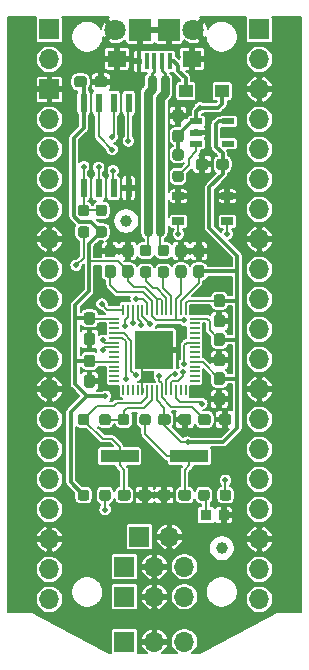
<source format=gtl>
%TF.GenerationSoftware,KiCad,Pcbnew,(5.1.10)-1*%
%TF.CreationDate,2021-05-16T15:19:33-05:00*%
%TF.ProjectId,rpi-pico-debugger-shoe,7270692d-7069-4636-9f2d-646562756767,v01*%
%TF.SameCoordinates,Original*%
%TF.FileFunction,Copper,L1,Top*%
%TF.FilePolarity,Positive*%
%FSLAX46Y46*%
G04 Gerber Fmt 4.6, Leading zero omitted, Abs format (unit mm)*
G04 Created by KiCad (PCBNEW (5.1.10)-1) date 2021-05-16 15:19:33*
%MOMM*%
%LPD*%
G01*
G04 APERTURE LIST*
%TA.AperFunction,SMDPad,CuDef*%
%ADD10R,3.200400X1.041400*%
%TD*%
%TA.AperFunction,SMDPad,CuDef*%
%ADD11R,1.041400X0.660400*%
%TD*%
%TA.AperFunction,SMDPad,CuDef*%
%ADD12R,1.003300X0.508000*%
%TD*%
%TA.AperFunction,SMDPad,CuDef*%
%ADD13R,0.580000X1.610000*%
%TD*%
%TA.AperFunction,ComponentPad*%
%ADD14R,1.700000X1.700000*%
%TD*%
%TA.AperFunction,ComponentPad*%
%ADD15O,1.700000X1.700000*%
%TD*%
%TA.AperFunction,SMDPad,CuDef*%
%ADD16R,0.400000X1.350000*%
%TD*%
%TA.AperFunction,SMDPad,CuDef*%
%ADD17R,1.600000X1.400000*%
%TD*%
%TA.AperFunction,SMDPad,CuDef*%
%ADD18R,1.900000X1.900000*%
%TD*%
%TA.AperFunction,ComponentPad*%
%ADD19C,1.800000*%
%TD*%
%TA.AperFunction,SMDPad,CuDef*%
%ADD20R,3.200400X3.200400*%
%TD*%
%TA.AperFunction,SMDPad,CuDef*%
%ADD21R,0.177800X0.812800*%
%TD*%
%TA.AperFunction,SMDPad,CuDef*%
%ADD22R,0.812800X0.177800*%
%TD*%
%TA.AperFunction,SMDPad,CuDef*%
%ADD23C,1.000000*%
%TD*%
%TA.AperFunction,SMDPad,CuDef*%
%ADD24R,0.950000X0.950000*%
%TD*%
%TA.AperFunction,SMDPad,CuDef*%
%ADD25R,1.143000X1.092200*%
%TD*%
%TA.AperFunction,ViaPad*%
%ADD26C,0.508000*%
%TD*%
%TA.AperFunction,Conductor*%
%ADD27C,0.180000*%
%TD*%
%TA.AperFunction,Conductor*%
%ADD28C,0.300000*%
%TD*%
%TA.AperFunction,Conductor*%
%ADD29C,0.770000*%
%TD*%
%TA.AperFunction,Conductor*%
%ADD30C,0.250000*%
%TD*%
%TA.AperFunction,Conductor*%
%ADD31C,0.100000*%
%TD*%
G04 APERTURE END LIST*
D10*
%TO.P,Y1,2*%
%TO.N,Net-(C15-Pad1)*%
X140459100Y-113500000D03*
%TO.P,Y1,1*%
%TO.N,/XIN*%
X134540900Y-113500000D03*
%TD*%
D11*
%TO.P,SW1,4*%
%TO.N,GND*%
X139525000Y-91475001D03*
%TO.P,SW1,3*%
X143675000Y-91475001D03*
%TO.P,SW1,2*%
%TO.N,/USB_BOOT*%
X139525000Y-93624999D03*
%TO.P,SW1,1*%
X143675000Y-93624999D03*
%TD*%
D12*
%TO.P,U2,5*%
%TO.N,+3V3*%
X143752550Y-85149999D03*
%TO.P,U2,4*%
%TO.N,Net-(U2-Pad4)*%
X143752550Y-87050001D03*
%TO.P,U2,3*%
%TO.N,Net-(R3-Pad2)*%
X141047450Y-87050001D03*
%TO.P,U2,2*%
%TO.N,GND*%
X141047450Y-86100000D03*
%TO.P,U2,1*%
%TO.N,/VSYS*%
X141047450Y-85149999D03*
%TD*%
D13*
%TO.P,U3,8*%
%TO.N,+3V3*%
X131495000Y-83595000D03*
%TO.P,U3,7*%
%TO.N,/QSPI_SD3*%
X132765000Y-83595000D03*
%TO.P,U3,6*%
%TO.N,/QSPI_SCK*%
X134035000Y-83595000D03*
%TO.P,U3,5*%
%TO.N,/QSPI_SD0*%
X135305000Y-83595000D03*
%TO.P,U3,4*%
%TO.N,GND*%
X135305000Y-90805000D03*
%TO.P,U3,3*%
%TO.N,/QSPI_SD2*%
X134035000Y-90805000D03*
%TO.P,U3,2*%
%TO.N,/QSPI_SD1*%
X132765000Y-90805000D03*
%TO.P,U3,1*%
%TO.N,/QSPI_CS*%
X131495000Y-90805000D03*
%TD*%
D14*
%TO.P,J8,1*%
%TO.N,Net-(J8-Pad1)*%
X128610000Y-77370000D03*
D15*
%TO.P,J8,2*%
%TO.N,Net-(J8-Pad2)*%
X128610000Y-79910000D03*
%TD*%
D14*
%TO.P,J7,1*%
%TO.N,/TARGET_SWCLK*%
X134960000Y-129210000D03*
D15*
%TO.P,J7,2*%
%TO.N,GND*%
X137500000Y-129210000D03*
%TO.P,J7,3*%
%TO.N,/TARGET_SWDIO*%
X140040000Y-129210000D03*
%TD*%
D14*
%TO.P,J6,1*%
%TO.N,/TARGET_SWCLK*%
X134960000Y-125400000D03*
D15*
%TO.P,J6,2*%
%TO.N,GND*%
X137500000Y-125400000D03*
%TO.P,J6,3*%
%TO.N,/TARGET_SWDIO*%
X140040000Y-125400000D03*
%TD*%
D14*
%TO.P,J5,1*%
%TO.N,Net-(J5-Pad1)*%
X146390000Y-77370000D03*
D15*
%TO.P,J5,2*%
%TO.N,Net-(J5-Pad2)*%
X146390000Y-79910000D03*
%TO.P,J5,3*%
%TO.N,GND*%
X146390000Y-82450000D03*
%TO.P,J5,4*%
%TO.N,Net-(J5-Pad4)*%
X146390000Y-84990000D03*
%TO.P,J5,5*%
%TO.N,Net-(J5-Pad5)*%
X146390000Y-87530000D03*
%TO.P,J5,6*%
%TO.N,Net-(J5-Pad6)*%
X146390000Y-90070000D03*
%TO.P,J5,7*%
%TO.N,Net-(J5-Pad7)*%
X146390000Y-92610000D03*
%TO.P,J5,8*%
%TO.N,GND*%
X146390000Y-95150000D03*
%TO.P,J5,9*%
%TO.N,Net-(J5-Pad9)*%
X146390000Y-97690000D03*
%TO.P,J5,10*%
%TO.N,Net-(J5-Pad10)*%
X146390000Y-100230000D03*
%TO.P,J5,11*%
%TO.N,Net-(J5-Pad11)*%
X146390000Y-102770000D03*
%TO.P,J5,12*%
%TO.N,Net-(J5-Pad12)*%
X146390000Y-105310000D03*
%TO.P,J5,13*%
%TO.N,GND*%
X146390000Y-107850000D03*
%TO.P,J5,14*%
%TO.N,Net-(J5-Pad14)*%
X146390000Y-110390000D03*
%TO.P,J5,15*%
%TO.N,Net-(J5-Pad15)*%
X146390000Y-112930000D03*
%TO.P,J5,16*%
%TO.N,Net-(J5-Pad16)*%
X146390000Y-115470000D03*
%TO.P,J5,17*%
%TO.N,Net-(J5-Pad17)*%
X146390000Y-118010000D03*
%TO.P,J5,18*%
%TO.N,GND*%
X146390000Y-120550000D03*
%TO.P,J5,19*%
%TO.N,Net-(J5-Pad19)*%
X146390000Y-123090000D03*
%TO.P,J5,20*%
%TO.N,Net-(J5-Pad20)*%
X146390000Y-125630000D03*
%TD*%
D14*
%TO.P,J4,1*%
%TO.N,GND*%
X128610000Y-82450000D03*
D15*
%TO.P,J4,2*%
%TO.N,Net-(J4-Pad2)*%
X128610000Y-84990000D03*
%TO.P,J4,3*%
%TO.N,Net-(J4-Pad3)*%
X128610000Y-87530000D03*
%TO.P,J4,4*%
%TO.N,Net-(J4-Pad4)*%
X128610000Y-90070000D03*
%TO.P,J4,5*%
%TO.N,Net-(J4-Pad5)*%
X128610000Y-92610000D03*
%TO.P,J4,6*%
%TO.N,GND*%
X128610000Y-95150000D03*
%TO.P,J4,7*%
%TO.N,Net-(J4-Pad7)*%
X128610000Y-97690000D03*
%TO.P,J4,8*%
%TO.N,Net-(J4-Pad8)*%
X128610000Y-100230000D03*
%TO.P,J4,9*%
%TO.N,Net-(J4-Pad9)*%
X128610000Y-102770000D03*
%TO.P,J4,10*%
%TO.N,Net-(J4-Pad10)*%
X128610000Y-105310000D03*
%TO.P,J4,11*%
%TO.N,GND*%
X128610000Y-107850000D03*
%TO.P,J4,12*%
%TO.N,Net-(J4-Pad12)*%
X128610000Y-110390000D03*
%TO.P,J4,13*%
%TO.N,Net-(J4-Pad13)*%
X128610000Y-112930000D03*
%TO.P,J4,14*%
%TO.N,Net-(J4-Pad14)*%
X128610000Y-115470000D03*
%TO.P,J4,15*%
%TO.N,Net-(J4-Pad15)*%
X128610000Y-118010000D03*
%TO.P,J4,16*%
%TO.N,GND*%
X128610000Y-120550000D03*
%TO.P,J4,17*%
%TO.N,Net-(J4-Pad17)*%
X128610000Y-123090000D03*
%TO.P,J4,18*%
%TO.N,Net-(J4-Pad18)*%
X128610000Y-125630000D03*
%TD*%
D14*
%TO.P,J3,1*%
%TO.N,/SWCLK*%
X134960000Y-122860000D03*
D15*
%TO.P,J3,2*%
%TO.N,GND*%
X137500000Y-122860000D03*
%TO.P,J3,3*%
%TO.N,/SWDIO*%
X140040000Y-122860000D03*
%TD*%
D14*
%TO.P,J2,1*%
%TO.N,/RUN*%
X136230000Y-120320000D03*
D15*
%TO.P,J2,2*%
%TO.N,GND*%
X138770000Y-120320000D03*
%TD*%
D16*
%TO.P,J1,1*%
%TO.N,/VBUS*%
X138800000Y-80075000D03*
%TO.P,J1,2*%
%TO.N,/USB_N*%
X138150000Y-80075000D03*
%TO.P,J1,3*%
%TO.N,/USB_P*%
X137500000Y-80075000D03*
%TO.P,J1,4*%
%TO.N,Net-(J1-Pad4)*%
X136850000Y-80075000D03*
%TO.P,J1,5*%
%TO.N,GND*%
X136200000Y-80075000D03*
D17*
%TO.P,J1,S1*%
X140700000Y-79850000D03*
%TO.P,J1,S2*%
X134300000Y-79850000D03*
D18*
%TO.P,J1,S4*%
X138700000Y-77400000D03*
%TO.P,J1,S3*%
X136300000Y-77400000D03*
D19*
%TO.P,J1,S5*%
X140800000Y-77400000D03*
%TO.P,J1,S6*%
X134200000Y-77400000D03*
%TD*%
D20*
%TO.P,U1,57*%
%TO.N,GND*%
X137500000Y-104500000D03*
D21*
%TO.P,U1,56*%
%TO.N,/QSPI_CS*%
X134858400Y-101096400D03*
%TO.P,U1,55*%
%TO.N,/QSPI_SD1*%
X135264800Y-101096400D03*
%TO.P,U1,54*%
%TO.N,/QSPI_SD2*%
X135671200Y-101096400D03*
%TO.P,U1,53*%
%TO.N,/QSPI_SD0*%
X136077600Y-101096400D03*
%TO.P,U1,52*%
%TO.N,/QSPI_SCK*%
X136484000Y-101096400D03*
%TO.P,U1,51*%
%TO.N,/QSPI_SD3*%
X136890400Y-101096400D03*
%TO.P,U1,50*%
%TO.N,/+1.1V*%
X137296800Y-101096400D03*
%TO.P,U1,49*%
%TO.N,+3V3*%
X137703200Y-101096400D03*
%TO.P,U1,48*%
X138109600Y-101096400D03*
%TO.P,U1,47*%
%TO.N,Net-(R4-Pad2)*%
X138516000Y-101096400D03*
%TO.P,U1,46*%
%TO.N,Net-(R5-Pad2)*%
X138922400Y-101096400D03*
%TO.P,U1,45*%
%TO.N,/+1.1V*%
X139328800Y-101096400D03*
%TO.P,U1,44*%
%TO.N,+3V3*%
X139735200Y-101096400D03*
%TO.P,U1,43*%
X140141600Y-101096400D03*
D22*
%TO.P,U1,42*%
X140903600Y-101858400D03*
%TO.P,U1,41*%
%TO.N,Net-(U1-Pad41)*%
X140903600Y-102264800D03*
%TO.P,U1,40*%
%TO.N,Net-(U1-Pad40)*%
X140903600Y-102671200D03*
%TO.P,U1,39*%
%TO.N,Net-(U1-Pad39)*%
X140903600Y-103077600D03*
%TO.P,U1,38*%
%TO.N,Net-(U1-Pad38)*%
X140903600Y-103484000D03*
%TO.P,U1,37*%
%TO.N,/GPIO25*%
X140903600Y-103890400D03*
%TO.P,U1,36*%
%TO.N,Net-(U1-Pad36)*%
X140903600Y-104296800D03*
%TO.P,U1,35*%
%TO.N,Net-(U1-Pad35)*%
X140903600Y-104703200D03*
%TO.P,U1,34*%
%TO.N,Net-(U1-Pad34)*%
X140903600Y-105109600D03*
%TO.P,U1,33*%
%TO.N,+3V3*%
X140903600Y-105516000D03*
%TO.P,U1,32*%
%TO.N,Net-(U1-Pad32)*%
X140903600Y-105922400D03*
%TO.P,U1,31*%
%TO.N,Net-(U1-Pad31)*%
X140903600Y-106328800D03*
%TO.P,U1,30*%
%TO.N,Net-(U1-Pad30)*%
X140903600Y-106735200D03*
%TO.P,U1,29*%
%TO.N,Net-(U1-Pad29)*%
X140903600Y-107141600D03*
D21*
%TO.P,U1,28*%
%TO.N,Net-(U1-Pad28)*%
X140141600Y-107903600D03*
%TO.P,U1,27*%
%TO.N,Net-(U1-Pad27)*%
X139735200Y-107903600D03*
%TO.P,U1,26*%
%TO.N,/RUN*%
X139328800Y-107903600D03*
%TO.P,U1,25*%
%TO.N,/SWDIO*%
X138922400Y-107903600D03*
%TO.P,U1,24*%
%TO.N,/SWCLK*%
X138516000Y-107903600D03*
%TO.P,U1,23*%
%TO.N,/+1.1V*%
X138109600Y-107903600D03*
%TO.P,U1,22*%
%TO.N,+3V3*%
X137703200Y-107903600D03*
%TO.P,U1,21*%
%TO.N,/XOUT*%
X137296800Y-107903600D03*
%TO.P,U1,20*%
%TO.N,/XIN*%
X136890400Y-107903600D03*
%TO.P,U1,19*%
%TO.N,GND*%
X136484000Y-107903600D03*
%TO.P,U1,18*%
%TO.N,Net-(U1-Pad18)*%
X136077600Y-107903600D03*
%TO.P,U1,17*%
%TO.N,Net-(U1-Pad17)*%
X135671200Y-107903600D03*
%TO.P,U1,16*%
%TO.N,Net-(U1-Pad16)*%
X135264800Y-107903600D03*
%TO.P,U1,15*%
%TO.N,Net-(U1-Pad15)*%
X134858400Y-107903600D03*
D22*
%TO.P,U1,14*%
%TO.N,Net-(U1-Pad14)*%
X134096400Y-107141600D03*
%TO.P,U1,13*%
%TO.N,Net-(U1-Pad13)*%
X134096400Y-106735200D03*
%TO.P,U1,12*%
%TO.N,Net-(U1-Pad12)*%
X134096400Y-106328800D03*
%TO.P,U1,11*%
%TO.N,Net-(U1-Pad11)*%
X134096400Y-105922400D03*
%TO.P,U1,10*%
%TO.N,+3V3*%
X134096400Y-105516000D03*
%TO.P,U1,9*%
%TO.N,Net-(U1-Pad9)*%
X134096400Y-105109600D03*
%TO.P,U1,8*%
%TO.N,Net-(U1-Pad8)*%
X134096400Y-104703200D03*
%TO.P,U1,7*%
%TO.N,/TARGET_TX*%
X134096400Y-104296800D03*
%TO.P,U1,6*%
%TO.N,/TARGET_RX*%
X134096400Y-103890400D03*
%TO.P,U1,5*%
%TO.N,/TARGET_SWDIO*%
X134096400Y-103484000D03*
%TO.P,U1,4*%
%TO.N,/TARGET_SWCLK*%
X134096400Y-103077600D03*
%TO.P,U1,3*%
%TO.N,Net-(U1-Pad3)*%
X134096400Y-102671200D03*
%TO.P,U1,2*%
%TO.N,Net-(U1-Pad2)*%
X134096400Y-102264800D03*
%TO.P,U1,1*%
%TO.N,+3V3*%
X134096400Y-101858400D03*
%TD*%
%TO.P,R4,2*%
%TO.N,Net-(R4-Pad2)*%
%TA.AperFunction,SMDPad,CuDef*%
G36*
G01*
X136512500Y-97425000D02*
X136987500Y-97425000D01*
G75*
G02*
X137225000Y-97662500I0J-237500D01*
G01*
X137225000Y-98162500D01*
G75*
G02*
X136987500Y-98400000I-237500J0D01*
G01*
X136512500Y-98400000D01*
G75*
G02*
X136275000Y-98162500I0J237500D01*
G01*
X136275000Y-97662500D01*
G75*
G02*
X136512500Y-97425000I237500J0D01*
G01*
G37*
%TD.AperFunction*%
%TO.P,R4,1*%
%TO.N,/USB_P*%
%TA.AperFunction,SMDPad,CuDef*%
G36*
G01*
X136512500Y-95600000D02*
X136987500Y-95600000D01*
G75*
G02*
X137225000Y-95837500I0J-237500D01*
G01*
X137225000Y-96337500D01*
G75*
G02*
X136987500Y-96575000I-237500J0D01*
G01*
X136512500Y-96575000D01*
G75*
G02*
X136275000Y-96337500I0J237500D01*
G01*
X136275000Y-95837500D01*
G75*
G02*
X136512500Y-95600000I237500J0D01*
G01*
G37*
%TD.AperFunction*%
%TD*%
D23*
%TO.P,FID2,*%
%TO.N,*%
X143200000Y-121300000D03*
%TD*%
%TO.P,FID1,*%
%TO.N,*%
X135100000Y-93600000D03*
%TD*%
%TO.P,R9,2*%
%TO.N,/QSPI_CS*%
%TA.AperFunction,SMDPad,CuDef*%
G36*
G01*
X133237500Y-93175000D02*
X132762500Y-93175000D01*
G75*
G02*
X132525000Y-92937500I0J237500D01*
G01*
X132525000Y-92437500D01*
G75*
G02*
X132762500Y-92200000I237500J0D01*
G01*
X133237500Y-92200000D01*
G75*
G02*
X133475000Y-92437500I0J-237500D01*
G01*
X133475000Y-92937500D01*
G75*
G02*
X133237500Y-93175000I-237500J0D01*
G01*
G37*
%TD.AperFunction*%
%TO.P,R9,1*%
%TO.N,+3V3*%
%TA.AperFunction,SMDPad,CuDef*%
G36*
G01*
X133237500Y-95000000D02*
X132762500Y-95000000D01*
G75*
G02*
X132525000Y-94762500I0J237500D01*
G01*
X132525000Y-94262500D01*
G75*
G02*
X132762500Y-94025000I237500J0D01*
G01*
X133237500Y-94025000D01*
G75*
G02*
X133475000Y-94262500I0J-237500D01*
G01*
X133475000Y-94762500D01*
G75*
G02*
X133237500Y-95000000I-237500J0D01*
G01*
G37*
%TD.AperFunction*%
%TD*%
%TO.P,R8,2*%
%TO.N,/USB_BOOT*%
%TA.AperFunction,SMDPad,CuDef*%
G36*
G01*
X131262500Y-94025000D02*
X131737500Y-94025000D01*
G75*
G02*
X131975000Y-94262500I0J-237500D01*
G01*
X131975000Y-94762500D01*
G75*
G02*
X131737500Y-95000000I-237500J0D01*
G01*
X131262500Y-95000000D01*
G75*
G02*
X131025000Y-94762500I0J237500D01*
G01*
X131025000Y-94262500D01*
G75*
G02*
X131262500Y-94025000I237500J0D01*
G01*
G37*
%TD.AperFunction*%
%TO.P,R8,1*%
%TO.N,/QSPI_CS*%
%TA.AperFunction,SMDPad,CuDef*%
G36*
G01*
X131262500Y-92200000D02*
X131737500Y-92200000D01*
G75*
G02*
X131975000Y-92437500I0J-237500D01*
G01*
X131975000Y-92937500D01*
G75*
G02*
X131737500Y-93175000I-237500J0D01*
G01*
X131262500Y-93175000D01*
G75*
G02*
X131025000Y-92937500I0J237500D01*
G01*
X131025000Y-92437500D01*
G75*
G02*
X131262500Y-92200000I237500J0D01*
G01*
G37*
%TD.AperFunction*%
%TD*%
%TO.P,R7,2*%
%TO.N,Net-(C15-Pad1)*%
%TA.AperFunction,SMDPad,CuDef*%
G36*
G01*
X136225000Y-110637500D02*
X136225000Y-110162500D01*
G75*
G02*
X136462500Y-109925000I237500J0D01*
G01*
X136962500Y-109925000D01*
G75*
G02*
X137200000Y-110162500I0J-237500D01*
G01*
X137200000Y-110637500D01*
G75*
G02*
X136962500Y-110875000I-237500J0D01*
G01*
X136462500Y-110875000D01*
G75*
G02*
X136225000Y-110637500I0J237500D01*
G01*
G37*
%TD.AperFunction*%
%TO.P,R7,1*%
%TO.N,/XOUT*%
%TA.AperFunction,SMDPad,CuDef*%
G36*
G01*
X134400000Y-110637500D02*
X134400000Y-110162500D01*
G75*
G02*
X134637500Y-109925000I237500J0D01*
G01*
X135137500Y-109925000D01*
G75*
G02*
X135375000Y-110162500I0J-237500D01*
G01*
X135375000Y-110637500D01*
G75*
G02*
X135137500Y-110875000I-237500J0D01*
G01*
X134637500Y-110875000D01*
G75*
G02*
X134400000Y-110637500I0J237500D01*
G01*
G37*
%TD.AperFunction*%
%TD*%
%TO.P,R6,2*%
%TO.N,/XIN*%
%TA.AperFunction,SMDPad,CuDef*%
G36*
G01*
X131975000Y-110162500D02*
X131975000Y-110637500D01*
G75*
G02*
X131737500Y-110875000I-237500J0D01*
G01*
X131237500Y-110875000D01*
G75*
G02*
X131000000Y-110637500I0J237500D01*
G01*
X131000000Y-110162500D01*
G75*
G02*
X131237500Y-109925000I237500J0D01*
G01*
X131737500Y-109925000D01*
G75*
G02*
X131975000Y-110162500I0J-237500D01*
G01*
G37*
%TD.AperFunction*%
%TO.P,R6,1*%
%TO.N,/XOUT*%
%TA.AperFunction,SMDPad,CuDef*%
G36*
G01*
X133800000Y-110162500D02*
X133800000Y-110637500D01*
G75*
G02*
X133562500Y-110875000I-237500J0D01*
G01*
X133062500Y-110875000D01*
G75*
G02*
X132825000Y-110637500I0J237500D01*
G01*
X132825000Y-110162500D01*
G75*
G02*
X133062500Y-109925000I237500J0D01*
G01*
X133562500Y-109925000D01*
G75*
G02*
X133800000Y-110162500I0J-237500D01*
G01*
G37*
%TD.AperFunction*%
%TD*%
%TO.P,R5,2*%
%TO.N,Net-(R5-Pad2)*%
%TA.AperFunction,SMDPad,CuDef*%
G36*
G01*
X138012500Y-97425000D02*
X138487500Y-97425000D01*
G75*
G02*
X138725000Y-97662500I0J-237500D01*
G01*
X138725000Y-98162500D01*
G75*
G02*
X138487500Y-98400000I-237500J0D01*
G01*
X138012500Y-98400000D01*
G75*
G02*
X137775000Y-98162500I0J237500D01*
G01*
X137775000Y-97662500D01*
G75*
G02*
X138012500Y-97425000I237500J0D01*
G01*
G37*
%TD.AperFunction*%
%TO.P,R5,1*%
%TO.N,/USB_N*%
%TA.AperFunction,SMDPad,CuDef*%
G36*
G01*
X138012500Y-95600000D02*
X138487500Y-95600000D01*
G75*
G02*
X138725000Y-95837500I0J-237500D01*
G01*
X138725000Y-96337500D01*
G75*
G02*
X138487500Y-96575000I-237500J0D01*
G01*
X138012500Y-96575000D01*
G75*
G02*
X137775000Y-96337500I0J237500D01*
G01*
X137775000Y-95837500D01*
G75*
G02*
X138012500Y-95600000I237500J0D01*
G01*
G37*
%TD.AperFunction*%
%TD*%
%TO.P,R3,2*%
%TO.N,Net-(R3-Pad2)*%
%TA.AperFunction,SMDPad,CuDef*%
G36*
G01*
X139262500Y-89325000D02*
X139737500Y-89325000D01*
G75*
G02*
X139975000Y-89562500I0J-237500D01*
G01*
X139975000Y-90062500D01*
G75*
G02*
X139737500Y-90300000I-237500J0D01*
G01*
X139262500Y-90300000D01*
G75*
G02*
X139025000Y-90062500I0J237500D01*
G01*
X139025000Y-89562500D01*
G75*
G02*
X139262500Y-89325000I237500J0D01*
G01*
G37*
%TD.AperFunction*%
%TO.P,R3,1*%
%TO.N,/VSYS*%
%TA.AperFunction,SMDPad,CuDef*%
G36*
G01*
X139262500Y-87500000D02*
X139737500Y-87500000D01*
G75*
G02*
X139975000Y-87737500I0J-237500D01*
G01*
X139975000Y-88237500D01*
G75*
G02*
X139737500Y-88475000I-237500J0D01*
G01*
X139262500Y-88475000D01*
G75*
G02*
X139025000Y-88237500I0J237500D01*
G01*
X139025000Y-87737500D01*
G75*
G02*
X139262500Y-87500000I237500J0D01*
G01*
G37*
%TD.AperFunction*%
%TD*%
%TO.P,R2,2*%
%TO.N,Net-(LED1-Pad2)*%
%TA.AperFunction,SMDPad,CuDef*%
G36*
G01*
X142175000Y-116562500D02*
X142175000Y-117037500D01*
G75*
G02*
X141937500Y-117275000I-237500J0D01*
G01*
X141437500Y-117275000D01*
G75*
G02*
X141200000Y-117037500I0J237500D01*
G01*
X141200000Y-116562500D01*
G75*
G02*
X141437500Y-116325000I237500J0D01*
G01*
X141937500Y-116325000D01*
G75*
G02*
X142175000Y-116562500I0J-237500D01*
G01*
G37*
%TD.AperFunction*%
%TO.P,R2,1*%
%TO.N,/GPIO25*%
%TA.AperFunction,SMDPad,CuDef*%
G36*
G01*
X144000000Y-116562500D02*
X144000000Y-117037500D01*
G75*
G02*
X143762500Y-117275000I-237500J0D01*
G01*
X143262500Y-117275000D01*
G75*
G02*
X143025000Y-117037500I0J237500D01*
G01*
X143025000Y-116562500D01*
G75*
G02*
X143262500Y-116325000I237500J0D01*
G01*
X143762500Y-116325000D01*
G75*
G02*
X144000000Y-116562500I0J-237500D01*
G01*
G37*
%TD.AperFunction*%
%TD*%
%TO.P,R1,2*%
%TO.N,/RUN*%
%TA.AperFunction,SMDPad,CuDef*%
G36*
G01*
X132825000Y-117037500D02*
X132825000Y-116562500D01*
G75*
G02*
X133062500Y-116325000I237500J0D01*
G01*
X133562500Y-116325000D01*
G75*
G02*
X133800000Y-116562500I0J-237500D01*
G01*
X133800000Y-117037500D01*
G75*
G02*
X133562500Y-117275000I-237500J0D01*
G01*
X133062500Y-117275000D01*
G75*
G02*
X132825000Y-117037500I0J237500D01*
G01*
G37*
%TD.AperFunction*%
%TO.P,R1,1*%
%TO.N,+3V3*%
%TA.AperFunction,SMDPad,CuDef*%
G36*
G01*
X131000000Y-117037500D02*
X131000000Y-116562500D01*
G75*
G02*
X131237500Y-116325000I237500J0D01*
G01*
X131737500Y-116325000D01*
G75*
G02*
X131975000Y-116562500I0J-237500D01*
G01*
X131975000Y-117037500D01*
G75*
G02*
X131737500Y-117275000I-237500J0D01*
G01*
X131237500Y-117275000D01*
G75*
G02*
X131000000Y-117037500I0J237500D01*
G01*
G37*
%TD.AperFunction*%
%TD*%
D24*
%TO.P,LED1,2*%
%TO.N,Net-(LED1-Pad2)*%
X141850000Y-118500000D03*
%TO.P,LED1,1*%
%TO.N,GND*%
X143350000Y-118500000D03*
%TD*%
D25*
%TO.P,CR1,2*%
%TO.N,/VBUS*%
X140163300Y-82600000D03*
%TO.P,CR1,1*%
%TO.N,/VSYS*%
X143236700Y-82600000D03*
%TD*%
%TO.P,C16,2*%
%TO.N,GND*%
%TA.AperFunction,SMDPad,CuDef*%
G36*
G01*
X132425000Y-82037500D02*
X132425000Y-81562500D01*
G75*
G02*
X132662500Y-81325000I237500J0D01*
G01*
X133262500Y-81325000D01*
G75*
G02*
X133500000Y-81562500I0J-237500D01*
G01*
X133500000Y-82037500D01*
G75*
G02*
X133262500Y-82275000I-237500J0D01*
G01*
X132662500Y-82275000D01*
G75*
G02*
X132425000Y-82037500I0J237500D01*
G01*
G37*
%TD.AperFunction*%
%TO.P,C16,1*%
%TO.N,+3V3*%
%TA.AperFunction,SMDPad,CuDef*%
G36*
G01*
X130700000Y-82037500D02*
X130700000Y-81562500D01*
G75*
G02*
X130937500Y-81325000I237500J0D01*
G01*
X131537500Y-81325000D01*
G75*
G02*
X131775000Y-81562500I0J-237500D01*
G01*
X131775000Y-82037500D01*
G75*
G02*
X131537500Y-82275000I-237500J0D01*
G01*
X130937500Y-82275000D01*
G75*
G02*
X130700000Y-82037500I0J237500D01*
G01*
G37*
%TD.AperFunction*%
%TD*%
%TO.P,C15,2*%
%TO.N,GND*%
%TA.AperFunction,SMDPad,CuDef*%
G36*
G01*
X138875000Y-116562500D02*
X138875000Y-117037500D01*
G75*
G02*
X138637500Y-117275000I-237500J0D01*
G01*
X138037500Y-117275000D01*
G75*
G02*
X137800000Y-117037500I0J237500D01*
G01*
X137800000Y-116562500D01*
G75*
G02*
X138037500Y-116325000I237500J0D01*
G01*
X138637500Y-116325000D01*
G75*
G02*
X138875000Y-116562500I0J-237500D01*
G01*
G37*
%TD.AperFunction*%
%TO.P,C15,1*%
%TO.N,Net-(C15-Pad1)*%
%TA.AperFunction,SMDPad,CuDef*%
G36*
G01*
X140600000Y-116562500D02*
X140600000Y-117037500D01*
G75*
G02*
X140362500Y-117275000I-237500J0D01*
G01*
X139762500Y-117275000D01*
G75*
G02*
X139525000Y-117037500I0J237500D01*
G01*
X139525000Y-116562500D01*
G75*
G02*
X139762500Y-116325000I237500J0D01*
G01*
X140362500Y-116325000D01*
G75*
G02*
X140600000Y-116562500I0J-237500D01*
G01*
G37*
%TD.AperFunction*%
%TD*%
%TO.P,C14,2*%
%TO.N,GND*%
%TA.AperFunction,SMDPad,CuDef*%
G36*
G01*
X142075000Y-88562500D02*
X142075000Y-89037500D01*
G75*
G02*
X141837500Y-89275000I-237500J0D01*
G01*
X141237500Y-89275000D01*
G75*
G02*
X141000000Y-89037500I0J237500D01*
G01*
X141000000Y-88562500D01*
G75*
G02*
X141237500Y-88325000I237500J0D01*
G01*
X141837500Y-88325000D01*
G75*
G02*
X142075000Y-88562500I0J-237500D01*
G01*
G37*
%TD.AperFunction*%
%TO.P,C14,1*%
%TO.N,+3V3*%
%TA.AperFunction,SMDPad,CuDef*%
G36*
G01*
X143800000Y-88562500D02*
X143800000Y-89037500D01*
G75*
G02*
X143562500Y-89275000I-237500J0D01*
G01*
X142962500Y-89275000D01*
G75*
G02*
X142725000Y-89037500I0J237500D01*
G01*
X142725000Y-88562500D01*
G75*
G02*
X142962500Y-88325000I237500J0D01*
G01*
X143562500Y-88325000D01*
G75*
G02*
X143800000Y-88562500I0J-237500D01*
G01*
G37*
%TD.AperFunction*%
%TD*%
%TO.P,C13,2*%
%TO.N,GND*%
%TA.AperFunction,SMDPad,CuDef*%
G36*
G01*
X136125000Y-117037500D02*
X136125000Y-116562500D01*
G75*
G02*
X136362500Y-116325000I237500J0D01*
G01*
X136962500Y-116325000D01*
G75*
G02*
X137200000Y-116562500I0J-237500D01*
G01*
X137200000Y-117037500D01*
G75*
G02*
X136962500Y-117275000I-237500J0D01*
G01*
X136362500Y-117275000D01*
G75*
G02*
X136125000Y-117037500I0J237500D01*
G01*
G37*
%TD.AperFunction*%
%TO.P,C13,1*%
%TO.N,/XIN*%
%TA.AperFunction,SMDPad,CuDef*%
G36*
G01*
X134400000Y-117037500D02*
X134400000Y-116562500D01*
G75*
G02*
X134637500Y-116325000I237500J0D01*
G01*
X135237500Y-116325000D01*
G75*
G02*
X135475000Y-116562500I0J-237500D01*
G01*
X135475000Y-117037500D01*
G75*
G02*
X135237500Y-117275000I-237500J0D01*
G01*
X134637500Y-117275000D01*
G75*
G02*
X134400000Y-117037500I0J237500D01*
G01*
G37*
%TD.AperFunction*%
%TD*%
%TO.P,C12,2*%
%TO.N,GND*%
%TA.AperFunction,SMDPad,CuDef*%
G36*
G01*
X139987500Y-96675000D02*
X139512500Y-96675000D01*
G75*
G02*
X139275000Y-96437500I0J237500D01*
G01*
X139275000Y-95837500D01*
G75*
G02*
X139512500Y-95600000I237500J0D01*
G01*
X139987500Y-95600000D01*
G75*
G02*
X140225000Y-95837500I0J-237500D01*
G01*
X140225000Y-96437500D01*
G75*
G02*
X139987500Y-96675000I-237500J0D01*
G01*
G37*
%TD.AperFunction*%
%TO.P,C12,1*%
%TO.N,/+1.1V*%
%TA.AperFunction,SMDPad,CuDef*%
G36*
G01*
X139987500Y-98400000D02*
X139512500Y-98400000D01*
G75*
G02*
X139275000Y-98162500I0J237500D01*
G01*
X139275000Y-97562500D01*
G75*
G02*
X139512500Y-97325000I237500J0D01*
G01*
X139987500Y-97325000D01*
G75*
G02*
X140225000Y-97562500I0J-237500D01*
G01*
X140225000Y-98162500D01*
G75*
G02*
X139987500Y-98400000I-237500J0D01*
G01*
G37*
%TD.AperFunction*%
%TD*%
%TO.P,C11,2*%
%TO.N,GND*%
%TA.AperFunction,SMDPad,CuDef*%
G36*
G01*
X142925000Y-110637500D02*
X142925000Y-110162500D01*
G75*
G02*
X143162500Y-109925000I237500J0D01*
G01*
X143762500Y-109925000D01*
G75*
G02*
X144000000Y-110162500I0J-237500D01*
G01*
X144000000Y-110637500D01*
G75*
G02*
X143762500Y-110875000I-237500J0D01*
G01*
X143162500Y-110875000D01*
G75*
G02*
X142925000Y-110637500I0J237500D01*
G01*
G37*
%TD.AperFunction*%
%TO.P,C11,1*%
%TO.N,/+1.1V*%
%TA.AperFunction,SMDPad,CuDef*%
G36*
G01*
X141200000Y-110637500D02*
X141200000Y-110162500D01*
G75*
G02*
X141437500Y-109925000I237500J0D01*
G01*
X142037500Y-109925000D01*
G75*
G02*
X142275000Y-110162500I0J-237500D01*
G01*
X142275000Y-110637500D01*
G75*
G02*
X142037500Y-110875000I-237500J0D01*
G01*
X141437500Y-110875000D01*
G75*
G02*
X141200000Y-110637500I0J237500D01*
G01*
G37*
%TD.AperFunction*%
%TD*%
%TO.P,C10,2*%
%TO.N,GND*%
%TA.AperFunction,SMDPad,CuDef*%
G36*
G01*
X141487500Y-96675000D02*
X141012500Y-96675000D01*
G75*
G02*
X140775000Y-96437500I0J237500D01*
G01*
X140775000Y-95837500D01*
G75*
G02*
X141012500Y-95600000I237500J0D01*
G01*
X141487500Y-95600000D01*
G75*
G02*
X141725000Y-95837500I0J-237500D01*
G01*
X141725000Y-96437500D01*
G75*
G02*
X141487500Y-96675000I-237500J0D01*
G01*
G37*
%TD.AperFunction*%
%TO.P,C10,1*%
%TO.N,+3V3*%
%TA.AperFunction,SMDPad,CuDef*%
G36*
G01*
X141487500Y-98400000D02*
X141012500Y-98400000D01*
G75*
G02*
X140775000Y-98162500I0J237500D01*
G01*
X140775000Y-97562500D01*
G75*
G02*
X141012500Y-97325000I237500J0D01*
G01*
X141487500Y-97325000D01*
G75*
G02*
X141725000Y-97562500I0J-237500D01*
G01*
X141725000Y-98162500D01*
G75*
G02*
X141487500Y-98400000I-237500J0D01*
G01*
G37*
%TD.AperFunction*%
%TD*%
%TO.P,C9,2*%
%TO.N,GND*%
%TA.AperFunction,SMDPad,CuDef*%
G36*
G01*
X133987500Y-96675000D02*
X133512500Y-96675000D01*
G75*
G02*
X133275000Y-96437500I0J237500D01*
G01*
X133275000Y-95837500D01*
G75*
G02*
X133512500Y-95600000I237500J0D01*
G01*
X133987500Y-95600000D01*
G75*
G02*
X134225000Y-95837500I0J-237500D01*
G01*
X134225000Y-96437500D01*
G75*
G02*
X133987500Y-96675000I-237500J0D01*
G01*
G37*
%TD.AperFunction*%
%TO.P,C9,1*%
%TO.N,/+1.1V*%
%TA.AperFunction,SMDPad,CuDef*%
G36*
G01*
X133987500Y-98400000D02*
X133512500Y-98400000D01*
G75*
G02*
X133275000Y-98162500I0J237500D01*
G01*
X133275000Y-97562500D01*
G75*
G02*
X133512500Y-97325000I237500J0D01*
G01*
X133987500Y-97325000D01*
G75*
G02*
X134225000Y-97562500I0J-237500D01*
G01*
X134225000Y-98162500D01*
G75*
G02*
X133987500Y-98400000I-237500J0D01*
G01*
G37*
%TD.AperFunction*%
%TD*%
%TO.P,C8,2*%
%TO.N,GND*%
%TA.AperFunction,SMDPad,CuDef*%
G36*
G01*
X142762500Y-101525000D02*
X143237500Y-101525000D01*
G75*
G02*
X143475000Y-101762500I0J-237500D01*
G01*
X143475000Y-102362500D01*
G75*
G02*
X143237500Y-102600000I-237500J0D01*
G01*
X142762500Y-102600000D01*
G75*
G02*
X142525000Y-102362500I0J237500D01*
G01*
X142525000Y-101762500D01*
G75*
G02*
X142762500Y-101525000I237500J0D01*
G01*
G37*
%TD.AperFunction*%
%TO.P,C8,1*%
%TO.N,+3V3*%
%TA.AperFunction,SMDPad,CuDef*%
G36*
G01*
X142762500Y-99800000D02*
X143237500Y-99800000D01*
G75*
G02*
X143475000Y-100037500I0J-237500D01*
G01*
X143475000Y-100637500D01*
G75*
G02*
X143237500Y-100875000I-237500J0D01*
G01*
X142762500Y-100875000D01*
G75*
G02*
X142525000Y-100637500I0J237500D01*
G01*
X142525000Y-100037500D01*
G75*
G02*
X142762500Y-99800000I237500J0D01*
G01*
G37*
%TD.AperFunction*%
%TD*%
%TO.P,C7,2*%
%TO.N,GND*%
%TA.AperFunction,SMDPad,CuDef*%
G36*
G01*
X142762500Y-104825000D02*
X143237500Y-104825000D01*
G75*
G02*
X143475000Y-105062500I0J-237500D01*
G01*
X143475000Y-105662500D01*
G75*
G02*
X143237500Y-105900000I-237500J0D01*
G01*
X142762500Y-105900000D01*
G75*
G02*
X142525000Y-105662500I0J237500D01*
G01*
X142525000Y-105062500D01*
G75*
G02*
X142762500Y-104825000I237500J0D01*
G01*
G37*
%TD.AperFunction*%
%TO.P,C7,1*%
%TO.N,+3V3*%
%TA.AperFunction,SMDPad,CuDef*%
G36*
G01*
X142762500Y-103100000D02*
X143237500Y-103100000D01*
G75*
G02*
X143475000Y-103337500I0J-237500D01*
G01*
X143475000Y-103937500D01*
G75*
G02*
X143237500Y-104175000I-237500J0D01*
G01*
X142762500Y-104175000D01*
G75*
G02*
X142525000Y-103937500I0J237500D01*
G01*
X142525000Y-103337500D01*
G75*
G02*
X142762500Y-103100000I237500J0D01*
G01*
G37*
%TD.AperFunction*%
%TD*%
%TO.P,C6,2*%
%TO.N,GND*%
%TA.AperFunction,SMDPad,CuDef*%
G36*
G01*
X139737500Y-85212500D02*
X139262500Y-85212500D01*
G75*
G02*
X139025000Y-84975000I0J237500D01*
G01*
X139025000Y-84375000D01*
G75*
G02*
X139262500Y-84137500I237500J0D01*
G01*
X139737500Y-84137500D01*
G75*
G02*
X139975000Y-84375000I0J-237500D01*
G01*
X139975000Y-84975000D01*
G75*
G02*
X139737500Y-85212500I-237500J0D01*
G01*
G37*
%TD.AperFunction*%
%TO.P,C6,1*%
%TO.N,/VSYS*%
%TA.AperFunction,SMDPad,CuDef*%
G36*
G01*
X139737500Y-86937500D02*
X139262500Y-86937500D01*
G75*
G02*
X139025000Y-86700000I0J237500D01*
G01*
X139025000Y-86100000D01*
G75*
G02*
X139262500Y-85862500I237500J0D01*
G01*
X139737500Y-85862500D01*
G75*
G02*
X139975000Y-86100000I0J-237500D01*
G01*
X139975000Y-86700000D01*
G75*
G02*
X139737500Y-86937500I-237500J0D01*
G01*
G37*
%TD.AperFunction*%
%TD*%
%TO.P,C5,2*%
%TO.N,GND*%
%TA.AperFunction,SMDPad,CuDef*%
G36*
G01*
X142762500Y-108125000D02*
X143237500Y-108125000D01*
G75*
G02*
X143475000Y-108362500I0J-237500D01*
G01*
X143475000Y-108962500D01*
G75*
G02*
X143237500Y-109200000I-237500J0D01*
G01*
X142762500Y-109200000D01*
G75*
G02*
X142525000Y-108962500I0J237500D01*
G01*
X142525000Y-108362500D01*
G75*
G02*
X142762500Y-108125000I237500J0D01*
G01*
G37*
%TD.AperFunction*%
%TO.P,C5,1*%
%TO.N,+3V3*%
%TA.AperFunction,SMDPad,CuDef*%
G36*
G01*
X142762500Y-106400000D02*
X143237500Y-106400000D01*
G75*
G02*
X143475000Y-106637500I0J-237500D01*
G01*
X143475000Y-107237500D01*
G75*
G02*
X143237500Y-107475000I-237500J0D01*
G01*
X142762500Y-107475000D01*
G75*
G02*
X142525000Y-107237500I0J237500D01*
G01*
X142525000Y-106637500D01*
G75*
G02*
X142762500Y-106400000I237500J0D01*
G01*
G37*
%TD.AperFunction*%
%TD*%
%TO.P,C4,2*%
%TO.N,GND*%
%TA.AperFunction,SMDPad,CuDef*%
G36*
G01*
X139525000Y-110637500D02*
X139525000Y-110162500D01*
G75*
G02*
X139762500Y-109925000I237500J0D01*
G01*
X140362500Y-109925000D01*
G75*
G02*
X140600000Y-110162500I0J-237500D01*
G01*
X140600000Y-110637500D01*
G75*
G02*
X140362500Y-110875000I-237500J0D01*
G01*
X139762500Y-110875000D01*
G75*
G02*
X139525000Y-110637500I0J237500D01*
G01*
G37*
%TD.AperFunction*%
%TO.P,C4,1*%
%TO.N,+3V3*%
%TA.AperFunction,SMDPad,CuDef*%
G36*
G01*
X137800000Y-110637500D02*
X137800000Y-110162500D01*
G75*
G02*
X138037500Y-109925000I237500J0D01*
G01*
X138637500Y-109925000D01*
G75*
G02*
X138875000Y-110162500I0J-237500D01*
G01*
X138875000Y-110637500D01*
G75*
G02*
X138637500Y-110875000I-237500J0D01*
G01*
X138037500Y-110875000D01*
G75*
G02*
X137800000Y-110637500I0J237500D01*
G01*
G37*
%TD.AperFunction*%
%TD*%
%TO.P,C3,2*%
%TO.N,GND*%
%TA.AperFunction,SMDPad,CuDef*%
G36*
G01*
X131762500Y-106625000D02*
X132237500Y-106625000D01*
G75*
G02*
X132475000Y-106862500I0J-237500D01*
G01*
X132475000Y-107462500D01*
G75*
G02*
X132237500Y-107700000I-237500J0D01*
G01*
X131762500Y-107700000D01*
G75*
G02*
X131525000Y-107462500I0J237500D01*
G01*
X131525000Y-106862500D01*
G75*
G02*
X131762500Y-106625000I237500J0D01*
G01*
G37*
%TD.AperFunction*%
%TO.P,C3,1*%
%TO.N,+3V3*%
%TA.AperFunction,SMDPad,CuDef*%
G36*
G01*
X131762500Y-104900000D02*
X132237500Y-104900000D01*
G75*
G02*
X132475000Y-105137500I0J-237500D01*
G01*
X132475000Y-105737500D01*
G75*
G02*
X132237500Y-105975000I-237500J0D01*
G01*
X131762500Y-105975000D01*
G75*
G02*
X131525000Y-105737500I0J237500D01*
G01*
X131525000Y-105137500D01*
G75*
G02*
X131762500Y-104900000I237500J0D01*
G01*
G37*
%TD.AperFunction*%
%TD*%
%TO.P,C2,2*%
%TO.N,GND*%
%TA.AperFunction,SMDPad,CuDef*%
G36*
G01*
X131762500Y-103025000D02*
X132237500Y-103025000D01*
G75*
G02*
X132475000Y-103262500I0J-237500D01*
G01*
X132475000Y-103862500D01*
G75*
G02*
X132237500Y-104100000I-237500J0D01*
G01*
X131762500Y-104100000D01*
G75*
G02*
X131525000Y-103862500I0J237500D01*
G01*
X131525000Y-103262500D01*
G75*
G02*
X131762500Y-103025000I237500J0D01*
G01*
G37*
%TD.AperFunction*%
%TO.P,C2,1*%
%TO.N,+3V3*%
%TA.AperFunction,SMDPad,CuDef*%
G36*
G01*
X131762500Y-101300000D02*
X132237500Y-101300000D01*
G75*
G02*
X132475000Y-101537500I0J-237500D01*
G01*
X132475000Y-102137500D01*
G75*
G02*
X132237500Y-102375000I-237500J0D01*
G01*
X131762500Y-102375000D01*
G75*
G02*
X131525000Y-102137500I0J237500D01*
G01*
X131525000Y-101537500D01*
G75*
G02*
X131762500Y-101300000I237500J0D01*
G01*
G37*
%TD.AperFunction*%
%TD*%
%TO.P,C1,2*%
%TO.N,GND*%
%TA.AperFunction,SMDPad,CuDef*%
G36*
G01*
X135487500Y-96675000D02*
X135012500Y-96675000D01*
G75*
G02*
X134775000Y-96437500I0J237500D01*
G01*
X134775000Y-95837500D01*
G75*
G02*
X135012500Y-95600000I237500J0D01*
G01*
X135487500Y-95600000D01*
G75*
G02*
X135725000Y-95837500I0J-237500D01*
G01*
X135725000Y-96437500D01*
G75*
G02*
X135487500Y-96675000I-237500J0D01*
G01*
G37*
%TD.AperFunction*%
%TO.P,C1,1*%
%TO.N,+3V3*%
%TA.AperFunction,SMDPad,CuDef*%
G36*
G01*
X135487500Y-98400000D02*
X135012500Y-98400000D01*
G75*
G02*
X134775000Y-98162500I0J237500D01*
G01*
X134775000Y-97562500D01*
G75*
G02*
X135012500Y-97325000I237500J0D01*
G01*
X135487500Y-97325000D01*
G75*
G02*
X135725000Y-97562500I0J-237500D01*
G01*
X135725000Y-98162500D01*
G75*
G02*
X135487500Y-98400000I-237500J0D01*
G01*
G37*
%TD.AperFunction*%
%TD*%
D26*
%TO.N,GND*%
X138500000Y-103750000D03*
X137500000Y-105250000D03*
X136500000Y-105250000D03*
X136500000Y-104500000D03*
X138500000Y-104500000D03*
X137500000Y-104500000D03*
X140062500Y-111352500D03*
X134200000Y-107800000D03*
X133000000Y-102700000D03*
X137160000Y-106920000D03*
X142000000Y-105000000D03*
X142000000Y-101000000D03*
X139500000Y-92500000D03*
X141000000Y-91500000D03*
X141000000Y-94000000D03*
X143000000Y-96500000D03*
X136400000Y-82000000D03*
X139100000Y-83300000D03*
X139300000Y-81550000D03*
X143000000Y-98900000D03*
X144150000Y-112600000D03*
X144200000Y-114750000D03*
X133500000Y-122250000D03*
X131650000Y-120200000D03*
X132300000Y-115650000D03*
X131600000Y-112700000D03*
X134100000Y-111300000D03*
X138300000Y-114500000D03*
X135700000Y-115400000D03*
X141200000Y-114800000D03*
X140900000Y-115650000D03*
X133450000Y-129500000D03*
X141550000Y-129500000D03*
X130100000Y-127100000D03*
X144900000Y-127100000D03*
X140650000Y-117950000D03*
X137500000Y-118200000D03*
X143000000Y-81050000D03*
X143950000Y-84150000D03*
X132150000Y-88250000D03*
X131950000Y-86500000D03*
X144050000Y-90150000D03*
X144550000Y-88300000D03*
X144900000Y-80250000D03*
X141800000Y-122500000D03*
X131950000Y-100650000D03*
X132600000Y-97850000D03*
%TO.N,+3V3*%
X133339998Y-108430000D03*
X140300000Y-112300002D03*
%TO.N,/VSYS*%
X141350000Y-84000000D03*
%TO.N,/+1.1V*%
X137900000Y-106700000D03*
X140020000Y-102000000D03*
%TO.N,/RUN*%
X141520000Y-109060000D03*
X133320000Y-118030000D03*
%TO.N,/SWDIO*%
X139912263Y-106388753D03*
%TO.N,/SWCLK*%
X139200000Y-106575990D03*
%TO.N,/TARGET_SWDIO*%
X135050000Y-107004021D03*
%TO.N,/TARGET_SWCLK*%
X135910000Y-106670000D03*
%TO.N,/TARGET_TX*%
X133099998Y-104500002D03*
%TO.N,/TARGET_RX*%
X133121758Y-103680611D03*
%TO.N,/GPIO25*%
X143510000Y-115550000D03*
X140027673Y-105669947D03*
%TO.N,/USB_BOOT*%
X139530000Y-94700002D03*
X143670000Y-94700000D03*
X130850000Y-97350000D03*
%TO.N,/QSPI_CS*%
X131510000Y-88980000D03*
X133047170Y-100621695D03*
%TO.N,/QSPI_SD1*%
X132770000Y-89060000D03*
X134969348Y-102498509D03*
%TO.N,/QSPI_SD2*%
X134011191Y-89328809D03*
X135660147Y-102268729D03*
%TO.N,/QSPI_SD0*%
X135290000Y-86810000D03*
X136371229Y-102424819D03*
%TO.N,/QSPI_SCK*%
X133930000Y-86460000D03*
X137129992Y-102305968D03*
%TO.N,/QSPI_SD3*%
X133913816Y-87543816D03*
X135930000Y-100204010D03*
%TD*%
D27*
%TO.N,GND*%
X140062500Y-110400000D02*
X140062500Y-111352500D01*
X132200000Y-102700000D02*
X133000000Y-102700000D01*
X132000000Y-102900000D02*
X132200000Y-102700000D01*
X132000000Y-103562500D02*
X132000000Y-102900000D01*
X136484000Y-105516000D02*
X137500000Y-104500000D01*
X136484000Y-107903600D02*
X136484000Y-106766000D01*
X136484000Y-106766000D02*
X136484000Y-105516000D01*
X136484000Y-106766000D02*
X137006000Y-106766000D01*
X137006000Y-106766000D02*
X137160000Y-106920000D01*
X143000000Y-105362500D02*
X143000000Y-105260000D01*
X143000000Y-102062500D02*
X143000000Y-101960000D01*
D28*
%TO.N,+3V3*%
X143262500Y-87862500D02*
X143262500Y-88800000D01*
X142700000Y-87300000D02*
X143262500Y-87862500D01*
X142700000Y-85400000D02*
X142700000Y-87300000D01*
X142950001Y-85149999D02*
X142700000Y-85400000D01*
X143752550Y-85149999D02*
X142950001Y-85149999D01*
X144462500Y-106937500D02*
X144500000Y-106900000D01*
X143000000Y-106937500D02*
X144462500Y-106937500D01*
X144462500Y-103637500D02*
X144500000Y-103600000D01*
X143000000Y-103637500D02*
X144462500Y-103637500D01*
X144500000Y-103600000D02*
X144500000Y-106900000D01*
X143000000Y-100337500D02*
X144462500Y-100337500D01*
X144462500Y-100337500D02*
X144500000Y-100300000D01*
X144500000Y-100300000D02*
X144500000Y-103600000D01*
X144500000Y-98300000D02*
X144500000Y-100300000D01*
X144500000Y-106900000D02*
X144500000Y-106900000D01*
X130837500Y-101837500D02*
X130800000Y-101800000D01*
X132000000Y-101837500D02*
X130837500Y-101837500D01*
X130837500Y-105437500D02*
X130800000Y-105400000D01*
X132000000Y-105437500D02*
X130837500Y-105437500D01*
X130800000Y-105400000D02*
X130800000Y-101800000D01*
D27*
X137703200Y-107903600D02*
X137703200Y-108783200D01*
X138337500Y-109417500D02*
X138337500Y-110400000D01*
X137703200Y-108783200D02*
X138337500Y-109417500D01*
D28*
X130654990Y-93189142D02*
X130654990Y-86555010D01*
X131120838Y-93654990D02*
X130654990Y-93189142D01*
X132142490Y-93654990D02*
X131120838Y-93654990D01*
X133000000Y-94512500D02*
X132142490Y-93654990D01*
X131495000Y-85715000D02*
X131495000Y-83595000D01*
X130654990Y-86555010D02*
X131495000Y-85715000D01*
X131495000Y-82057500D02*
X131237500Y-81800000D01*
X131495000Y-83595000D02*
X131495000Y-82057500D01*
X143262500Y-89637500D02*
X143262500Y-88800000D01*
X142150000Y-90750000D02*
X143262500Y-89637500D01*
X142150000Y-94190000D02*
X142150000Y-90750000D01*
X144500000Y-96540000D02*
X142150000Y-94190000D01*
D27*
X137703200Y-101096400D02*
X137703200Y-100207502D01*
X138007502Y-100207502D02*
X137703200Y-100207502D01*
X138109600Y-100309600D02*
X138007502Y-100207502D01*
X138109600Y-101096400D02*
X138109600Y-100309600D01*
X135250000Y-98650000D02*
X135250000Y-97862500D01*
X135800000Y-99200000D02*
X135250000Y-98650000D01*
X136695698Y-99200000D02*
X135800000Y-99200000D01*
X137703200Y-100207502D02*
X136695698Y-99200000D01*
D28*
X141250000Y-97862500D02*
X144437500Y-97862500D01*
X144437500Y-97862500D02*
X144500000Y-97800000D01*
X144500000Y-97800000D02*
X144500000Y-96540000D01*
X144500000Y-98300000D02*
X144500000Y-97800000D01*
D27*
X141250000Y-98815698D02*
X141250000Y-97862500D01*
X139735200Y-100330498D02*
X141250000Y-98815698D01*
X139735200Y-101096400D02*
X139735200Y-100330498D01*
X140347500Y-100337500D02*
X143000000Y-100337500D01*
X140141600Y-100543400D02*
X140347500Y-100337500D01*
X140141600Y-101096400D02*
X140141600Y-100543400D01*
X141586000Y-105516000D02*
X140903600Y-105516000D01*
X143000000Y-106930000D02*
X141586000Y-105516000D01*
X143000000Y-106937500D02*
X143000000Y-106930000D01*
X142997500Y-103637500D02*
X143000000Y-103637500D01*
X142170000Y-102090000D02*
X142170000Y-102810000D01*
X142170000Y-102810000D02*
X142997500Y-103637500D01*
X141938400Y-101858400D02*
X142170000Y-102090000D01*
X140903600Y-101858400D02*
X141938400Y-101858400D01*
X135250000Y-97862500D02*
X134402490Y-97014990D01*
X132078500Y-105516000D02*
X132000000Y-105437500D01*
X134096400Y-105516000D02*
X132078500Y-105516000D01*
X132020900Y-101858400D02*
X132000000Y-101837500D01*
X134096400Y-101858400D02*
X132020900Y-101858400D01*
D28*
X131487500Y-116800000D02*
X130400000Y-115712500D01*
X130400000Y-115712500D02*
X130400000Y-109790790D01*
X133319998Y-108410000D02*
X133339998Y-108430000D01*
X131780790Y-108410000D02*
X133319998Y-108410000D01*
X130800000Y-105400000D02*
X130800000Y-107429210D01*
X130800000Y-107429210D02*
X131780790Y-108410000D01*
X130400000Y-109790790D02*
X131780790Y-108410000D01*
D27*
X138337500Y-110875000D02*
X139762502Y-112300002D01*
D28*
X144500000Y-106900000D02*
X144500000Y-111140000D01*
X144500000Y-111140000D02*
X143339998Y-112300002D01*
X143339998Y-112300002D02*
X140300000Y-112300002D01*
D27*
X138337500Y-110400000D02*
X138337500Y-110875000D01*
X139762502Y-112300002D02*
X140300000Y-112300002D01*
D28*
X130800000Y-100700000D02*
X130800000Y-101800000D01*
X131960010Y-99539990D02*
X130800000Y-100700000D01*
X133000000Y-94512500D02*
X131960010Y-95552490D01*
D27*
X134402490Y-97014990D02*
X131964990Y-97014990D01*
X131964990Y-97014990D02*
X131960010Y-97010010D01*
D28*
X131960010Y-97010010D02*
X131960010Y-99539990D01*
X131960010Y-95552490D02*
X131960010Y-97010010D01*
%TO.N,/VSYS*%
X143236700Y-83663300D02*
X142900000Y-84000000D01*
X143236700Y-82600000D02*
X143236700Y-83663300D01*
X142050000Y-84000000D02*
X142900000Y-84000000D01*
X141350000Y-84000000D02*
X142050000Y-84000000D01*
X140680001Y-85149999D02*
X141047450Y-85149999D01*
X139500000Y-86330000D02*
X140680001Y-85149999D01*
X139500000Y-86400000D02*
X139500000Y-86330000D01*
X139500000Y-86400000D02*
X139500000Y-87987500D01*
X141047450Y-84302550D02*
X141350000Y-84000000D01*
X141047450Y-85149999D02*
X141047450Y-84302550D01*
D27*
%TO.N,/+1.1V*%
X137296800Y-100366800D02*
X137296800Y-101096400D01*
X134340000Y-99640000D02*
X136570000Y-99640000D01*
X136570000Y-99640000D02*
X137296800Y-100366800D01*
X133750000Y-99050000D02*
X134340000Y-99640000D01*
X133750000Y-97862500D02*
X133750000Y-99050000D01*
X139328800Y-100171200D02*
X139328800Y-101096400D01*
X139750000Y-99750000D02*
X139328800Y-100171200D01*
X139750000Y-97862500D02*
X139750000Y-99750000D01*
X138109600Y-107903600D02*
X138109600Y-108499600D01*
X138109600Y-108499600D02*
X138920011Y-109310011D01*
X138920011Y-109310011D02*
X140647511Y-109310011D01*
X140647511Y-109310011D02*
X141737500Y-110400000D01*
X137900000Y-107100000D02*
X137900000Y-106700000D01*
X138109600Y-107309600D02*
X137900000Y-107100000D01*
X138109600Y-107903600D02*
X138109600Y-107309600D01*
X137296800Y-101096400D02*
X137296800Y-101638063D01*
X137296800Y-101638063D02*
X137658737Y-102000000D01*
X139328800Y-101978800D02*
X139350000Y-102000000D01*
X139328800Y-101096400D02*
X139328800Y-101978800D01*
X139350000Y-102000000D02*
X140020000Y-102000000D01*
X137658737Y-102000000D02*
X139350000Y-102000000D01*
%TO.N,/XIN*%
X134540900Y-112690900D02*
X134540900Y-113500000D01*
X133870000Y-112020000D02*
X134540900Y-112690900D01*
X133107500Y-112020000D02*
X133870000Y-112020000D01*
X131487500Y-110400000D02*
X133107500Y-112020000D01*
X134937500Y-114677500D02*
X134937500Y-116800000D01*
X134540900Y-114280900D02*
X134937500Y-114677500D01*
X134540900Y-113500000D02*
X134540900Y-114280900D01*
X132663499Y-109224001D02*
X134090721Y-109224001D01*
X131487500Y-110400000D02*
X132663499Y-109224001D01*
X136360410Y-109019990D02*
X136890400Y-108490000D01*
X134090721Y-109224001D02*
X134294732Y-109019990D01*
X136890400Y-108490000D02*
X136890400Y-107903600D01*
X134294732Y-109019990D02*
X136360410Y-109019990D01*
%TO.N,Net-(C15-Pad1)*%
X140062500Y-114677500D02*
X140062500Y-116800000D01*
X140459100Y-114280900D02*
X140062500Y-114677500D01*
X140459100Y-113500000D02*
X140459100Y-114280900D01*
X138550000Y-113500000D02*
X140459100Y-113500000D01*
X136712500Y-111662500D02*
X138550000Y-113500000D01*
X136712500Y-110400000D02*
X136712500Y-111662500D01*
D28*
%TO.N,/VBUS*%
X140163300Y-81493300D02*
X140163300Y-82600000D01*
X139529999Y-80859999D02*
X140163300Y-81493300D01*
X139529999Y-80439999D02*
X139529999Y-80859999D01*
X139165000Y-80075000D02*
X139529999Y-80439999D01*
X138800000Y-80075000D02*
X139165000Y-80075000D01*
D29*
%TO.N,/USB_P*%
X137300000Y-81600000D02*
X137300000Y-82400000D01*
X137300000Y-82400000D02*
X136979989Y-82720011D01*
D30*
X137300000Y-81125001D02*
X137500000Y-80925001D01*
X137300000Y-81600000D02*
X137300000Y-81125001D01*
X137500000Y-80925001D02*
X137500000Y-80075000D01*
D29*
X136979989Y-82720011D02*
X136979989Y-94541189D01*
D27*
X136979989Y-95857511D02*
X136750000Y-96087500D01*
X136979989Y-94541189D02*
X136979989Y-95857511D01*
D30*
%TO.N,/USB_N*%
X138400000Y-81600000D02*
X138400000Y-81100000D01*
X138150000Y-80850000D02*
X138150000Y-80075000D01*
X138400000Y-81100000D02*
X138150000Y-80850000D01*
D29*
X138400000Y-82742513D02*
X138000000Y-83142513D01*
X138400000Y-81600000D02*
X138400000Y-82742513D01*
X138000000Y-83142513D02*
X138000000Y-94561200D01*
D27*
X138000000Y-95837500D02*
X138250000Y-96087500D01*
X138000000Y-94561200D02*
X138000000Y-95837500D01*
%TO.N,/RUN*%
X133320000Y-116807500D02*
X133312500Y-116800000D01*
X133320000Y-118030000D02*
X133320000Y-116807500D01*
X141370000Y-108910000D02*
X141520000Y-109060000D01*
X139328800Y-108550502D02*
X139688298Y-108910000D01*
X139688298Y-108910000D02*
X141370000Y-108910000D01*
X139328800Y-107903600D02*
X139328800Y-108550502D01*
%TO.N,/SWDIO*%
X139520226Y-107140000D02*
X139912263Y-106747963D01*
X139039098Y-107140000D02*
X139520226Y-107140000D01*
X138922400Y-107256698D02*
X139039098Y-107140000D01*
X138922400Y-107903600D02*
X138922400Y-107256698D01*
X139912263Y-106747963D02*
X139912263Y-106388753D01*
%TO.N,/SWCLK*%
X138958734Y-106575990D02*
X139200000Y-106575990D01*
X138516000Y-107903600D02*
X138516000Y-107018724D01*
X138516000Y-107018724D02*
X138958734Y-106575990D01*
%TO.N,/TARGET_SWDIO*%
X134096400Y-103484000D02*
X134743302Y-103484000D01*
X135050000Y-103790698D02*
X135050000Y-107004021D01*
X134743302Y-103484000D02*
X135050000Y-103790698D01*
%TO.N,/TARGET_SWCLK*%
X134902601Y-103077600D02*
X135537623Y-103712622D01*
X134096400Y-103077600D02*
X134902601Y-103077600D01*
X135537623Y-106297623D02*
X135910000Y-106670000D01*
X135537623Y-103712622D02*
X135537623Y-106297623D01*
%TO.N,/TARGET_TX*%
X133303200Y-104296800D02*
X133099998Y-104500002D01*
X134096400Y-104296800D02*
X133303200Y-104296800D01*
%TO.N,/TARGET_RX*%
X134096400Y-103890400D02*
X133331547Y-103890400D01*
X133331547Y-103890400D02*
X133121758Y-103680611D01*
%TO.N,Net-(LED1-Pad2)*%
X141850000Y-116962500D02*
X141687500Y-116800000D01*
X141850000Y-118500000D02*
X141850000Y-116962500D01*
%TO.N,/GPIO25*%
X143510000Y-116797500D02*
X143512500Y-116800000D01*
X143510000Y-115550000D02*
X143510000Y-116797500D01*
X140027673Y-104092738D02*
X140027673Y-105669947D01*
X140230011Y-103890400D02*
X140027673Y-104092738D01*
X140903600Y-103890400D02*
X140230011Y-103890400D01*
%TO.N,Net-(R3-Pad2)*%
X139500000Y-89812500D02*
X139500000Y-89810000D01*
X141047450Y-87701848D02*
X140430000Y-88319298D01*
X141047450Y-87050001D02*
X141047450Y-87701848D01*
X140430000Y-88882500D02*
X139500000Y-89812500D01*
X140430000Y-88319298D02*
X140430000Y-88882500D01*
%TO.N,Net-(R4-Pad2)*%
X138516000Y-100116000D02*
X138516000Y-101096400D01*
X136750000Y-97912500D02*
X136750000Y-98650000D01*
X136750000Y-98650000D02*
X137400000Y-99300000D01*
X137700000Y-99300000D02*
X138516000Y-100116000D01*
X137400000Y-99300000D02*
X137700000Y-99300000D01*
%TO.N,Net-(R5-Pad2)*%
X138922400Y-99922400D02*
X138922400Y-101096400D01*
X138250000Y-99250000D02*
X138922400Y-99922400D01*
X138250000Y-97912500D02*
X138250000Y-99250000D01*
%TO.N,/XOUT*%
X137296800Y-108733200D02*
X137296800Y-107903600D01*
X136610000Y-109420000D02*
X137296800Y-108733200D01*
X135180000Y-109420000D02*
X136610000Y-109420000D01*
X134887500Y-109712500D02*
X135180000Y-109420000D01*
X134887500Y-110400000D02*
X134887500Y-109712500D01*
X133312500Y-110400000D02*
X134887500Y-110400000D01*
%TO.N,/USB_BOOT*%
X139525000Y-94695002D02*
X139530000Y-94700002D01*
X139525000Y-93624999D02*
X139525000Y-94695002D01*
X143670000Y-93629999D02*
X143675000Y-93624999D01*
X143670000Y-94700000D02*
X143670000Y-93629999D01*
X131500000Y-94512500D02*
X131500000Y-96700000D01*
X131500000Y-96700000D02*
X130850000Y-97350000D01*
%TO.N,/QSPI_CS*%
X131510000Y-90790000D02*
X131495000Y-90805000D01*
X131510000Y-88980000D02*
X131510000Y-90790000D01*
X133521875Y-101096400D02*
X133047170Y-100621695D01*
X134858400Y-101096400D02*
X133521875Y-101096400D01*
X131495000Y-92682500D02*
X131500000Y-92687500D01*
X131495000Y-90805000D02*
X131495000Y-92682500D01*
X131500000Y-92687500D02*
X133000000Y-92687500D01*
%TO.N,/QSPI_SD1*%
X132770000Y-89060000D02*
X132770000Y-90800000D01*
X132770000Y-90800000D02*
X132765000Y-90805000D01*
X135264800Y-101682800D02*
X134969348Y-101978252D01*
X135264800Y-101096400D02*
X135264800Y-101682800D01*
X134969348Y-101978252D02*
X134969348Y-102498509D01*
%TO.N,/QSPI_SD2*%
X134011191Y-90781191D02*
X134035000Y-90805000D01*
X134011191Y-89328809D02*
X134011191Y-90781191D01*
X135671200Y-101096400D02*
X135671200Y-102257676D01*
X135671200Y-102257676D02*
X135660147Y-102268729D01*
%TO.N,/QSPI_SD0*%
X135290000Y-83610000D02*
X135305000Y-83595000D01*
X135290000Y-86810000D02*
X135290000Y-83610000D01*
X136371229Y-102145087D02*
X136371229Y-102424819D01*
X136077600Y-101096400D02*
X136077600Y-101851458D01*
X136077600Y-101851458D02*
X136371229Y-102145087D01*
%TO.N,/QSPI_SCK*%
X134035000Y-86355000D02*
X133930000Y-86460000D01*
X134035000Y-83595000D02*
X134035000Y-86355000D01*
X136484000Y-101096400D02*
X136484000Y-101659976D01*
X136484000Y-101659976D02*
X137129992Y-102305968D01*
%TO.N,/QSPI_SD3*%
X136890400Y-100999600D02*
X136890000Y-100999200D01*
X136890400Y-101096400D02*
X136890400Y-100999600D01*
X132765000Y-83595000D02*
X132765000Y-86395000D01*
X132765000Y-86395000D02*
X133913816Y-87543816D01*
X136890400Y-101096400D02*
X136890400Y-100526100D01*
X136890400Y-100526100D02*
X136568310Y-100204010D01*
X136568310Y-100204010D02*
X135930000Y-100204010D01*
%TD*%
%TO.N,GND*%
X127500998Y-76346940D02*
X127472212Y-76400794D01*
X127454486Y-76459230D01*
X127448501Y-76520000D01*
X127448501Y-78220000D01*
X127454486Y-78280770D01*
X127472212Y-78339206D01*
X127500998Y-78393060D01*
X127539737Y-78440263D01*
X127586940Y-78479002D01*
X127640794Y-78507788D01*
X127699230Y-78525514D01*
X127760000Y-78531499D01*
X129460000Y-78531499D01*
X129520770Y-78525514D01*
X129579206Y-78507788D01*
X129633060Y-78479002D01*
X129680263Y-78440263D01*
X129719002Y-78393060D01*
X129747788Y-78339206D01*
X129765514Y-78280770D01*
X129771499Y-78220000D01*
X129771499Y-77866052D01*
X130440000Y-77866052D01*
X130440000Y-78133948D01*
X130492264Y-78396697D01*
X130594784Y-78644201D01*
X130743619Y-78866949D01*
X130933051Y-79056381D01*
X131155799Y-79205216D01*
X131403303Y-79307736D01*
X131666052Y-79360000D01*
X131933948Y-79360000D01*
X132196697Y-79307736D01*
X132444201Y-79205216D01*
X132526837Y-79150000D01*
X133188500Y-79150000D01*
X133190000Y-79608500D01*
X133267500Y-79686000D01*
X134136000Y-79686000D01*
X134136000Y-78917500D01*
X134464000Y-78917500D01*
X134464000Y-79686000D01*
X135332500Y-79686000D01*
X135410000Y-79608500D01*
X135410682Y-79400000D01*
X135688500Y-79400000D01*
X135690000Y-79833500D01*
X135767500Y-79911000D01*
X136090000Y-79911000D01*
X136090000Y-79167500D01*
X136012500Y-79090000D01*
X136000000Y-79088500D01*
X135939229Y-79094485D01*
X135880794Y-79112212D01*
X135826940Y-79140997D01*
X135779736Y-79179736D01*
X135740997Y-79226940D01*
X135712212Y-79280794D01*
X135694485Y-79339229D01*
X135688500Y-79400000D01*
X135410682Y-79400000D01*
X135411500Y-79150000D01*
X135405515Y-79089229D01*
X135387788Y-79030794D01*
X135359003Y-78976940D01*
X135320264Y-78929736D01*
X135273060Y-78890997D01*
X135219206Y-78862212D01*
X135160771Y-78844485D01*
X135100000Y-78838500D01*
X134541500Y-78840000D01*
X134464000Y-78917500D01*
X134136000Y-78917500D01*
X134058500Y-78840000D01*
X133500000Y-78838500D01*
X133439229Y-78844485D01*
X133380794Y-78862212D01*
X133326940Y-78890997D01*
X133279736Y-78929736D01*
X133240997Y-78976940D01*
X133212212Y-79030794D01*
X133194485Y-79089229D01*
X133188500Y-79150000D01*
X132526837Y-79150000D01*
X132666949Y-79056381D01*
X132856381Y-78866949D01*
X133005216Y-78644201D01*
X133107736Y-78396697D01*
X133160000Y-78133948D01*
X133160000Y-77996043D01*
X133287493Y-78080576D01*
X133968069Y-77400000D01*
X133287493Y-76719424D01*
X133128945Y-76824548D01*
X133037260Y-77044557D01*
X132990259Y-77278226D01*
X132990141Y-77333237D01*
X132856381Y-77133051D01*
X132666949Y-76943619D01*
X132444201Y-76794784D01*
X132196697Y-76692264D01*
X131933948Y-76640000D01*
X131666052Y-76640000D01*
X131403303Y-76692264D01*
X131155799Y-76794784D01*
X130933051Y-76943619D01*
X130743619Y-77133051D01*
X130594784Y-77355799D01*
X130492264Y-77603303D01*
X130440000Y-77866052D01*
X129771499Y-77866052D01*
X129771499Y-76520000D01*
X129765514Y-76459230D01*
X129747788Y-76400794D01*
X129719002Y-76346940D01*
X129709203Y-76335000D01*
X133620533Y-76335000D01*
X133519424Y-76487493D01*
X134200000Y-77168069D01*
X134214143Y-77153927D01*
X134446074Y-77385858D01*
X134431931Y-77400000D01*
X134446074Y-77414143D01*
X134214143Y-77646074D01*
X134200000Y-77631931D01*
X133519424Y-78312507D01*
X133624548Y-78471055D01*
X133844557Y-78562740D01*
X134078226Y-78609741D01*
X134316575Y-78610253D01*
X134550444Y-78564256D01*
X134770844Y-78473517D01*
X134775452Y-78471055D01*
X134880575Y-78312509D01*
X134943464Y-78375398D01*
X135038648Y-78280214D01*
X135038500Y-78350000D01*
X135044485Y-78410771D01*
X135062212Y-78469206D01*
X135090997Y-78523060D01*
X135129736Y-78570264D01*
X135176940Y-78609003D01*
X135230794Y-78637788D01*
X135289229Y-78655515D01*
X135350000Y-78661500D01*
X136058500Y-78660000D01*
X136136000Y-78582500D01*
X136136000Y-77564000D01*
X136464000Y-77564000D01*
X136464000Y-78582500D01*
X136541500Y-78660000D01*
X137250000Y-78661500D01*
X137310771Y-78655515D01*
X137369206Y-78637788D01*
X137423060Y-78609003D01*
X137470264Y-78570264D01*
X137500000Y-78534030D01*
X137529736Y-78570264D01*
X137576940Y-78609003D01*
X137630794Y-78637788D01*
X137689229Y-78655515D01*
X137750000Y-78661500D01*
X138458500Y-78660000D01*
X138536000Y-78582500D01*
X138536000Y-77564000D01*
X137517500Y-77564000D01*
X137500000Y-77581500D01*
X137482500Y-77564000D01*
X136464000Y-77564000D01*
X136136000Y-77564000D01*
X136116000Y-77564000D01*
X136116000Y-77236000D01*
X136136000Y-77236000D01*
X136136000Y-77216000D01*
X136464000Y-77216000D01*
X136464000Y-77236000D01*
X137482500Y-77236000D01*
X137500000Y-77218500D01*
X137517500Y-77236000D01*
X138536000Y-77236000D01*
X138536000Y-77216000D01*
X138864000Y-77216000D01*
X138864000Y-77236000D01*
X138884000Y-77236000D01*
X138884000Y-77564000D01*
X138864000Y-77564000D01*
X138864000Y-78582500D01*
X138941500Y-78660000D01*
X139650000Y-78661500D01*
X139710771Y-78655515D01*
X139769206Y-78637788D01*
X139823060Y-78609003D01*
X139870264Y-78570264D01*
X139909003Y-78523060D01*
X139937788Y-78469206D01*
X139955515Y-78410771D01*
X139961500Y-78350000D01*
X139961352Y-78280214D01*
X140056536Y-78375398D01*
X140119425Y-78312509D01*
X140224548Y-78471055D01*
X140444557Y-78562740D01*
X140678226Y-78609741D01*
X140916575Y-78610253D01*
X141150444Y-78564256D01*
X141370844Y-78473517D01*
X141375452Y-78471055D01*
X141480576Y-78312507D01*
X140800000Y-77631931D01*
X140785858Y-77646074D01*
X140553927Y-77414143D01*
X140568069Y-77400000D01*
X141031931Y-77400000D01*
X141712507Y-78080576D01*
X141840000Y-77996043D01*
X141840000Y-78133948D01*
X141892264Y-78396697D01*
X141994784Y-78644201D01*
X142143619Y-78866949D01*
X142333051Y-79056381D01*
X142555799Y-79205216D01*
X142803303Y-79307736D01*
X143066052Y-79360000D01*
X143333948Y-79360000D01*
X143596697Y-79307736D01*
X143844201Y-79205216D01*
X144066949Y-79056381D01*
X144256381Y-78866949D01*
X144405216Y-78644201D01*
X144507736Y-78396697D01*
X144560000Y-78133948D01*
X144560000Y-77866052D01*
X144507736Y-77603303D01*
X144405216Y-77355799D01*
X144256381Y-77133051D01*
X144066949Y-76943619D01*
X143844201Y-76794784D01*
X143596697Y-76692264D01*
X143333948Y-76640000D01*
X143066052Y-76640000D01*
X142803303Y-76692264D01*
X142555799Y-76794784D01*
X142333051Y-76943619D01*
X142143619Y-77133051D01*
X142010147Y-77332807D01*
X142010253Y-77283425D01*
X141964256Y-77049556D01*
X141873517Y-76829156D01*
X141871055Y-76824548D01*
X141712507Y-76719424D01*
X141031931Y-77400000D01*
X140568069Y-77400000D01*
X140553927Y-77385858D01*
X140785858Y-77153927D01*
X140800000Y-77168069D01*
X141480576Y-76487493D01*
X141379467Y-76335000D01*
X145290797Y-76335000D01*
X145280998Y-76346940D01*
X145252212Y-76400794D01*
X145234486Y-76459230D01*
X145228501Y-76520000D01*
X145228501Y-78220000D01*
X145234486Y-78280770D01*
X145252212Y-78339206D01*
X145280998Y-78393060D01*
X145319737Y-78440263D01*
X145366940Y-78479002D01*
X145420794Y-78507788D01*
X145479230Y-78525514D01*
X145540000Y-78531499D01*
X147240000Y-78531499D01*
X147300770Y-78525514D01*
X147359206Y-78507788D01*
X147413060Y-78479002D01*
X147460263Y-78440263D01*
X147499002Y-78393060D01*
X147527788Y-78339206D01*
X147545514Y-78280770D01*
X147551499Y-78220000D01*
X147551499Y-76520000D01*
X147545514Y-76459230D01*
X147527788Y-76400794D01*
X147499002Y-76346940D01*
X147489203Y-76335000D01*
X149865000Y-76335000D01*
X149865001Y-126665000D01*
X148000034Y-126665000D01*
X147968104Y-126664895D01*
X147951339Y-126668173D01*
X147934329Y-126669848D01*
X147919025Y-126674490D01*
X147903340Y-126677557D01*
X147887535Y-126684043D01*
X147871181Y-126689004D01*
X147842811Y-126704168D01*
X141316672Y-130165000D01*
X140698687Y-130165000D01*
X140779457Y-130111031D01*
X140941031Y-129949457D01*
X141067979Y-129759466D01*
X141155422Y-129548360D01*
X141200000Y-129324250D01*
X141200000Y-129095750D01*
X141155422Y-128871640D01*
X141067979Y-128660534D01*
X140941031Y-128470543D01*
X140779457Y-128308969D01*
X140589466Y-128182021D01*
X140378360Y-128094578D01*
X140154250Y-128050000D01*
X139925750Y-128050000D01*
X139701640Y-128094578D01*
X139490534Y-128182021D01*
X139300543Y-128308969D01*
X139138969Y-128470543D01*
X139012021Y-128660534D01*
X138924578Y-128871640D01*
X138880000Y-129095750D01*
X138880000Y-129324250D01*
X138924578Y-129548360D01*
X139012021Y-129759466D01*
X139138969Y-129949457D01*
X139300543Y-130111031D01*
X139381313Y-130165000D01*
X138148738Y-130165000D01*
X138231941Y-130109934D01*
X138393445Y-129949847D01*
X138520615Y-129761329D01*
X138608563Y-129551623D01*
X138570856Y-129374000D01*
X137664000Y-129374000D01*
X137664000Y-129394000D01*
X137336000Y-129394000D01*
X137336000Y-129374000D01*
X136429144Y-129374000D01*
X136391437Y-129551623D01*
X136479385Y-129761329D01*
X136606555Y-129949847D01*
X136768059Y-130109934D01*
X136851262Y-130165000D01*
X136102097Y-130165000D01*
X136115514Y-130120770D01*
X136121499Y-130060000D01*
X136121499Y-128868377D01*
X136391437Y-128868377D01*
X136429144Y-129046000D01*
X137336000Y-129046000D01*
X137336000Y-128139995D01*
X137664000Y-128139995D01*
X137664000Y-129046000D01*
X138570856Y-129046000D01*
X138608563Y-128868377D01*
X138520615Y-128658671D01*
X138393445Y-128470153D01*
X138231941Y-128310066D01*
X138042309Y-128184563D01*
X137841622Y-128101445D01*
X137664000Y-128139995D01*
X137336000Y-128139995D01*
X137158378Y-128101445D01*
X136957691Y-128184563D01*
X136768059Y-128310066D01*
X136606555Y-128470153D01*
X136479385Y-128658671D01*
X136391437Y-128868377D01*
X136121499Y-128868377D01*
X136121499Y-128360000D01*
X136115514Y-128299230D01*
X136097788Y-128240794D01*
X136069002Y-128186940D01*
X136030263Y-128139737D01*
X135983060Y-128100998D01*
X135929206Y-128072212D01*
X135870770Y-128054486D01*
X135810000Y-128048501D01*
X134110000Y-128048501D01*
X134049230Y-128054486D01*
X133990794Y-128072212D01*
X133936940Y-128100998D01*
X133889737Y-128139737D01*
X133850998Y-128186940D01*
X133822212Y-128240794D01*
X133804486Y-128299230D01*
X133798501Y-128360000D01*
X133798501Y-130060000D01*
X133804486Y-130120770D01*
X133817903Y-130165000D01*
X133683329Y-130165000D01*
X127157314Y-126704235D01*
X127128819Y-126689004D01*
X127112461Y-126684042D01*
X127096659Y-126677557D01*
X127080976Y-126674491D01*
X127065671Y-126669848D01*
X127048659Y-126668172D01*
X127031895Y-126664895D01*
X126999966Y-126665000D01*
X125135000Y-126665000D01*
X125135000Y-125515750D01*
X127450000Y-125515750D01*
X127450000Y-125744250D01*
X127494578Y-125968360D01*
X127582021Y-126179466D01*
X127708969Y-126369457D01*
X127870543Y-126531031D01*
X128060534Y-126657979D01*
X128271640Y-126745422D01*
X128495750Y-126790000D01*
X128724250Y-126790000D01*
X128948360Y-126745422D01*
X129159466Y-126657979D01*
X129349457Y-126531031D01*
X129511031Y-126369457D01*
X129637979Y-126179466D01*
X129725422Y-125968360D01*
X129770000Y-125744250D01*
X129770000Y-125515750D01*
X129725422Y-125291640D01*
X129637979Y-125080534D01*
X129511031Y-124890543D01*
X129486540Y-124866052D01*
X130440000Y-124866052D01*
X130440000Y-125133948D01*
X130492264Y-125396697D01*
X130594784Y-125644201D01*
X130743619Y-125866949D01*
X130933051Y-126056381D01*
X131155799Y-126205216D01*
X131403303Y-126307736D01*
X131666052Y-126360000D01*
X131933948Y-126360000D01*
X132196697Y-126307736D01*
X132444201Y-126205216D01*
X132666949Y-126056381D01*
X132856381Y-125866949D01*
X133005216Y-125644201D01*
X133107736Y-125396697D01*
X133160000Y-125133948D01*
X133160000Y-124866052D01*
X133107736Y-124603303D01*
X133085658Y-124550000D01*
X133798501Y-124550000D01*
X133798501Y-126250000D01*
X133804486Y-126310770D01*
X133822212Y-126369206D01*
X133850998Y-126423060D01*
X133889737Y-126470263D01*
X133936940Y-126509002D01*
X133990794Y-126537788D01*
X134049230Y-126555514D01*
X134110000Y-126561499D01*
X135810000Y-126561499D01*
X135870770Y-126555514D01*
X135929206Y-126537788D01*
X135983060Y-126509002D01*
X136030263Y-126470263D01*
X136069002Y-126423060D01*
X136097788Y-126369206D01*
X136115514Y-126310770D01*
X136121499Y-126250000D01*
X136121499Y-125741623D01*
X136391437Y-125741623D01*
X136479385Y-125951329D01*
X136606555Y-126139847D01*
X136768059Y-126299934D01*
X136957691Y-126425437D01*
X137158378Y-126508555D01*
X137336000Y-126470005D01*
X137336000Y-125564000D01*
X137664000Y-125564000D01*
X137664000Y-126470005D01*
X137841622Y-126508555D01*
X138042309Y-126425437D01*
X138231941Y-126299934D01*
X138393445Y-126139847D01*
X138520615Y-125951329D01*
X138608563Y-125741623D01*
X138570856Y-125564000D01*
X137664000Y-125564000D01*
X137336000Y-125564000D01*
X136429144Y-125564000D01*
X136391437Y-125741623D01*
X136121499Y-125741623D01*
X136121499Y-125285750D01*
X138880000Y-125285750D01*
X138880000Y-125514250D01*
X138924578Y-125738360D01*
X139012021Y-125949466D01*
X139138969Y-126139457D01*
X139300543Y-126301031D01*
X139490534Y-126427979D01*
X139701640Y-126515422D01*
X139925750Y-126560000D01*
X140154250Y-126560000D01*
X140378360Y-126515422D01*
X140589466Y-126427979D01*
X140779457Y-126301031D01*
X140941031Y-126139457D01*
X141067979Y-125949466D01*
X141155422Y-125738360D01*
X141200000Y-125514250D01*
X141200000Y-125285750D01*
X141155422Y-125061640D01*
X141074407Y-124866052D01*
X141840000Y-124866052D01*
X141840000Y-125133948D01*
X141892264Y-125396697D01*
X141994784Y-125644201D01*
X142143619Y-125866949D01*
X142333051Y-126056381D01*
X142555799Y-126205216D01*
X142803303Y-126307736D01*
X143066052Y-126360000D01*
X143333948Y-126360000D01*
X143596697Y-126307736D01*
X143844201Y-126205216D01*
X144066949Y-126056381D01*
X144256381Y-125866949D01*
X144405216Y-125644201D01*
X144458422Y-125515750D01*
X145230000Y-125515750D01*
X145230000Y-125744250D01*
X145274578Y-125968360D01*
X145362021Y-126179466D01*
X145488969Y-126369457D01*
X145650543Y-126531031D01*
X145840534Y-126657979D01*
X146051640Y-126745422D01*
X146275750Y-126790000D01*
X146504250Y-126790000D01*
X146728360Y-126745422D01*
X146939466Y-126657979D01*
X147129457Y-126531031D01*
X147291031Y-126369457D01*
X147417979Y-126179466D01*
X147505422Y-125968360D01*
X147550000Y-125744250D01*
X147550000Y-125515750D01*
X147505422Y-125291640D01*
X147417979Y-125080534D01*
X147291031Y-124890543D01*
X147129457Y-124728969D01*
X146939466Y-124602021D01*
X146728360Y-124514578D01*
X146504250Y-124470000D01*
X146275750Y-124470000D01*
X146051640Y-124514578D01*
X145840534Y-124602021D01*
X145650543Y-124728969D01*
X145488969Y-124890543D01*
X145362021Y-125080534D01*
X145274578Y-125291640D01*
X145230000Y-125515750D01*
X144458422Y-125515750D01*
X144507736Y-125396697D01*
X144560000Y-125133948D01*
X144560000Y-124866052D01*
X144507736Y-124603303D01*
X144405216Y-124355799D01*
X144256381Y-124133051D01*
X144066949Y-123943619D01*
X143844201Y-123794784D01*
X143596697Y-123692264D01*
X143333948Y-123640000D01*
X143066052Y-123640000D01*
X142803303Y-123692264D01*
X142555799Y-123794784D01*
X142333051Y-123943619D01*
X142143619Y-124133051D01*
X141994784Y-124355799D01*
X141892264Y-124603303D01*
X141840000Y-124866052D01*
X141074407Y-124866052D01*
X141067979Y-124850534D01*
X140941031Y-124660543D01*
X140779457Y-124498969D01*
X140589466Y-124372021D01*
X140378360Y-124284578D01*
X140154250Y-124240000D01*
X139925750Y-124240000D01*
X139701640Y-124284578D01*
X139490534Y-124372021D01*
X139300543Y-124498969D01*
X139138969Y-124660543D01*
X139012021Y-124850534D01*
X138924578Y-125061640D01*
X138880000Y-125285750D01*
X136121499Y-125285750D01*
X136121499Y-125058377D01*
X136391437Y-125058377D01*
X136429144Y-125236000D01*
X137336000Y-125236000D01*
X137336000Y-124329995D01*
X137664000Y-124329995D01*
X137664000Y-125236000D01*
X138570856Y-125236000D01*
X138608563Y-125058377D01*
X138520615Y-124848671D01*
X138393445Y-124660153D01*
X138231941Y-124500066D01*
X138042309Y-124374563D01*
X137841622Y-124291445D01*
X137664000Y-124329995D01*
X137336000Y-124329995D01*
X137158378Y-124291445D01*
X136957691Y-124374563D01*
X136768059Y-124500066D01*
X136606555Y-124660153D01*
X136479385Y-124848671D01*
X136391437Y-125058377D01*
X136121499Y-125058377D01*
X136121499Y-124550000D01*
X136115514Y-124489230D01*
X136097788Y-124430794D01*
X136069002Y-124376940D01*
X136030263Y-124329737D01*
X135983060Y-124290998D01*
X135929206Y-124262212D01*
X135870770Y-124244486D01*
X135810000Y-124238501D01*
X134110000Y-124238501D01*
X134049230Y-124244486D01*
X133990794Y-124262212D01*
X133936940Y-124290998D01*
X133889737Y-124329737D01*
X133850998Y-124376940D01*
X133822212Y-124430794D01*
X133804486Y-124489230D01*
X133798501Y-124550000D01*
X133085658Y-124550000D01*
X133005216Y-124355799D01*
X132856381Y-124133051D01*
X132666949Y-123943619D01*
X132444201Y-123794784D01*
X132196697Y-123692264D01*
X131933948Y-123640000D01*
X131666052Y-123640000D01*
X131403303Y-123692264D01*
X131155799Y-123794784D01*
X130933051Y-123943619D01*
X130743619Y-124133051D01*
X130594784Y-124355799D01*
X130492264Y-124603303D01*
X130440000Y-124866052D01*
X129486540Y-124866052D01*
X129349457Y-124728969D01*
X129159466Y-124602021D01*
X128948360Y-124514578D01*
X128724250Y-124470000D01*
X128495750Y-124470000D01*
X128271640Y-124514578D01*
X128060534Y-124602021D01*
X127870543Y-124728969D01*
X127708969Y-124890543D01*
X127582021Y-125080534D01*
X127494578Y-125291640D01*
X127450000Y-125515750D01*
X125135000Y-125515750D01*
X125135000Y-122975750D01*
X127450000Y-122975750D01*
X127450000Y-123204250D01*
X127494578Y-123428360D01*
X127582021Y-123639466D01*
X127708969Y-123829457D01*
X127870543Y-123991031D01*
X128060534Y-124117979D01*
X128271640Y-124205422D01*
X128495750Y-124250000D01*
X128724250Y-124250000D01*
X128948360Y-124205422D01*
X129159466Y-124117979D01*
X129349457Y-123991031D01*
X129511031Y-123829457D01*
X129637979Y-123639466D01*
X129725422Y-123428360D01*
X129770000Y-123204250D01*
X129770000Y-122975750D01*
X129725422Y-122751640D01*
X129637979Y-122540534D01*
X129511031Y-122350543D01*
X129349457Y-122188969D01*
X129159466Y-122062021D01*
X129033877Y-122010000D01*
X133798501Y-122010000D01*
X133798501Y-123710000D01*
X133804486Y-123770770D01*
X133822212Y-123829206D01*
X133850998Y-123883060D01*
X133889737Y-123930263D01*
X133936940Y-123969002D01*
X133990794Y-123997788D01*
X134049230Y-124015514D01*
X134110000Y-124021499D01*
X135810000Y-124021499D01*
X135870770Y-124015514D01*
X135929206Y-123997788D01*
X135983060Y-123969002D01*
X136030263Y-123930263D01*
X136069002Y-123883060D01*
X136097788Y-123829206D01*
X136115514Y-123770770D01*
X136121499Y-123710000D01*
X136121499Y-123201623D01*
X136391437Y-123201623D01*
X136479385Y-123411329D01*
X136606555Y-123599847D01*
X136768059Y-123759934D01*
X136957691Y-123885437D01*
X137158378Y-123968555D01*
X137336000Y-123930005D01*
X137336000Y-123024000D01*
X137664000Y-123024000D01*
X137664000Y-123930005D01*
X137841622Y-123968555D01*
X138042309Y-123885437D01*
X138231941Y-123759934D01*
X138393445Y-123599847D01*
X138520615Y-123411329D01*
X138608563Y-123201623D01*
X138570856Y-123024000D01*
X137664000Y-123024000D01*
X137336000Y-123024000D01*
X136429144Y-123024000D01*
X136391437Y-123201623D01*
X136121499Y-123201623D01*
X136121499Y-122745750D01*
X138880000Y-122745750D01*
X138880000Y-122974250D01*
X138924578Y-123198360D01*
X139012021Y-123409466D01*
X139138969Y-123599457D01*
X139300543Y-123761031D01*
X139490534Y-123887979D01*
X139701640Y-123975422D01*
X139925750Y-124020000D01*
X140154250Y-124020000D01*
X140378360Y-123975422D01*
X140589466Y-123887979D01*
X140779457Y-123761031D01*
X140941031Y-123599457D01*
X141067979Y-123409466D01*
X141155422Y-123198360D01*
X141199701Y-122975750D01*
X145230000Y-122975750D01*
X145230000Y-123204250D01*
X145274578Y-123428360D01*
X145362021Y-123639466D01*
X145488969Y-123829457D01*
X145650543Y-123991031D01*
X145840534Y-124117979D01*
X146051640Y-124205422D01*
X146275750Y-124250000D01*
X146504250Y-124250000D01*
X146728360Y-124205422D01*
X146939466Y-124117979D01*
X147129457Y-123991031D01*
X147291031Y-123829457D01*
X147417979Y-123639466D01*
X147505422Y-123428360D01*
X147550000Y-123204250D01*
X147550000Y-122975750D01*
X147505422Y-122751640D01*
X147417979Y-122540534D01*
X147291031Y-122350543D01*
X147129457Y-122188969D01*
X146939466Y-122062021D01*
X146728360Y-121974578D01*
X146504250Y-121930000D01*
X146275750Y-121930000D01*
X146051640Y-121974578D01*
X145840534Y-122062021D01*
X145650543Y-122188969D01*
X145488969Y-122350543D01*
X145362021Y-122540534D01*
X145274578Y-122751640D01*
X145230000Y-122975750D01*
X141199701Y-122975750D01*
X141200000Y-122974250D01*
X141200000Y-122745750D01*
X141155422Y-122521640D01*
X141067979Y-122310534D01*
X140941031Y-122120543D01*
X140779457Y-121958969D01*
X140589466Y-121832021D01*
X140378360Y-121744578D01*
X140154250Y-121700000D01*
X139925750Y-121700000D01*
X139701640Y-121744578D01*
X139490534Y-121832021D01*
X139300543Y-121958969D01*
X139138969Y-122120543D01*
X139012021Y-122310534D01*
X138924578Y-122521640D01*
X138880000Y-122745750D01*
X136121499Y-122745750D01*
X136121499Y-122518377D01*
X136391437Y-122518377D01*
X136429144Y-122696000D01*
X137336000Y-122696000D01*
X137336000Y-121789995D01*
X137664000Y-121789995D01*
X137664000Y-122696000D01*
X138570856Y-122696000D01*
X138608563Y-122518377D01*
X138520615Y-122308671D01*
X138393445Y-122120153D01*
X138231941Y-121960066D01*
X138042309Y-121834563D01*
X137841622Y-121751445D01*
X137664000Y-121789995D01*
X137336000Y-121789995D01*
X137158378Y-121751445D01*
X136957691Y-121834563D01*
X136768059Y-121960066D01*
X136606555Y-122120153D01*
X136479385Y-122308671D01*
X136391437Y-122518377D01*
X136121499Y-122518377D01*
X136121499Y-122010000D01*
X136115514Y-121949230D01*
X136097788Y-121890794D01*
X136069002Y-121836940D01*
X136030263Y-121789737D01*
X135983060Y-121750998D01*
X135929206Y-121722212D01*
X135870770Y-121704486D01*
X135810000Y-121698501D01*
X134110000Y-121698501D01*
X134049230Y-121704486D01*
X133990794Y-121722212D01*
X133936940Y-121750998D01*
X133889737Y-121789737D01*
X133850998Y-121836940D01*
X133822212Y-121890794D01*
X133804486Y-121949230D01*
X133798501Y-122010000D01*
X129033877Y-122010000D01*
X128948360Y-121974578D01*
X128724250Y-121930000D01*
X128495750Y-121930000D01*
X128271640Y-121974578D01*
X128060534Y-122062021D01*
X127870543Y-122188969D01*
X127708969Y-122350543D01*
X127582021Y-122540534D01*
X127494578Y-122751640D01*
X127450000Y-122975750D01*
X125135000Y-122975750D01*
X125135000Y-120891622D01*
X127501445Y-120891622D01*
X127584563Y-121092309D01*
X127710066Y-121281941D01*
X127870153Y-121443445D01*
X128058671Y-121570615D01*
X128268377Y-121658563D01*
X128446000Y-121620856D01*
X128446000Y-120714000D01*
X128774000Y-120714000D01*
X128774000Y-121620856D01*
X128951623Y-121658563D01*
X129161329Y-121570615D01*
X129349847Y-121443445D01*
X129509934Y-121281941D01*
X129635437Y-121092309D01*
X129718555Y-120891622D01*
X129680005Y-120714000D01*
X128774000Y-120714000D01*
X128446000Y-120714000D01*
X127539995Y-120714000D01*
X127501445Y-120891622D01*
X125135000Y-120891622D01*
X125135000Y-120208378D01*
X127501445Y-120208378D01*
X127539995Y-120386000D01*
X128446000Y-120386000D01*
X128446000Y-119479144D01*
X128774000Y-119479144D01*
X128774000Y-120386000D01*
X129680005Y-120386000D01*
X129718555Y-120208378D01*
X129635437Y-120007691D01*
X129509934Y-119818059D01*
X129349847Y-119656555D01*
X129161329Y-119529385D01*
X129019730Y-119470000D01*
X135068501Y-119470000D01*
X135068501Y-121170000D01*
X135074486Y-121230770D01*
X135092212Y-121289206D01*
X135120998Y-121343060D01*
X135159737Y-121390263D01*
X135206940Y-121429002D01*
X135260794Y-121457788D01*
X135319230Y-121475514D01*
X135380000Y-121481499D01*
X137080000Y-121481499D01*
X137140770Y-121475514D01*
X137199206Y-121457788D01*
X137253060Y-121429002D01*
X137300263Y-121390263D01*
X137339002Y-121343060D01*
X137367788Y-121289206D01*
X137385514Y-121230770D01*
X137391499Y-121170000D01*
X137391499Y-120661623D01*
X137661437Y-120661623D01*
X137749385Y-120871329D01*
X137876555Y-121059847D01*
X138038059Y-121219934D01*
X138227691Y-121345437D01*
X138428378Y-121428555D01*
X138606000Y-121390005D01*
X138606000Y-120484000D01*
X138934000Y-120484000D01*
X138934000Y-121390005D01*
X139111622Y-121428555D01*
X139312309Y-121345437D01*
X139501941Y-121219934D01*
X139529472Y-121192644D01*
X142110000Y-121192644D01*
X142110000Y-121407356D01*
X142151888Y-121617941D01*
X142234055Y-121816309D01*
X142353342Y-121994834D01*
X142505166Y-122146658D01*
X142683691Y-122265945D01*
X142882059Y-122348112D01*
X143092644Y-122390000D01*
X143307356Y-122390000D01*
X143517941Y-122348112D01*
X143716309Y-122265945D01*
X143894834Y-122146658D01*
X144046658Y-121994834D01*
X144165945Y-121816309D01*
X144248112Y-121617941D01*
X144290000Y-121407356D01*
X144290000Y-121192644D01*
X144248112Y-120982059D01*
X144210652Y-120891622D01*
X145281445Y-120891622D01*
X145364563Y-121092309D01*
X145490066Y-121281941D01*
X145650153Y-121443445D01*
X145838671Y-121570615D01*
X146048377Y-121658563D01*
X146226000Y-121620856D01*
X146226000Y-120714000D01*
X146554000Y-120714000D01*
X146554000Y-121620856D01*
X146731623Y-121658563D01*
X146941329Y-121570615D01*
X147129847Y-121443445D01*
X147289934Y-121281941D01*
X147415437Y-121092309D01*
X147498555Y-120891622D01*
X147460005Y-120714000D01*
X146554000Y-120714000D01*
X146226000Y-120714000D01*
X145319995Y-120714000D01*
X145281445Y-120891622D01*
X144210652Y-120891622D01*
X144165945Y-120783691D01*
X144046658Y-120605166D01*
X143894834Y-120453342D01*
X143716309Y-120334055D01*
X143517941Y-120251888D01*
X143307356Y-120210000D01*
X143092644Y-120210000D01*
X142882059Y-120251888D01*
X142683691Y-120334055D01*
X142505166Y-120453342D01*
X142353342Y-120605166D01*
X142234055Y-120783691D01*
X142151888Y-120982059D01*
X142110000Y-121192644D01*
X139529472Y-121192644D01*
X139663445Y-121059847D01*
X139790615Y-120871329D01*
X139878563Y-120661623D01*
X139840856Y-120484000D01*
X138934000Y-120484000D01*
X138606000Y-120484000D01*
X137699144Y-120484000D01*
X137661437Y-120661623D01*
X137391499Y-120661623D01*
X137391499Y-120208378D01*
X145281445Y-120208378D01*
X145319995Y-120386000D01*
X146226000Y-120386000D01*
X146226000Y-119479144D01*
X146554000Y-119479144D01*
X146554000Y-120386000D01*
X147460005Y-120386000D01*
X147498555Y-120208378D01*
X147415437Y-120007691D01*
X147289934Y-119818059D01*
X147129847Y-119656555D01*
X146941329Y-119529385D01*
X146731623Y-119441437D01*
X146554000Y-119479144D01*
X146226000Y-119479144D01*
X146048377Y-119441437D01*
X145838671Y-119529385D01*
X145650153Y-119656555D01*
X145490066Y-119818059D01*
X145364563Y-120007691D01*
X145281445Y-120208378D01*
X137391499Y-120208378D01*
X137391499Y-119978377D01*
X137661437Y-119978377D01*
X137699144Y-120156000D01*
X138606000Y-120156000D01*
X138606000Y-119249995D01*
X138934000Y-119249995D01*
X138934000Y-120156000D01*
X139840856Y-120156000D01*
X139878563Y-119978377D01*
X139790615Y-119768671D01*
X139663445Y-119580153D01*
X139501941Y-119420066D01*
X139312309Y-119294563D01*
X139111622Y-119211445D01*
X138934000Y-119249995D01*
X138606000Y-119249995D01*
X138428378Y-119211445D01*
X138227691Y-119294563D01*
X138038059Y-119420066D01*
X137876555Y-119580153D01*
X137749385Y-119768671D01*
X137661437Y-119978377D01*
X137391499Y-119978377D01*
X137391499Y-119470000D01*
X137385514Y-119409230D01*
X137367788Y-119350794D01*
X137339002Y-119296940D01*
X137300263Y-119249737D01*
X137253060Y-119210998D01*
X137199206Y-119182212D01*
X137140770Y-119164486D01*
X137080000Y-119158501D01*
X135380000Y-119158501D01*
X135319230Y-119164486D01*
X135260794Y-119182212D01*
X135206940Y-119210998D01*
X135159737Y-119249737D01*
X135120998Y-119296940D01*
X135092212Y-119350794D01*
X135074486Y-119409230D01*
X135068501Y-119470000D01*
X129019730Y-119470000D01*
X128951623Y-119441437D01*
X128774000Y-119479144D01*
X128446000Y-119479144D01*
X128268377Y-119441437D01*
X128058671Y-119529385D01*
X127870153Y-119656555D01*
X127710066Y-119818059D01*
X127584563Y-120007691D01*
X127501445Y-120208378D01*
X125135000Y-120208378D01*
X125135000Y-117895750D01*
X127450000Y-117895750D01*
X127450000Y-118124250D01*
X127494578Y-118348360D01*
X127582021Y-118559466D01*
X127708969Y-118749457D01*
X127870543Y-118911031D01*
X128060534Y-119037979D01*
X128271640Y-119125422D01*
X128495750Y-119170000D01*
X128724250Y-119170000D01*
X128948360Y-119125422D01*
X129159466Y-119037979D01*
X129349457Y-118911031D01*
X129511031Y-118749457D01*
X129637979Y-118559466D01*
X129725422Y-118348360D01*
X129770000Y-118124250D01*
X129770000Y-117895750D01*
X129725422Y-117671640D01*
X129637979Y-117460534D01*
X129511031Y-117270543D01*
X129349457Y-117108969D01*
X129159466Y-116982021D01*
X128948360Y-116894578D01*
X128724250Y-116850000D01*
X128495750Y-116850000D01*
X128271640Y-116894578D01*
X128060534Y-116982021D01*
X127870543Y-117108969D01*
X127708969Y-117270543D01*
X127582021Y-117460534D01*
X127494578Y-117671640D01*
X127450000Y-117895750D01*
X125135000Y-117895750D01*
X125135000Y-115355750D01*
X127450000Y-115355750D01*
X127450000Y-115584250D01*
X127494578Y-115808360D01*
X127582021Y-116019466D01*
X127708969Y-116209457D01*
X127870543Y-116371031D01*
X128060534Y-116497979D01*
X128271640Y-116585422D01*
X128495750Y-116630000D01*
X128724250Y-116630000D01*
X128948360Y-116585422D01*
X129159466Y-116497979D01*
X129349457Y-116371031D01*
X129511031Y-116209457D01*
X129637979Y-116019466D01*
X129725422Y-115808360D01*
X129770000Y-115584250D01*
X129770000Y-115355750D01*
X129725422Y-115131640D01*
X129637979Y-114920534D01*
X129511031Y-114730543D01*
X129349457Y-114568969D01*
X129159466Y-114442021D01*
X128948360Y-114354578D01*
X128724250Y-114310000D01*
X128495750Y-114310000D01*
X128271640Y-114354578D01*
X128060534Y-114442021D01*
X127870543Y-114568969D01*
X127708969Y-114730543D01*
X127582021Y-114920534D01*
X127494578Y-115131640D01*
X127450000Y-115355750D01*
X125135000Y-115355750D01*
X125135000Y-112815750D01*
X127450000Y-112815750D01*
X127450000Y-113044250D01*
X127494578Y-113268360D01*
X127582021Y-113479466D01*
X127708969Y-113669457D01*
X127870543Y-113831031D01*
X128060534Y-113957979D01*
X128271640Y-114045422D01*
X128495750Y-114090000D01*
X128724250Y-114090000D01*
X128948360Y-114045422D01*
X129159466Y-113957979D01*
X129349457Y-113831031D01*
X129511031Y-113669457D01*
X129637979Y-113479466D01*
X129725422Y-113268360D01*
X129770000Y-113044250D01*
X129770000Y-112815750D01*
X129725422Y-112591640D01*
X129637979Y-112380534D01*
X129511031Y-112190543D01*
X129349457Y-112028969D01*
X129159466Y-111902021D01*
X128948360Y-111814578D01*
X128724250Y-111770000D01*
X128495750Y-111770000D01*
X128271640Y-111814578D01*
X128060534Y-111902021D01*
X127870543Y-112028969D01*
X127708969Y-112190543D01*
X127582021Y-112380534D01*
X127494578Y-112591640D01*
X127450000Y-112815750D01*
X125135000Y-112815750D01*
X125135000Y-110275750D01*
X127450000Y-110275750D01*
X127450000Y-110504250D01*
X127494578Y-110728360D01*
X127582021Y-110939466D01*
X127708969Y-111129457D01*
X127870543Y-111291031D01*
X128060534Y-111417979D01*
X128271640Y-111505422D01*
X128495750Y-111550000D01*
X128724250Y-111550000D01*
X128948360Y-111505422D01*
X129159466Y-111417979D01*
X129349457Y-111291031D01*
X129511031Y-111129457D01*
X129637979Y-110939466D01*
X129725422Y-110728360D01*
X129770000Y-110504250D01*
X129770000Y-110275750D01*
X129725422Y-110051640D01*
X129637979Y-109840534D01*
X129604742Y-109790790D01*
X129937776Y-109790790D01*
X129940001Y-109813382D01*
X129940000Y-115689918D01*
X129937776Y-115712500D01*
X129940000Y-115735082D01*
X129940000Y-115735089D01*
X129946657Y-115802675D01*
X129972960Y-115889385D01*
X130015674Y-115969297D01*
X130073158Y-116039342D01*
X130090708Y-116053745D01*
X130688501Y-116651539D01*
X130688501Y-117037500D01*
X130699050Y-117144604D01*
X130730291Y-117247593D01*
X130781024Y-117342508D01*
X130849299Y-117425701D01*
X130932492Y-117493976D01*
X131027407Y-117544709D01*
X131130396Y-117575950D01*
X131237500Y-117586499D01*
X131737500Y-117586499D01*
X131844604Y-117575950D01*
X131947593Y-117544709D01*
X132042508Y-117493976D01*
X132125701Y-117425701D01*
X132193976Y-117342508D01*
X132244709Y-117247593D01*
X132275950Y-117144604D01*
X132286499Y-117037500D01*
X132286499Y-116562500D01*
X132275950Y-116455396D01*
X132244709Y-116352407D01*
X132193976Y-116257492D01*
X132125701Y-116174299D01*
X132042508Y-116106024D01*
X131947593Y-116055291D01*
X131844604Y-116024050D01*
X131737500Y-116013501D01*
X131351539Y-116013501D01*
X130860000Y-115521963D01*
X130860000Y-111034483D01*
X130932492Y-111093976D01*
X131027407Y-111144709D01*
X131130396Y-111175950D01*
X131237500Y-111186499D01*
X131708314Y-111186499D01*
X132810767Y-112288953D01*
X132823289Y-112304211D01*
X132838547Y-112316733D01*
X132838549Y-112316735D01*
X132884197Y-112354197D01*
X132953686Y-112391340D01*
X133004286Y-112406689D01*
X133029086Y-112414212D01*
X133107500Y-112421935D01*
X133127146Y-112420000D01*
X133704315Y-112420000D01*
X133952115Y-112667801D01*
X132940700Y-112667801D01*
X132879930Y-112673786D01*
X132821494Y-112691512D01*
X132767640Y-112720298D01*
X132720437Y-112759037D01*
X132681698Y-112806240D01*
X132652912Y-112860094D01*
X132635186Y-112918530D01*
X132629201Y-112979300D01*
X132629201Y-114020700D01*
X132635186Y-114081470D01*
X132652912Y-114139906D01*
X132681698Y-114193760D01*
X132720437Y-114240963D01*
X132767640Y-114279702D01*
X132821494Y-114308488D01*
X132879930Y-114326214D01*
X132940700Y-114332199D01*
X134144018Y-114332199D01*
X134146688Y-114359313D01*
X134169561Y-114434714D01*
X134206703Y-114504202D01*
X134244165Y-114549850D01*
X134244166Y-114549851D01*
X134256690Y-114565111D01*
X134271947Y-114577632D01*
X134537500Y-114843186D01*
X134537501Y-116023350D01*
X134530396Y-116024050D01*
X134427407Y-116055291D01*
X134332492Y-116106024D01*
X134249299Y-116174299D01*
X134181024Y-116257492D01*
X134130291Y-116352407D01*
X134100000Y-116452264D01*
X134069709Y-116352407D01*
X134018976Y-116257492D01*
X133950701Y-116174299D01*
X133867508Y-116106024D01*
X133772593Y-116055291D01*
X133669604Y-116024050D01*
X133562500Y-116013501D01*
X133062500Y-116013501D01*
X132955396Y-116024050D01*
X132852407Y-116055291D01*
X132757492Y-116106024D01*
X132674299Y-116174299D01*
X132606024Y-116257492D01*
X132555291Y-116352407D01*
X132524050Y-116455396D01*
X132513501Y-116562500D01*
X132513501Y-117037500D01*
X132524050Y-117144604D01*
X132555291Y-117247593D01*
X132606024Y-117342508D01*
X132674299Y-117425701D01*
X132757492Y-117493976D01*
X132852407Y-117544709D01*
X132920000Y-117565213D01*
X132920000Y-117632384D01*
X132881913Y-117670471D01*
X132820190Y-117762846D01*
X132777674Y-117865487D01*
X132756000Y-117974451D01*
X132756000Y-118085549D01*
X132777674Y-118194513D01*
X132820190Y-118297154D01*
X132881913Y-118389529D01*
X132960471Y-118468087D01*
X133052846Y-118529810D01*
X133155487Y-118572326D01*
X133264451Y-118594000D01*
X133375549Y-118594000D01*
X133484513Y-118572326D01*
X133587154Y-118529810D01*
X133679529Y-118468087D01*
X133758087Y-118389529D01*
X133819810Y-118297154D01*
X133862326Y-118194513D01*
X133884000Y-118085549D01*
X133884000Y-117974451D01*
X133862326Y-117865487D01*
X133819810Y-117762846D01*
X133758087Y-117670471D01*
X133720000Y-117632384D01*
X133720000Y-117560663D01*
X133772593Y-117544709D01*
X133867508Y-117493976D01*
X133950701Y-117425701D01*
X134018976Y-117342508D01*
X134069709Y-117247593D01*
X134100000Y-117147736D01*
X134130291Y-117247593D01*
X134181024Y-117342508D01*
X134249299Y-117425701D01*
X134332492Y-117493976D01*
X134427407Y-117544709D01*
X134530396Y-117575950D01*
X134637500Y-117586499D01*
X135237500Y-117586499D01*
X135344604Y-117575950D01*
X135447593Y-117544709D01*
X135542508Y-117493976D01*
X135625701Y-117425701D01*
X135693976Y-117342508D01*
X135730059Y-117275000D01*
X135813500Y-117275000D01*
X135819485Y-117335771D01*
X135837212Y-117394206D01*
X135865997Y-117448060D01*
X135904736Y-117495264D01*
X135951940Y-117534003D01*
X136005794Y-117562788D01*
X136064229Y-117580515D01*
X136125000Y-117586500D01*
X136421000Y-117585000D01*
X136498500Y-117507500D01*
X136498500Y-116964000D01*
X136826500Y-116964000D01*
X136826500Y-117507500D01*
X136904000Y-117585000D01*
X137200000Y-117586500D01*
X137260771Y-117580515D01*
X137319206Y-117562788D01*
X137373060Y-117534003D01*
X137420264Y-117495264D01*
X137459003Y-117448060D01*
X137487788Y-117394206D01*
X137500000Y-117353951D01*
X137512212Y-117394206D01*
X137540997Y-117448060D01*
X137579736Y-117495264D01*
X137626940Y-117534003D01*
X137680794Y-117562788D01*
X137739229Y-117580515D01*
X137800000Y-117586500D01*
X138096000Y-117585000D01*
X138173500Y-117507500D01*
X138173500Y-116964000D01*
X138501500Y-116964000D01*
X138501500Y-117507500D01*
X138579000Y-117585000D01*
X138875000Y-117586500D01*
X138935771Y-117580515D01*
X138994206Y-117562788D01*
X139048060Y-117534003D01*
X139095264Y-117495264D01*
X139134003Y-117448060D01*
X139162788Y-117394206D01*
X139180515Y-117335771D01*
X139186500Y-117275000D01*
X139185000Y-117041500D01*
X139107500Y-116964000D01*
X138501500Y-116964000D01*
X138173500Y-116964000D01*
X137567500Y-116964000D01*
X137500000Y-117031500D01*
X137432500Y-116964000D01*
X136826500Y-116964000D01*
X136498500Y-116964000D01*
X135892500Y-116964000D01*
X135815000Y-117041500D01*
X135813500Y-117275000D01*
X135730059Y-117275000D01*
X135744709Y-117247593D01*
X135775950Y-117144604D01*
X135786499Y-117037500D01*
X135786499Y-116562500D01*
X135775950Y-116455396D01*
X135744709Y-116352407D01*
X135730060Y-116325000D01*
X135813500Y-116325000D01*
X135815000Y-116558500D01*
X135892500Y-116636000D01*
X136498500Y-116636000D01*
X136498500Y-116092500D01*
X136826500Y-116092500D01*
X136826500Y-116636000D01*
X137432500Y-116636000D01*
X137500000Y-116568500D01*
X137567500Y-116636000D01*
X138173500Y-116636000D01*
X138173500Y-116092500D01*
X138501500Y-116092500D01*
X138501500Y-116636000D01*
X139107500Y-116636000D01*
X139185000Y-116558500D01*
X139186500Y-116325000D01*
X139180515Y-116264229D01*
X139162788Y-116205794D01*
X139134003Y-116151940D01*
X139095264Y-116104736D01*
X139048060Y-116065997D01*
X138994206Y-116037212D01*
X138935771Y-116019485D01*
X138875000Y-116013500D01*
X138579000Y-116015000D01*
X138501500Y-116092500D01*
X138173500Y-116092500D01*
X138096000Y-116015000D01*
X137800000Y-116013500D01*
X137739229Y-116019485D01*
X137680794Y-116037212D01*
X137626940Y-116065997D01*
X137579736Y-116104736D01*
X137540997Y-116151940D01*
X137512212Y-116205794D01*
X137500000Y-116246049D01*
X137487788Y-116205794D01*
X137459003Y-116151940D01*
X137420264Y-116104736D01*
X137373060Y-116065997D01*
X137319206Y-116037212D01*
X137260771Y-116019485D01*
X137200000Y-116013500D01*
X136904000Y-116015000D01*
X136826500Y-116092500D01*
X136498500Y-116092500D01*
X136421000Y-116015000D01*
X136125000Y-116013500D01*
X136064229Y-116019485D01*
X136005794Y-116037212D01*
X135951940Y-116065997D01*
X135904736Y-116104736D01*
X135865997Y-116151940D01*
X135837212Y-116205794D01*
X135819485Y-116264229D01*
X135813500Y-116325000D01*
X135730060Y-116325000D01*
X135693976Y-116257492D01*
X135625701Y-116174299D01*
X135542508Y-116106024D01*
X135447593Y-116055291D01*
X135344604Y-116024050D01*
X135337500Y-116023350D01*
X135337500Y-114697135D01*
X135339434Y-114677499D01*
X135337500Y-114657863D01*
X135337500Y-114657853D01*
X135331712Y-114599086D01*
X135308840Y-114523686D01*
X135271697Y-114454197D01*
X135245269Y-114421995D01*
X135234235Y-114408549D01*
X135234233Y-114408547D01*
X135221711Y-114393289D01*
X135206454Y-114380768D01*
X135157885Y-114332199D01*
X136141100Y-114332199D01*
X136201870Y-114326214D01*
X136260306Y-114308488D01*
X136314160Y-114279702D01*
X136361363Y-114240963D01*
X136400102Y-114193760D01*
X136428888Y-114139906D01*
X136446614Y-114081470D01*
X136452599Y-114020700D01*
X136452599Y-112979300D01*
X136446614Y-112918530D01*
X136428888Y-112860094D01*
X136400102Y-112806240D01*
X136361363Y-112759037D01*
X136314160Y-112720298D01*
X136260306Y-112691512D01*
X136201870Y-112673786D01*
X136141100Y-112667801D01*
X134940560Y-112667801D01*
X134935112Y-112612486D01*
X134912240Y-112537085D01*
X134875097Y-112467597D01*
X134837635Y-112421949D01*
X134837633Y-112421947D01*
X134825111Y-112406689D01*
X134809854Y-112394168D01*
X134166737Y-111751052D01*
X134154211Y-111735789D01*
X134093303Y-111685803D01*
X134023814Y-111648660D01*
X133948414Y-111625788D01*
X133889647Y-111620000D01*
X133889646Y-111620000D01*
X133870000Y-111618065D01*
X133850354Y-111620000D01*
X133273186Y-111620000D01*
X132699882Y-111046697D01*
X132757492Y-111093976D01*
X132852407Y-111144709D01*
X132955396Y-111175950D01*
X133062500Y-111186499D01*
X133562500Y-111186499D01*
X133669604Y-111175950D01*
X133772593Y-111144709D01*
X133867508Y-111093976D01*
X133950701Y-111025701D01*
X134018976Y-110942508D01*
X134069709Y-110847593D01*
X134084146Y-110800000D01*
X134115854Y-110800000D01*
X134130291Y-110847593D01*
X134181024Y-110942508D01*
X134249299Y-111025701D01*
X134332492Y-111093976D01*
X134427407Y-111144709D01*
X134530396Y-111175950D01*
X134637500Y-111186499D01*
X135137500Y-111186499D01*
X135244604Y-111175950D01*
X135347593Y-111144709D01*
X135442508Y-111093976D01*
X135525701Y-111025701D01*
X135593976Y-110942508D01*
X135644709Y-110847593D01*
X135675950Y-110744604D01*
X135686499Y-110637500D01*
X135686499Y-110162500D01*
X135675950Y-110055396D01*
X135644709Y-109952407D01*
X135593976Y-109857492D01*
X135563207Y-109820000D01*
X136036793Y-109820000D01*
X136006024Y-109857492D01*
X135955291Y-109952407D01*
X135924050Y-110055396D01*
X135913501Y-110162500D01*
X135913501Y-110637500D01*
X135924050Y-110744604D01*
X135955291Y-110847593D01*
X136006024Y-110942508D01*
X136074299Y-111025701D01*
X136157492Y-111093976D01*
X136252407Y-111144709D01*
X136312501Y-111162938D01*
X136312501Y-111642844D01*
X136310565Y-111662500D01*
X136318288Y-111740913D01*
X136341161Y-111816314D01*
X136378303Y-111885802D01*
X136415765Y-111931450D01*
X136415768Y-111931453D01*
X136428290Y-111946711D01*
X136443548Y-111959233D01*
X138253263Y-113768948D01*
X138265789Y-113784211D01*
X138326697Y-113834197D01*
X138396186Y-113871340D01*
X138471586Y-113894212D01*
X138530353Y-113900000D01*
X138530363Y-113900000D01*
X138547401Y-113901678D01*
X138547401Y-114020700D01*
X138553386Y-114081470D01*
X138571112Y-114139906D01*
X138599898Y-114193760D01*
X138638637Y-114240963D01*
X138685840Y-114279702D01*
X138739694Y-114308488D01*
X138798130Y-114326214D01*
X138858900Y-114332199D01*
X139842116Y-114332199D01*
X139793552Y-114380763D01*
X139778289Y-114393289D01*
X139728303Y-114454198D01*
X139691160Y-114523687D01*
X139677424Y-114568969D01*
X139668288Y-114599087D01*
X139660565Y-114677500D01*
X139662500Y-114697147D01*
X139662501Y-116023350D01*
X139655396Y-116024050D01*
X139552407Y-116055291D01*
X139457492Y-116106024D01*
X139374299Y-116174299D01*
X139306024Y-116257492D01*
X139255291Y-116352407D01*
X139224050Y-116455396D01*
X139213501Y-116562500D01*
X139213501Y-117037500D01*
X139224050Y-117144604D01*
X139255291Y-117247593D01*
X139306024Y-117342508D01*
X139374299Y-117425701D01*
X139457492Y-117493976D01*
X139552407Y-117544709D01*
X139655396Y-117575950D01*
X139762500Y-117586499D01*
X140362500Y-117586499D01*
X140469604Y-117575950D01*
X140572593Y-117544709D01*
X140667508Y-117493976D01*
X140750701Y-117425701D01*
X140818976Y-117342508D01*
X140869709Y-117247593D01*
X140900000Y-117147736D01*
X140930291Y-117247593D01*
X140981024Y-117342508D01*
X141049299Y-117425701D01*
X141132492Y-117493976D01*
X141227407Y-117544709D01*
X141330396Y-117575950D01*
X141437500Y-117586499D01*
X141450001Y-117586499D01*
X141450001Y-117713501D01*
X141375000Y-117713501D01*
X141314230Y-117719486D01*
X141255794Y-117737212D01*
X141201940Y-117765998D01*
X141154737Y-117804737D01*
X141115998Y-117851940D01*
X141087212Y-117905794D01*
X141069486Y-117964230D01*
X141063501Y-118025000D01*
X141063501Y-118975000D01*
X141069486Y-119035770D01*
X141087212Y-119094206D01*
X141115998Y-119148060D01*
X141154737Y-119195263D01*
X141201940Y-119234002D01*
X141255794Y-119262788D01*
X141314230Y-119280514D01*
X141375000Y-119286499D01*
X142325000Y-119286499D01*
X142385770Y-119280514D01*
X142444206Y-119262788D01*
X142498060Y-119234002D01*
X142545263Y-119195263D01*
X142584002Y-119148060D01*
X142600000Y-119118131D01*
X142615997Y-119148060D01*
X142654736Y-119195264D01*
X142701940Y-119234003D01*
X142755794Y-119262788D01*
X142814229Y-119280515D01*
X142875000Y-119286500D01*
X143108500Y-119285000D01*
X143186000Y-119207500D01*
X143186000Y-118664000D01*
X143514000Y-118664000D01*
X143514000Y-119207500D01*
X143591500Y-119285000D01*
X143825000Y-119286500D01*
X143885771Y-119280515D01*
X143944206Y-119262788D01*
X143998060Y-119234003D01*
X144045264Y-119195264D01*
X144084003Y-119148060D01*
X144112788Y-119094206D01*
X144130515Y-119035771D01*
X144136500Y-118975000D01*
X144135000Y-118741500D01*
X144057500Y-118664000D01*
X143514000Y-118664000D01*
X143186000Y-118664000D01*
X143166000Y-118664000D01*
X143166000Y-118336000D01*
X143186000Y-118336000D01*
X143186000Y-117792500D01*
X143514000Y-117792500D01*
X143514000Y-118336000D01*
X144057500Y-118336000D01*
X144135000Y-118258500D01*
X144136500Y-118025000D01*
X144130515Y-117964229D01*
X144112788Y-117905794D01*
X144107420Y-117895750D01*
X145230000Y-117895750D01*
X145230000Y-118124250D01*
X145274578Y-118348360D01*
X145362021Y-118559466D01*
X145488969Y-118749457D01*
X145650543Y-118911031D01*
X145840534Y-119037979D01*
X146051640Y-119125422D01*
X146275750Y-119170000D01*
X146504250Y-119170000D01*
X146728360Y-119125422D01*
X146939466Y-119037979D01*
X147129457Y-118911031D01*
X147291031Y-118749457D01*
X147417979Y-118559466D01*
X147505422Y-118348360D01*
X147550000Y-118124250D01*
X147550000Y-117895750D01*
X147505422Y-117671640D01*
X147417979Y-117460534D01*
X147291031Y-117270543D01*
X147129457Y-117108969D01*
X146939466Y-116982021D01*
X146728360Y-116894578D01*
X146504250Y-116850000D01*
X146275750Y-116850000D01*
X146051640Y-116894578D01*
X145840534Y-116982021D01*
X145650543Y-117108969D01*
X145488969Y-117270543D01*
X145362021Y-117460534D01*
X145274578Y-117671640D01*
X145230000Y-117895750D01*
X144107420Y-117895750D01*
X144084003Y-117851940D01*
X144045264Y-117804736D01*
X143998060Y-117765997D01*
X143944206Y-117737212D01*
X143885771Y-117719485D01*
X143825000Y-117713500D01*
X143591500Y-117715000D01*
X143514000Y-117792500D01*
X143186000Y-117792500D01*
X143108500Y-117715000D01*
X142875000Y-117713500D01*
X142814229Y-117719485D01*
X142755794Y-117737212D01*
X142701940Y-117765997D01*
X142654736Y-117804736D01*
X142615997Y-117851940D01*
X142600000Y-117881869D01*
X142584002Y-117851940D01*
X142545263Y-117804737D01*
X142498060Y-117765998D01*
X142444206Y-117737212D01*
X142385770Y-117719486D01*
X142325000Y-117713501D01*
X142250000Y-117713501D01*
X142250000Y-117487827D01*
X142325701Y-117425701D01*
X142393976Y-117342508D01*
X142444709Y-117247593D01*
X142475950Y-117144604D01*
X142486499Y-117037500D01*
X142486499Y-116562500D01*
X142713501Y-116562500D01*
X142713501Y-117037500D01*
X142724050Y-117144604D01*
X142755291Y-117247593D01*
X142806024Y-117342508D01*
X142874299Y-117425701D01*
X142957492Y-117493976D01*
X143052407Y-117544709D01*
X143155396Y-117575950D01*
X143262500Y-117586499D01*
X143762500Y-117586499D01*
X143869604Y-117575950D01*
X143972593Y-117544709D01*
X144067508Y-117493976D01*
X144150701Y-117425701D01*
X144218976Y-117342508D01*
X144269709Y-117247593D01*
X144300950Y-117144604D01*
X144311499Y-117037500D01*
X144311499Y-116562500D01*
X144300950Y-116455396D01*
X144269709Y-116352407D01*
X144218976Y-116257492D01*
X144150701Y-116174299D01*
X144067508Y-116106024D01*
X143972593Y-116055291D01*
X143910000Y-116036304D01*
X143910000Y-115947616D01*
X143948087Y-115909529D01*
X144009810Y-115817154D01*
X144052326Y-115714513D01*
X144074000Y-115605549D01*
X144074000Y-115494451D01*
X144052326Y-115385487D01*
X144040009Y-115355750D01*
X145230000Y-115355750D01*
X145230000Y-115584250D01*
X145274578Y-115808360D01*
X145362021Y-116019466D01*
X145488969Y-116209457D01*
X145650543Y-116371031D01*
X145840534Y-116497979D01*
X146051640Y-116585422D01*
X146275750Y-116630000D01*
X146504250Y-116630000D01*
X146728360Y-116585422D01*
X146939466Y-116497979D01*
X147129457Y-116371031D01*
X147291031Y-116209457D01*
X147417979Y-116019466D01*
X147505422Y-115808360D01*
X147550000Y-115584250D01*
X147550000Y-115355750D01*
X147505422Y-115131640D01*
X147417979Y-114920534D01*
X147291031Y-114730543D01*
X147129457Y-114568969D01*
X146939466Y-114442021D01*
X146728360Y-114354578D01*
X146504250Y-114310000D01*
X146275750Y-114310000D01*
X146051640Y-114354578D01*
X145840534Y-114442021D01*
X145650543Y-114568969D01*
X145488969Y-114730543D01*
X145362021Y-114920534D01*
X145274578Y-115131640D01*
X145230000Y-115355750D01*
X144040009Y-115355750D01*
X144009810Y-115282846D01*
X143948087Y-115190471D01*
X143869529Y-115111913D01*
X143777154Y-115050190D01*
X143674513Y-115007674D01*
X143565549Y-114986000D01*
X143454451Y-114986000D01*
X143345487Y-115007674D01*
X143242846Y-115050190D01*
X143150471Y-115111913D01*
X143071913Y-115190471D01*
X143010190Y-115282846D01*
X142967674Y-115385487D01*
X142946000Y-115494451D01*
X142946000Y-115605549D01*
X142967674Y-115714513D01*
X143010190Y-115817154D01*
X143071913Y-115909529D01*
X143110000Y-115947616D01*
X143110000Y-116037820D01*
X143052407Y-116055291D01*
X142957492Y-116106024D01*
X142874299Y-116174299D01*
X142806024Y-116257492D01*
X142755291Y-116352407D01*
X142724050Y-116455396D01*
X142713501Y-116562500D01*
X142486499Y-116562500D01*
X142475950Y-116455396D01*
X142444709Y-116352407D01*
X142393976Y-116257492D01*
X142325701Y-116174299D01*
X142242508Y-116106024D01*
X142147593Y-116055291D01*
X142044604Y-116024050D01*
X141937500Y-116013501D01*
X141437500Y-116013501D01*
X141330396Y-116024050D01*
X141227407Y-116055291D01*
X141132492Y-116106024D01*
X141049299Y-116174299D01*
X140981024Y-116257492D01*
X140930291Y-116352407D01*
X140900000Y-116452264D01*
X140869709Y-116352407D01*
X140818976Y-116257492D01*
X140750701Y-116174299D01*
X140667508Y-116106024D01*
X140572593Y-116055291D01*
X140469604Y-116024050D01*
X140462500Y-116023350D01*
X140462500Y-114843185D01*
X140728053Y-114577633D01*
X140743311Y-114565111D01*
X140755836Y-114549850D01*
X140766869Y-114536405D01*
X140793297Y-114504203D01*
X140830440Y-114434714D01*
X140853312Y-114359314D01*
X140855983Y-114332199D01*
X142059300Y-114332199D01*
X142120070Y-114326214D01*
X142178506Y-114308488D01*
X142232360Y-114279702D01*
X142279563Y-114240963D01*
X142318302Y-114193760D01*
X142347088Y-114139906D01*
X142364814Y-114081470D01*
X142370799Y-114020700D01*
X142370799Y-112979300D01*
X142364814Y-112918530D01*
X142347088Y-112860094D01*
X142323386Y-112815750D01*
X145230000Y-112815750D01*
X145230000Y-113044250D01*
X145274578Y-113268360D01*
X145362021Y-113479466D01*
X145488969Y-113669457D01*
X145650543Y-113831031D01*
X145840534Y-113957979D01*
X146051640Y-114045422D01*
X146275750Y-114090000D01*
X146504250Y-114090000D01*
X146728360Y-114045422D01*
X146939466Y-113957979D01*
X147129457Y-113831031D01*
X147291031Y-113669457D01*
X147417979Y-113479466D01*
X147505422Y-113268360D01*
X147550000Y-113044250D01*
X147550000Y-112815750D01*
X147505422Y-112591640D01*
X147417979Y-112380534D01*
X147291031Y-112190543D01*
X147129457Y-112028969D01*
X146939466Y-111902021D01*
X146728360Y-111814578D01*
X146504250Y-111770000D01*
X146275750Y-111770000D01*
X146051640Y-111814578D01*
X145840534Y-111902021D01*
X145650543Y-112028969D01*
X145488969Y-112190543D01*
X145362021Y-112380534D01*
X145274578Y-112591640D01*
X145230000Y-112815750D01*
X142323386Y-112815750D01*
X142318302Y-112806240D01*
X142280355Y-112760002D01*
X143317416Y-112760002D01*
X143339998Y-112762226D01*
X143362580Y-112760002D01*
X143362588Y-112760002D01*
X143430174Y-112753345D01*
X143516884Y-112727042D01*
X143596796Y-112684328D01*
X143666840Y-112626844D01*
X143681243Y-112609294D01*
X144809297Y-111481241D01*
X144826842Y-111466842D01*
X144884326Y-111396798D01*
X144927040Y-111316886D01*
X144953343Y-111230176D01*
X144960000Y-111162590D01*
X144960000Y-111162582D01*
X144962224Y-111140000D01*
X144960000Y-111117418D01*
X144960000Y-110275750D01*
X145230000Y-110275750D01*
X145230000Y-110504250D01*
X145274578Y-110728360D01*
X145362021Y-110939466D01*
X145488969Y-111129457D01*
X145650543Y-111291031D01*
X145840534Y-111417979D01*
X146051640Y-111505422D01*
X146275750Y-111550000D01*
X146504250Y-111550000D01*
X146728360Y-111505422D01*
X146939466Y-111417979D01*
X147129457Y-111291031D01*
X147291031Y-111129457D01*
X147417979Y-110939466D01*
X147505422Y-110728360D01*
X147550000Y-110504250D01*
X147550000Y-110275750D01*
X147505422Y-110051640D01*
X147417979Y-109840534D01*
X147291031Y-109650543D01*
X147129457Y-109488969D01*
X146939466Y-109362021D01*
X146728360Y-109274578D01*
X146504250Y-109230000D01*
X146275750Y-109230000D01*
X146051640Y-109274578D01*
X145840534Y-109362021D01*
X145650543Y-109488969D01*
X145488969Y-109650543D01*
X145362021Y-109840534D01*
X145274578Y-110051640D01*
X145230000Y-110275750D01*
X144960000Y-110275750D01*
X144960000Y-108191622D01*
X145281445Y-108191622D01*
X145364563Y-108392309D01*
X145490066Y-108581941D01*
X145650153Y-108743445D01*
X145838671Y-108870615D01*
X146048377Y-108958563D01*
X146226000Y-108920856D01*
X146226000Y-108014000D01*
X146554000Y-108014000D01*
X146554000Y-108920856D01*
X146731623Y-108958563D01*
X146941329Y-108870615D01*
X147129847Y-108743445D01*
X147289934Y-108581941D01*
X147415437Y-108392309D01*
X147498555Y-108191622D01*
X147460005Y-108014000D01*
X146554000Y-108014000D01*
X146226000Y-108014000D01*
X145319995Y-108014000D01*
X145281445Y-108191622D01*
X144960000Y-108191622D01*
X144960000Y-107508378D01*
X145281445Y-107508378D01*
X145319995Y-107686000D01*
X146226000Y-107686000D01*
X146226000Y-106779144D01*
X146554000Y-106779144D01*
X146554000Y-107686000D01*
X147460005Y-107686000D01*
X147498555Y-107508378D01*
X147415437Y-107307691D01*
X147289934Y-107118059D01*
X147129847Y-106956555D01*
X146941329Y-106829385D01*
X146731623Y-106741437D01*
X146554000Y-106779144D01*
X146226000Y-106779144D01*
X146048377Y-106741437D01*
X145838671Y-106829385D01*
X145650153Y-106956555D01*
X145490066Y-107118059D01*
X145364563Y-107307691D01*
X145281445Y-107508378D01*
X144960000Y-107508378D01*
X144960000Y-106922590D01*
X144962225Y-106900000D01*
X144960000Y-106877410D01*
X144960000Y-105195750D01*
X145230000Y-105195750D01*
X145230000Y-105424250D01*
X145274578Y-105648360D01*
X145362021Y-105859466D01*
X145488969Y-106049457D01*
X145650543Y-106211031D01*
X145840534Y-106337979D01*
X146051640Y-106425422D01*
X146275750Y-106470000D01*
X146504250Y-106470000D01*
X146728360Y-106425422D01*
X146939466Y-106337979D01*
X147129457Y-106211031D01*
X147291031Y-106049457D01*
X147417979Y-105859466D01*
X147505422Y-105648360D01*
X147550000Y-105424250D01*
X147550000Y-105195750D01*
X147505422Y-104971640D01*
X147417979Y-104760534D01*
X147291031Y-104570543D01*
X147129457Y-104408969D01*
X146939466Y-104282021D01*
X146728360Y-104194578D01*
X146504250Y-104150000D01*
X146275750Y-104150000D01*
X146051640Y-104194578D01*
X145840534Y-104282021D01*
X145650543Y-104408969D01*
X145488969Y-104570543D01*
X145362021Y-104760534D01*
X145274578Y-104971640D01*
X145230000Y-105195750D01*
X144960000Y-105195750D01*
X144960000Y-103622583D01*
X144962224Y-103600001D01*
X144960000Y-103577419D01*
X144960000Y-102655750D01*
X145230000Y-102655750D01*
X145230000Y-102884250D01*
X145274578Y-103108360D01*
X145362021Y-103319466D01*
X145488969Y-103509457D01*
X145650543Y-103671031D01*
X145840534Y-103797979D01*
X146051640Y-103885422D01*
X146275750Y-103930000D01*
X146504250Y-103930000D01*
X146728360Y-103885422D01*
X146939466Y-103797979D01*
X147129457Y-103671031D01*
X147291031Y-103509457D01*
X147417979Y-103319466D01*
X147505422Y-103108360D01*
X147550000Y-102884250D01*
X147550000Y-102655750D01*
X147505422Y-102431640D01*
X147417979Y-102220534D01*
X147291031Y-102030543D01*
X147129457Y-101868969D01*
X146939466Y-101742021D01*
X146728360Y-101654578D01*
X146504250Y-101610000D01*
X146275750Y-101610000D01*
X146051640Y-101654578D01*
X145840534Y-101742021D01*
X145650543Y-101868969D01*
X145488969Y-102030543D01*
X145362021Y-102220534D01*
X145274578Y-102431640D01*
X145230000Y-102655750D01*
X144960000Y-102655750D01*
X144960000Y-100322583D01*
X144962224Y-100300001D01*
X144960000Y-100277419D01*
X144960000Y-100115750D01*
X145230000Y-100115750D01*
X145230000Y-100344250D01*
X145274578Y-100568360D01*
X145362021Y-100779466D01*
X145488969Y-100969457D01*
X145650543Y-101131031D01*
X145840534Y-101257979D01*
X146051640Y-101345422D01*
X146275750Y-101390000D01*
X146504250Y-101390000D01*
X146728360Y-101345422D01*
X146939466Y-101257979D01*
X147129457Y-101131031D01*
X147291031Y-100969457D01*
X147417979Y-100779466D01*
X147505422Y-100568360D01*
X147550000Y-100344250D01*
X147550000Y-100115750D01*
X147505422Y-99891640D01*
X147417979Y-99680534D01*
X147291031Y-99490543D01*
X147129457Y-99328969D01*
X146939466Y-99202021D01*
X146728360Y-99114578D01*
X146504250Y-99070000D01*
X146275750Y-99070000D01*
X146051640Y-99114578D01*
X145840534Y-99202021D01*
X145650543Y-99328969D01*
X145488969Y-99490543D01*
X145362021Y-99680534D01*
X145274578Y-99891640D01*
X145230000Y-100115750D01*
X144960000Y-100115750D01*
X144960000Y-97822580D01*
X144962224Y-97800001D01*
X144960000Y-97777421D01*
X144960000Y-97575750D01*
X145230000Y-97575750D01*
X145230000Y-97804250D01*
X145274578Y-98028360D01*
X145362021Y-98239466D01*
X145488969Y-98429457D01*
X145650543Y-98591031D01*
X145840534Y-98717979D01*
X146051640Y-98805422D01*
X146275750Y-98850000D01*
X146504250Y-98850000D01*
X146728360Y-98805422D01*
X146939466Y-98717979D01*
X147129457Y-98591031D01*
X147291031Y-98429457D01*
X147417979Y-98239466D01*
X147505422Y-98028360D01*
X147550000Y-97804250D01*
X147550000Y-97575750D01*
X147505422Y-97351640D01*
X147417979Y-97140534D01*
X147291031Y-96950543D01*
X147129457Y-96788969D01*
X146939466Y-96662021D01*
X146728360Y-96574578D01*
X146504250Y-96530000D01*
X146275750Y-96530000D01*
X146051640Y-96574578D01*
X145840534Y-96662021D01*
X145650543Y-96788969D01*
X145488969Y-96950543D01*
X145362021Y-97140534D01*
X145274578Y-97351640D01*
X145230000Y-97575750D01*
X144960000Y-97575750D01*
X144960000Y-96562582D01*
X144962224Y-96540000D01*
X144960000Y-96517418D01*
X144960000Y-96517410D01*
X144953343Y-96449824D01*
X144927040Y-96363114D01*
X144884326Y-96283202D01*
X144849949Y-96241314D01*
X144841242Y-96230704D01*
X144841240Y-96230702D01*
X144826842Y-96213158D01*
X144809297Y-96198759D01*
X144102160Y-95491622D01*
X145281445Y-95491622D01*
X145364563Y-95692309D01*
X145490066Y-95881941D01*
X145650153Y-96043445D01*
X145838671Y-96170615D01*
X146048377Y-96258563D01*
X146226000Y-96220856D01*
X146226000Y-95314000D01*
X146554000Y-95314000D01*
X146554000Y-96220856D01*
X146731623Y-96258563D01*
X146941329Y-96170615D01*
X147129847Y-96043445D01*
X147289934Y-95881941D01*
X147415437Y-95692309D01*
X147498555Y-95491622D01*
X147460005Y-95314000D01*
X146554000Y-95314000D01*
X146226000Y-95314000D01*
X145319995Y-95314000D01*
X145281445Y-95491622D01*
X144102160Y-95491622D01*
X143847489Y-95236951D01*
X143937154Y-95199810D01*
X144029529Y-95138087D01*
X144108087Y-95059529D01*
X144169810Y-94967154D01*
X144212326Y-94864513D01*
X144223491Y-94808378D01*
X145281445Y-94808378D01*
X145319995Y-94986000D01*
X146226000Y-94986000D01*
X146226000Y-94079144D01*
X146554000Y-94079144D01*
X146554000Y-94986000D01*
X147460005Y-94986000D01*
X147498555Y-94808378D01*
X147415437Y-94607691D01*
X147289934Y-94418059D01*
X147129847Y-94256555D01*
X146941329Y-94129385D01*
X146731623Y-94041437D01*
X146554000Y-94079144D01*
X146226000Y-94079144D01*
X146048377Y-94041437D01*
X145838671Y-94129385D01*
X145650153Y-94256555D01*
X145490066Y-94418059D01*
X145364563Y-94607691D01*
X145281445Y-94808378D01*
X144223491Y-94808378D01*
X144234000Y-94755549D01*
X144234000Y-94644451D01*
X144212326Y-94535487D01*
X144169810Y-94432846D01*
X144108087Y-94340471D01*
X144070000Y-94302384D01*
X144070000Y-94266698D01*
X144195700Y-94266698D01*
X144256470Y-94260713D01*
X144314906Y-94242987D01*
X144368760Y-94214201D01*
X144415963Y-94175462D01*
X144454702Y-94128259D01*
X144483488Y-94074405D01*
X144501214Y-94015969D01*
X144507199Y-93955199D01*
X144507199Y-93294799D01*
X144501214Y-93234029D01*
X144483488Y-93175593D01*
X144454702Y-93121739D01*
X144415963Y-93074536D01*
X144368760Y-93035797D01*
X144314906Y-93007011D01*
X144256470Y-92989285D01*
X144195700Y-92983300D01*
X143154300Y-92983300D01*
X143093530Y-92989285D01*
X143035094Y-93007011D01*
X142981240Y-93035797D01*
X142934037Y-93074536D01*
X142895298Y-93121739D01*
X142866512Y-93175593D01*
X142848786Y-93234029D01*
X142842801Y-93294799D01*
X142842801Y-93955199D01*
X142848786Y-94015969D01*
X142866512Y-94074405D01*
X142895298Y-94128259D01*
X142934037Y-94175462D01*
X142981240Y-94214201D01*
X143035094Y-94242987D01*
X143093530Y-94260713D01*
X143154300Y-94266698D01*
X143270000Y-94266698D01*
X143270000Y-94302384D01*
X143231913Y-94340471D01*
X143170190Y-94432846D01*
X143133049Y-94522511D01*
X142610000Y-93999463D01*
X142610000Y-92495750D01*
X145230000Y-92495750D01*
X145230000Y-92724250D01*
X145274578Y-92948360D01*
X145362021Y-93159466D01*
X145488969Y-93349457D01*
X145650543Y-93511031D01*
X145840534Y-93637979D01*
X146051640Y-93725422D01*
X146275750Y-93770000D01*
X146504250Y-93770000D01*
X146728360Y-93725422D01*
X146939466Y-93637979D01*
X147129457Y-93511031D01*
X147291031Y-93349457D01*
X147417979Y-93159466D01*
X147505422Y-92948360D01*
X147550000Y-92724250D01*
X147550000Y-92495750D01*
X147505422Y-92271640D01*
X147417979Y-92060534D01*
X147291031Y-91870543D01*
X147129457Y-91708969D01*
X146939466Y-91582021D01*
X146728360Y-91494578D01*
X146504250Y-91450000D01*
X146275750Y-91450000D01*
X146051640Y-91494578D01*
X145840534Y-91582021D01*
X145650543Y-91708969D01*
X145488969Y-91870543D01*
X145362021Y-92060534D01*
X145274578Y-92271640D01*
X145230000Y-92495750D01*
X142610000Y-92495750D01*
X142610000Y-91805201D01*
X142842800Y-91805201D01*
X142848785Y-91865972D01*
X142866512Y-91924407D01*
X142895297Y-91978261D01*
X142934036Y-92025465D01*
X142981240Y-92064204D01*
X143035094Y-92092989D01*
X143093529Y-92110716D01*
X143154300Y-92116701D01*
X143433500Y-92115201D01*
X143511000Y-92037701D01*
X143511000Y-91639001D01*
X143839000Y-91639001D01*
X143839000Y-92037701D01*
X143916500Y-92115201D01*
X144195700Y-92116701D01*
X144256471Y-92110716D01*
X144314906Y-92092989D01*
X144368760Y-92064204D01*
X144415964Y-92025465D01*
X144454703Y-91978261D01*
X144483488Y-91924407D01*
X144501215Y-91865972D01*
X144507200Y-91805201D01*
X144505700Y-91716501D01*
X144428200Y-91639001D01*
X143839000Y-91639001D01*
X143511000Y-91639001D01*
X142921800Y-91639001D01*
X142844300Y-91716501D01*
X142842800Y-91805201D01*
X142610000Y-91805201D01*
X142610000Y-91144801D01*
X142842800Y-91144801D01*
X142844300Y-91233501D01*
X142921800Y-91311001D01*
X143511000Y-91311001D01*
X143511000Y-90912301D01*
X143839000Y-90912301D01*
X143839000Y-91311001D01*
X144428200Y-91311001D01*
X144505700Y-91233501D01*
X144507200Y-91144801D01*
X144501215Y-91084030D01*
X144483488Y-91025595D01*
X144454703Y-90971741D01*
X144415964Y-90924537D01*
X144368760Y-90885798D01*
X144314906Y-90857013D01*
X144256471Y-90839286D01*
X144195700Y-90833301D01*
X143916500Y-90834801D01*
X143839000Y-90912301D01*
X143511000Y-90912301D01*
X143433500Y-90834801D01*
X143154300Y-90833301D01*
X143093529Y-90839286D01*
X143035094Y-90857013D01*
X142981240Y-90885798D01*
X142934036Y-90924537D01*
X142895297Y-90971741D01*
X142866512Y-91025595D01*
X142848785Y-91084030D01*
X142842800Y-91144801D01*
X142610000Y-91144801D01*
X142610000Y-90940537D01*
X143571799Y-89978739D01*
X143589342Y-89964342D01*
X143596393Y-89955750D01*
X145230000Y-89955750D01*
X145230000Y-90184250D01*
X145274578Y-90408360D01*
X145362021Y-90619466D01*
X145488969Y-90809457D01*
X145650543Y-90971031D01*
X145840534Y-91097979D01*
X146051640Y-91185422D01*
X146275750Y-91230000D01*
X146504250Y-91230000D01*
X146728360Y-91185422D01*
X146939466Y-91097979D01*
X147129457Y-90971031D01*
X147291031Y-90809457D01*
X147417979Y-90619466D01*
X147505422Y-90408360D01*
X147550000Y-90184250D01*
X147550000Y-89955750D01*
X147505422Y-89731640D01*
X147417979Y-89520534D01*
X147291031Y-89330543D01*
X147129457Y-89168969D01*
X146939466Y-89042021D01*
X146728360Y-88954578D01*
X146504250Y-88910000D01*
X146275750Y-88910000D01*
X146051640Y-88954578D01*
X145840534Y-89042021D01*
X145650543Y-89168969D01*
X145488969Y-89330543D01*
X145362021Y-89520534D01*
X145274578Y-89731640D01*
X145230000Y-89955750D01*
X143596393Y-89955750D01*
X143646826Y-89894298D01*
X143689540Y-89814386D01*
X143715843Y-89727676D01*
X143722500Y-89660090D01*
X143722500Y-89660082D01*
X143724724Y-89637500D01*
X143722500Y-89614918D01*
X143722500Y-89559904D01*
X143772593Y-89544709D01*
X143867508Y-89493976D01*
X143950701Y-89425701D01*
X144018976Y-89342508D01*
X144069709Y-89247593D01*
X144100950Y-89144604D01*
X144111499Y-89037500D01*
X144111499Y-88562500D01*
X144100950Y-88455396D01*
X144069709Y-88352407D01*
X144018976Y-88257492D01*
X143950701Y-88174299D01*
X143867508Y-88106024D01*
X143772593Y-88055291D01*
X143722500Y-88040096D01*
X143722500Y-87885081D01*
X143724724Y-87862499D01*
X143722500Y-87839917D01*
X143722500Y-87839910D01*
X143715843Y-87772324D01*
X143705280Y-87737500D01*
X143689540Y-87685614D01*
X143660025Y-87630396D01*
X143652063Y-87615500D01*
X144254200Y-87615500D01*
X144314970Y-87609515D01*
X144373406Y-87591789D01*
X144427260Y-87563003D01*
X144474463Y-87524264D01*
X144513202Y-87477061D01*
X144541988Y-87423207D01*
X144544250Y-87415750D01*
X145230000Y-87415750D01*
X145230000Y-87644250D01*
X145274578Y-87868360D01*
X145362021Y-88079466D01*
X145488969Y-88269457D01*
X145650543Y-88431031D01*
X145840534Y-88557979D01*
X146051640Y-88645422D01*
X146275750Y-88690000D01*
X146504250Y-88690000D01*
X146728360Y-88645422D01*
X146939466Y-88557979D01*
X147129457Y-88431031D01*
X147291031Y-88269457D01*
X147417979Y-88079466D01*
X147505422Y-87868360D01*
X147550000Y-87644250D01*
X147550000Y-87415750D01*
X147505422Y-87191640D01*
X147417979Y-86980534D01*
X147291031Y-86790543D01*
X147129457Y-86628969D01*
X146939466Y-86502021D01*
X146728360Y-86414578D01*
X146504250Y-86370000D01*
X146275750Y-86370000D01*
X146051640Y-86414578D01*
X145840534Y-86502021D01*
X145650543Y-86628969D01*
X145488969Y-86790543D01*
X145362021Y-86980534D01*
X145274578Y-87191640D01*
X145230000Y-87415750D01*
X144544250Y-87415750D01*
X144559714Y-87364771D01*
X144565699Y-87304001D01*
X144565699Y-86796001D01*
X144559714Y-86735231D01*
X144541988Y-86676795D01*
X144513202Y-86622941D01*
X144474463Y-86575738D01*
X144427260Y-86536999D01*
X144373406Y-86508213D01*
X144314970Y-86490487D01*
X144254200Y-86484502D01*
X143250900Y-86484502D01*
X143190130Y-86490487D01*
X143160000Y-86499627D01*
X143160000Y-85700373D01*
X143190130Y-85709513D01*
X143250900Y-85715498D01*
X144254200Y-85715498D01*
X144314970Y-85709513D01*
X144373406Y-85691787D01*
X144427260Y-85663001D01*
X144474463Y-85624262D01*
X144513202Y-85577059D01*
X144541988Y-85523205D01*
X144559714Y-85464769D01*
X144565699Y-85403999D01*
X144565699Y-84895999D01*
X144563705Y-84875750D01*
X145230000Y-84875750D01*
X145230000Y-85104250D01*
X145274578Y-85328360D01*
X145362021Y-85539466D01*
X145488969Y-85729457D01*
X145650543Y-85891031D01*
X145840534Y-86017979D01*
X146051640Y-86105422D01*
X146275750Y-86150000D01*
X146504250Y-86150000D01*
X146728360Y-86105422D01*
X146939466Y-86017979D01*
X147129457Y-85891031D01*
X147291031Y-85729457D01*
X147417979Y-85539466D01*
X147505422Y-85328360D01*
X147550000Y-85104250D01*
X147550000Y-84875750D01*
X147505422Y-84651640D01*
X147417979Y-84440534D01*
X147291031Y-84250543D01*
X147129457Y-84088969D01*
X146939466Y-83962021D01*
X146728360Y-83874578D01*
X146504250Y-83830000D01*
X146275750Y-83830000D01*
X146051640Y-83874578D01*
X145840534Y-83962021D01*
X145650543Y-84088969D01*
X145488969Y-84250543D01*
X145362021Y-84440534D01*
X145274578Y-84651640D01*
X145230000Y-84875750D01*
X144563705Y-84875750D01*
X144559714Y-84835229D01*
X144541988Y-84776793D01*
X144513202Y-84722939D01*
X144474463Y-84675736D01*
X144427260Y-84636997D01*
X144373406Y-84608211D01*
X144314970Y-84590485D01*
X144254200Y-84584500D01*
X143250900Y-84584500D01*
X143190130Y-84590485D01*
X143131694Y-84608211D01*
X143077840Y-84636997D01*
X143030637Y-84675736D01*
X143018932Y-84689999D01*
X142972583Y-84689999D01*
X142950001Y-84687775D01*
X142927419Y-84689999D01*
X142927411Y-84689999D01*
X142859825Y-84696656D01*
X142773115Y-84722959D01*
X142693203Y-84765673D01*
X142623159Y-84823157D01*
X142608756Y-84840707D01*
X142390708Y-85058755D01*
X142373158Y-85073158D01*
X142315674Y-85143203D01*
X142272960Y-85223115D01*
X142246657Y-85309825D01*
X142240000Y-85377411D01*
X142240000Y-85377418D01*
X142237776Y-85400000D01*
X142240000Y-85422582D01*
X142240001Y-87277408D01*
X142237776Y-87300000D01*
X142246657Y-87390175D01*
X142272960Y-87476885D01*
X142273649Y-87478174D01*
X142315675Y-87556798D01*
X142343383Y-87590561D01*
X142355811Y-87605703D01*
X142373159Y-87626842D01*
X142390703Y-87641240D01*
X142792570Y-88043108D01*
X142752407Y-88055291D01*
X142657492Y-88106024D01*
X142574299Y-88174299D01*
X142506024Y-88257492D01*
X142455291Y-88352407D01*
X142424050Y-88455396D01*
X142413501Y-88562500D01*
X142413501Y-89037500D01*
X142424050Y-89144604D01*
X142455291Y-89247593D01*
X142506024Y-89342508D01*
X142574299Y-89425701D01*
X142657492Y-89493976D01*
X142721352Y-89528110D01*
X141840703Y-90408760D01*
X141823159Y-90423158D01*
X141765675Y-90493202D01*
X141742843Y-90535917D01*
X141722960Y-90573115D01*
X141696657Y-90659825D01*
X141687776Y-90750000D01*
X141690001Y-90772592D01*
X141690000Y-94167418D01*
X141687776Y-94190000D01*
X141690000Y-94212582D01*
X141690000Y-94212589D01*
X141696657Y-94280175D01*
X141722960Y-94366885D01*
X141765674Y-94446797D01*
X141823158Y-94516842D01*
X141840708Y-94531245D01*
X144040001Y-96730539D01*
X144040000Y-97402500D01*
X142009904Y-97402500D01*
X141994709Y-97352407D01*
X141943976Y-97257492D01*
X141875701Y-97174299D01*
X141792508Y-97106024D01*
X141697593Y-97055291D01*
X141594604Y-97024050D01*
X141487500Y-97013501D01*
X141012500Y-97013501D01*
X140905396Y-97024050D01*
X140802407Y-97055291D01*
X140707492Y-97106024D01*
X140624299Y-97174299D01*
X140556024Y-97257492D01*
X140505291Y-97352407D01*
X140500000Y-97369849D01*
X140494709Y-97352407D01*
X140443976Y-97257492D01*
X140375701Y-97174299D01*
X140292508Y-97106024D01*
X140197593Y-97055291D01*
X140094604Y-97024050D01*
X139987500Y-97013501D01*
X139512500Y-97013501D01*
X139405396Y-97024050D01*
X139302407Y-97055291D01*
X139207492Y-97106024D01*
X139124299Y-97174299D01*
X139056024Y-97257492D01*
X139005291Y-97352407D01*
X138982108Y-97428832D01*
X138943976Y-97357492D01*
X138875701Y-97274299D01*
X138792508Y-97206024D01*
X138697593Y-97155291D01*
X138594604Y-97124050D01*
X138487500Y-97113501D01*
X138012500Y-97113501D01*
X137905396Y-97124050D01*
X137802407Y-97155291D01*
X137707492Y-97206024D01*
X137624299Y-97274299D01*
X137556024Y-97357492D01*
X137505291Y-97452407D01*
X137500000Y-97469849D01*
X137494709Y-97452407D01*
X137443976Y-97357492D01*
X137375701Y-97274299D01*
X137292508Y-97206024D01*
X137197593Y-97155291D01*
X137094604Y-97124050D01*
X136987500Y-97113501D01*
X136512500Y-97113501D01*
X136405396Y-97124050D01*
X136302407Y-97155291D01*
X136207492Y-97206024D01*
X136124299Y-97274299D01*
X136056024Y-97357492D01*
X136017892Y-97428832D01*
X135994709Y-97352407D01*
X135943976Y-97257492D01*
X135875701Y-97174299D01*
X135792508Y-97106024D01*
X135697593Y-97055291D01*
X135594604Y-97024050D01*
X135487500Y-97013501D01*
X135012500Y-97013501D01*
X134970794Y-97017609D01*
X134938634Y-96985449D01*
X135008500Y-96985000D01*
X135086000Y-96907500D01*
X135086000Y-96301500D01*
X134542500Y-96301500D01*
X134500000Y-96344000D01*
X134457500Y-96301500D01*
X133914000Y-96301500D01*
X133914000Y-96321500D01*
X133586000Y-96321500D01*
X133586000Y-96301500D01*
X133042500Y-96301500D01*
X132965000Y-96379000D01*
X132963804Y-96614990D01*
X132420010Y-96614990D01*
X132420010Y-95743027D01*
X132851539Y-95311499D01*
X133158144Y-95311499D01*
X133155794Y-95312212D01*
X133101940Y-95340997D01*
X133054736Y-95379736D01*
X133015997Y-95426940D01*
X132987212Y-95480794D01*
X132969485Y-95539229D01*
X132963500Y-95600000D01*
X132965000Y-95896000D01*
X133042500Y-95973500D01*
X133586000Y-95973500D01*
X133586000Y-95367500D01*
X133914000Y-95367500D01*
X133914000Y-95973500D01*
X134457500Y-95973500D01*
X134500000Y-95931000D01*
X134542500Y-95973500D01*
X135086000Y-95973500D01*
X135086000Y-95367500D01*
X135414000Y-95367500D01*
X135414000Y-95973500D01*
X135434000Y-95973500D01*
X135434000Y-96301500D01*
X135414000Y-96301500D01*
X135414000Y-96907500D01*
X135491500Y-96985000D01*
X135725000Y-96986500D01*
X135785771Y-96980515D01*
X135844206Y-96962788D01*
X135898060Y-96934003D01*
X135945264Y-96895264D01*
X135984003Y-96848060D01*
X136012788Y-96794206D01*
X136030515Y-96735771D01*
X136036500Y-96675000D01*
X136036147Y-96605320D01*
X136056024Y-96642508D01*
X136124299Y-96725701D01*
X136207492Y-96793976D01*
X136302407Y-96844709D01*
X136405396Y-96875950D01*
X136512500Y-96886499D01*
X136987500Y-96886499D01*
X137094604Y-96875950D01*
X137197593Y-96844709D01*
X137292508Y-96793976D01*
X137375701Y-96725701D01*
X137443976Y-96642508D01*
X137494709Y-96547593D01*
X137500000Y-96530151D01*
X137505291Y-96547593D01*
X137556024Y-96642508D01*
X137624299Y-96725701D01*
X137707492Y-96793976D01*
X137802407Y-96844709D01*
X137905396Y-96875950D01*
X138012500Y-96886499D01*
X138487500Y-96886499D01*
X138594604Y-96875950D01*
X138697593Y-96844709D01*
X138792508Y-96793976D01*
X138875701Y-96725701D01*
X138943976Y-96642508D01*
X138963853Y-96605320D01*
X138963500Y-96675000D01*
X138969485Y-96735771D01*
X138987212Y-96794206D01*
X139015997Y-96848060D01*
X139054736Y-96895264D01*
X139101940Y-96934003D01*
X139155794Y-96962788D01*
X139214229Y-96980515D01*
X139275000Y-96986500D01*
X139508500Y-96985000D01*
X139586000Y-96907500D01*
X139586000Y-96301500D01*
X139914000Y-96301500D01*
X139914000Y-96907500D01*
X139991500Y-96985000D01*
X140225000Y-96986500D01*
X140285771Y-96980515D01*
X140344206Y-96962788D01*
X140398060Y-96934003D01*
X140445264Y-96895264D01*
X140484003Y-96848060D01*
X140500000Y-96818131D01*
X140515997Y-96848060D01*
X140554736Y-96895264D01*
X140601940Y-96934003D01*
X140655794Y-96962788D01*
X140714229Y-96980515D01*
X140775000Y-96986500D01*
X141008500Y-96985000D01*
X141086000Y-96907500D01*
X141086000Y-96301500D01*
X141414000Y-96301500D01*
X141414000Y-96907500D01*
X141491500Y-96985000D01*
X141725000Y-96986500D01*
X141785771Y-96980515D01*
X141844206Y-96962788D01*
X141898060Y-96934003D01*
X141945264Y-96895264D01*
X141984003Y-96848060D01*
X142012788Y-96794206D01*
X142030515Y-96735771D01*
X142036500Y-96675000D01*
X142035000Y-96379000D01*
X141957500Y-96301500D01*
X141414000Y-96301500D01*
X141086000Y-96301500D01*
X140542500Y-96301500D01*
X140500000Y-96344000D01*
X140457500Y-96301500D01*
X139914000Y-96301500D01*
X139586000Y-96301500D01*
X139566000Y-96301500D01*
X139566000Y-95973500D01*
X139586000Y-95973500D01*
X139586000Y-95367500D01*
X139914000Y-95367500D01*
X139914000Y-95973500D01*
X140457500Y-95973500D01*
X140500000Y-95931000D01*
X140542500Y-95973500D01*
X141086000Y-95973500D01*
X141086000Y-95367500D01*
X141414000Y-95367500D01*
X141414000Y-95973500D01*
X141957500Y-95973500D01*
X142035000Y-95896000D01*
X142036500Y-95600000D01*
X142030515Y-95539229D01*
X142012788Y-95480794D01*
X141984003Y-95426940D01*
X141945264Y-95379736D01*
X141898060Y-95340997D01*
X141844206Y-95312212D01*
X141785771Y-95294485D01*
X141725000Y-95288500D01*
X141491500Y-95290000D01*
X141414000Y-95367500D01*
X141086000Y-95367500D01*
X141008500Y-95290000D01*
X140775000Y-95288500D01*
X140714229Y-95294485D01*
X140655794Y-95312212D01*
X140601940Y-95340997D01*
X140554736Y-95379736D01*
X140515997Y-95426940D01*
X140500000Y-95456869D01*
X140484003Y-95426940D01*
X140445264Y-95379736D01*
X140398060Y-95340997D01*
X140344206Y-95312212D01*
X140285771Y-95294485D01*
X140225000Y-95288500D01*
X139991500Y-95290000D01*
X139914000Y-95367500D01*
X139586000Y-95367500D01*
X139508500Y-95290000D01*
X139275000Y-95288500D01*
X139214229Y-95294485D01*
X139155794Y-95312212D01*
X139101940Y-95340997D01*
X139054736Y-95379736D01*
X139015997Y-95426940D01*
X138987212Y-95480794D01*
X138969485Y-95539229D01*
X138966076Y-95573839D01*
X138943976Y-95532492D01*
X138875701Y-95449299D01*
X138792508Y-95381024D01*
X138697593Y-95330291D01*
X138594604Y-95299050D01*
X138487500Y-95288501D01*
X138400000Y-95288501D01*
X138400000Y-95132010D01*
X138493817Y-95055017D01*
X138580667Y-94949189D01*
X138645202Y-94828452D01*
X138684943Y-94697444D01*
X138695000Y-94595335D01*
X138695000Y-93977527D01*
X138698786Y-94015969D01*
X138716512Y-94074405D01*
X138745298Y-94128259D01*
X138784037Y-94175462D01*
X138831240Y-94214201D01*
X138885094Y-94242987D01*
X138943530Y-94260713D01*
X139004300Y-94266698D01*
X139125001Y-94266698D01*
X139125001Y-94307385D01*
X139091913Y-94340473D01*
X139030190Y-94432848D01*
X138987674Y-94535489D01*
X138966000Y-94644453D01*
X138966000Y-94755551D01*
X138987674Y-94864515D01*
X139030190Y-94967156D01*
X139091913Y-95059531D01*
X139170471Y-95138089D01*
X139262846Y-95199812D01*
X139365487Y-95242328D01*
X139474451Y-95264002D01*
X139585549Y-95264002D01*
X139694513Y-95242328D01*
X139797154Y-95199812D01*
X139889529Y-95138089D01*
X139968087Y-95059531D01*
X140029810Y-94967156D01*
X140072326Y-94864515D01*
X140094000Y-94755551D01*
X140094000Y-94644453D01*
X140072326Y-94535489D01*
X140029810Y-94432848D01*
X139968087Y-94340473D01*
X139925000Y-94297386D01*
X139925000Y-94266698D01*
X140045700Y-94266698D01*
X140106470Y-94260713D01*
X140164906Y-94242987D01*
X140218760Y-94214201D01*
X140265963Y-94175462D01*
X140304702Y-94128259D01*
X140333488Y-94074405D01*
X140351214Y-94015969D01*
X140357199Y-93955199D01*
X140357199Y-93294799D01*
X140351214Y-93234029D01*
X140333488Y-93175593D01*
X140304702Y-93121739D01*
X140265963Y-93074536D01*
X140218760Y-93035797D01*
X140164906Y-93007011D01*
X140106470Y-92989285D01*
X140045700Y-92983300D01*
X139004300Y-92983300D01*
X138943530Y-92989285D01*
X138885094Y-93007011D01*
X138831240Y-93035797D01*
X138784037Y-93074536D01*
X138745298Y-93121739D01*
X138716512Y-93175593D01*
X138698786Y-93234029D01*
X138695000Y-93272471D01*
X138695000Y-91827540D01*
X138698785Y-91865972D01*
X138716512Y-91924407D01*
X138745297Y-91978261D01*
X138784036Y-92025465D01*
X138831240Y-92064204D01*
X138885094Y-92092989D01*
X138943529Y-92110716D01*
X139004300Y-92116701D01*
X139283500Y-92115201D01*
X139361000Y-92037701D01*
X139361000Y-91639001D01*
X139689000Y-91639001D01*
X139689000Y-92037701D01*
X139766500Y-92115201D01*
X140045700Y-92116701D01*
X140106471Y-92110716D01*
X140164906Y-92092989D01*
X140218760Y-92064204D01*
X140265964Y-92025465D01*
X140304703Y-91978261D01*
X140333488Y-91924407D01*
X140351215Y-91865972D01*
X140357200Y-91805201D01*
X140355700Y-91716501D01*
X140278200Y-91639001D01*
X139689000Y-91639001D01*
X139361000Y-91639001D01*
X139341000Y-91639001D01*
X139341000Y-91311001D01*
X139361000Y-91311001D01*
X139361000Y-90912301D01*
X139689000Y-90912301D01*
X139689000Y-91311001D01*
X140278200Y-91311001D01*
X140355700Y-91233501D01*
X140357200Y-91144801D01*
X140351215Y-91084030D01*
X140333488Y-91025595D01*
X140304703Y-90971741D01*
X140265964Y-90924537D01*
X140218760Y-90885798D01*
X140164906Y-90857013D01*
X140106471Y-90839286D01*
X140045700Y-90833301D01*
X139766500Y-90834801D01*
X139689000Y-90912301D01*
X139361000Y-90912301D01*
X139283500Y-90834801D01*
X139004300Y-90833301D01*
X138943529Y-90839286D01*
X138885094Y-90857013D01*
X138831240Y-90885798D01*
X138784036Y-90924537D01*
X138745297Y-90971741D01*
X138716512Y-91025595D01*
X138698785Y-91084030D01*
X138695000Y-91122462D01*
X138695000Y-86100000D01*
X138713501Y-86100000D01*
X138713501Y-86700000D01*
X138724050Y-86807104D01*
X138755291Y-86910093D01*
X138806024Y-87005008D01*
X138874299Y-87088201D01*
X138957492Y-87156476D01*
X139040001Y-87200578D01*
X139040001Y-87236922D01*
X138957492Y-87281024D01*
X138874299Y-87349299D01*
X138806024Y-87432492D01*
X138755291Y-87527407D01*
X138724050Y-87630396D01*
X138713501Y-87737500D01*
X138713501Y-88237500D01*
X138724050Y-88344604D01*
X138755291Y-88447593D01*
X138806024Y-88542508D01*
X138874299Y-88625701D01*
X138957492Y-88693976D01*
X139052407Y-88744709D01*
X139155396Y-88775950D01*
X139262500Y-88786499D01*
X139737500Y-88786499D01*
X139844604Y-88775950D01*
X139947593Y-88744709D01*
X140030001Y-88700661D01*
X140030001Y-88716814D01*
X139733314Y-89013501D01*
X139262500Y-89013501D01*
X139155396Y-89024050D01*
X139052407Y-89055291D01*
X138957492Y-89106024D01*
X138874299Y-89174299D01*
X138806024Y-89257492D01*
X138755291Y-89352407D01*
X138724050Y-89455396D01*
X138713501Y-89562500D01*
X138713501Y-90062500D01*
X138724050Y-90169604D01*
X138755291Y-90272593D01*
X138806024Y-90367508D01*
X138874299Y-90450701D01*
X138957492Y-90518976D01*
X139052407Y-90569709D01*
X139155396Y-90600950D01*
X139262500Y-90611499D01*
X139737500Y-90611499D01*
X139844604Y-90600950D01*
X139947593Y-90569709D01*
X140042508Y-90518976D01*
X140125701Y-90450701D01*
X140193976Y-90367508D01*
X140244709Y-90272593D01*
X140275950Y-90169604D01*
X140286499Y-90062500D01*
X140286499Y-89591686D01*
X140689052Y-89189133D01*
X140688500Y-89275000D01*
X140694485Y-89335771D01*
X140712212Y-89394206D01*
X140740997Y-89448060D01*
X140779736Y-89495264D01*
X140826940Y-89534003D01*
X140880794Y-89562788D01*
X140939229Y-89580515D01*
X141000000Y-89586500D01*
X141296000Y-89585000D01*
X141373500Y-89507500D01*
X141373500Y-88964000D01*
X141701500Y-88964000D01*
X141701500Y-89507500D01*
X141779000Y-89585000D01*
X142075000Y-89586500D01*
X142135771Y-89580515D01*
X142194206Y-89562788D01*
X142248060Y-89534003D01*
X142295264Y-89495264D01*
X142334003Y-89448060D01*
X142362788Y-89394206D01*
X142380515Y-89335771D01*
X142386500Y-89275000D01*
X142385000Y-89041500D01*
X142307500Y-88964000D01*
X141701500Y-88964000D01*
X141373500Y-88964000D01*
X141353500Y-88964000D01*
X141353500Y-88636000D01*
X141373500Y-88636000D01*
X141373500Y-88092500D01*
X141701500Y-88092500D01*
X141701500Y-88636000D01*
X142307500Y-88636000D01*
X142385000Y-88558500D01*
X142386500Y-88325000D01*
X142380515Y-88264229D01*
X142362788Y-88205794D01*
X142334003Y-88151940D01*
X142295264Y-88104736D01*
X142248060Y-88065997D01*
X142194206Y-88037212D01*
X142135771Y-88019485D01*
X142075000Y-88013500D01*
X141779000Y-88015000D01*
X141701500Y-88092500D01*
X141373500Y-88092500D01*
X141297992Y-88016992D01*
X141316403Y-87998581D01*
X141331661Y-87986059D01*
X141381647Y-87925151D01*
X141418790Y-87855662D01*
X141441662Y-87780262D01*
X141447450Y-87721495D01*
X141447450Y-87721485D01*
X141449384Y-87701849D01*
X141447450Y-87682213D01*
X141447450Y-87615500D01*
X141549100Y-87615500D01*
X141609870Y-87609515D01*
X141668306Y-87591789D01*
X141722160Y-87563003D01*
X141769363Y-87524264D01*
X141808102Y-87477061D01*
X141836888Y-87423207D01*
X141854614Y-87364771D01*
X141860599Y-87304001D01*
X141860599Y-86796001D01*
X141854614Y-86735231D01*
X141836888Y-86676795D01*
X141808102Y-86622941D01*
X141769363Y-86575738D01*
X141768465Y-86575001D01*
X141769364Y-86574264D01*
X141808103Y-86527060D01*
X141836888Y-86473206D01*
X141854615Y-86414771D01*
X141860600Y-86354000D01*
X141859100Y-86341500D01*
X141781600Y-86264000D01*
X141211450Y-86264000D01*
X141211450Y-86284000D01*
X140883450Y-86284000D01*
X140883450Y-86264000D01*
X140863450Y-86264000D01*
X140863450Y-85936000D01*
X140883450Y-85936000D01*
X140883450Y-85916000D01*
X141211450Y-85916000D01*
X141211450Y-85936000D01*
X141781600Y-85936000D01*
X141859100Y-85858500D01*
X141860600Y-85846000D01*
X141854615Y-85785229D01*
X141836888Y-85726794D01*
X141808103Y-85672940D01*
X141769364Y-85625736D01*
X141768465Y-85624999D01*
X141769363Y-85624262D01*
X141808102Y-85577059D01*
X141836888Y-85523205D01*
X141854614Y-85464769D01*
X141860599Y-85403999D01*
X141860599Y-84895999D01*
X141854614Y-84835229D01*
X141836888Y-84776793D01*
X141808102Y-84722939D01*
X141769363Y-84675736D01*
X141722160Y-84636997D01*
X141668306Y-84608211D01*
X141609870Y-84590485D01*
X141549100Y-84584500D01*
X141507450Y-84584500D01*
X141507450Y-84543731D01*
X141514513Y-84542326D01*
X141617154Y-84499810D01*
X141676734Y-84460000D01*
X142877418Y-84460000D01*
X142900000Y-84462224D01*
X142922582Y-84460000D01*
X142922590Y-84460000D01*
X142990176Y-84453343D01*
X143076886Y-84427040D01*
X143156798Y-84384326D01*
X143226842Y-84326842D01*
X143241245Y-84309292D01*
X143545997Y-84004541D01*
X143563542Y-83990142D01*
X143586621Y-83962021D01*
X143621026Y-83920098D01*
X143663740Y-83840186D01*
X143690043Y-83753476D01*
X143693027Y-83723179D01*
X143696700Y-83685890D01*
X143696700Y-83685882D01*
X143698924Y-83663300D01*
X143696700Y-83640718D01*
X143696700Y-83457599D01*
X143808200Y-83457599D01*
X143868970Y-83451614D01*
X143927406Y-83433888D01*
X143981260Y-83405102D01*
X144028463Y-83366363D01*
X144067202Y-83319160D01*
X144095988Y-83265306D01*
X144113714Y-83206870D01*
X144119699Y-83146100D01*
X144119699Y-82791622D01*
X145281445Y-82791622D01*
X145364563Y-82992309D01*
X145490066Y-83181941D01*
X145650153Y-83343445D01*
X145838671Y-83470615D01*
X146048377Y-83558563D01*
X146226000Y-83520856D01*
X146226000Y-82614000D01*
X146554000Y-82614000D01*
X146554000Y-83520856D01*
X146731623Y-83558563D01*
X146941329Y-83470615D01*
X147129847Y-83343445D01*
X147289934Y-83181941D01*
X147415437Y-82992309D01*
X147498555Y-82791622D01*
X147460005Y-82614000D01*
X146554000Y-82614000D01*
X146226000Y-82614000D01*
X145319995Y-82614000D01*
X145281445Y-82791622D01*
X144119699Y-82791622D01*
X144119699Y-82108378D01*
X145281445Y-82108378D01*
X145319995Y-82286000D01*
X146226000Y-82286000D01*
X146226000Y-81379144D01*
X146554000Y-81379144D01*
X146554000Y-82286000D01*
X147460005Y-82286000D01*
X147498555Y-82108378D01*
X147415437Y-81907691D01*
X147289934Y-81718059D01*
X147129847Y-81556555D01*
X146941329Y-81429385D01*
X146731623Y-81341437D01*
X146554000Y-81379144D01*
X146226000Y-81379144D01*
X146048377Y-81341437D01*
X145838671Y-81429385D01*
X145650153Y-81556555D01*
X145490066Y-81718059D01*
X145364563Y-81907691D01*
X145281445Y-82108378D01*
X144119699Y-82108378D01*
X144119699Y-82053900D01*
X144113714Y-81993130D01*
X144095988Y-81934694D01*
X144067202Y-81880840D01*
X144028463Y-81833637D01*
X143981260Y-81794898D01*
X143927406Y-81766112D01*
X143868970Y-81748386D01*
X143808200Y-81742401D01*
X142665200Y-81742401D01*
X142604430Y-81748386D01*
X142545994Y-81766112D01*
X142492140Y-81794898D01*
X142444937Y-81833637D01*
X142406198Y-81880840D01*
X142377412Y-81934694D01*
X142359686Y-81993130D01*
X142353701Y-82053900D01*
X142353701Y-83146100D01*
X142359686Y-83206870D01*
X142377412Y-83265306D01*
X142406198Y-83319160D01*
X142444937Y-83366363D01*
X142492140Y-83405102D01*
X142545994Y-83433888D01*
X142604430Y-83451614D01*
X142665200Y-83457599D01*
X142776701Y-83457599D01*
X142776701Y-83472762D01*
X142709463Y-83540000D01*
X141676734Y-83540000D01*
X141617154Y-83500190D01*
X141514513Y-83457674D01*
X141405549Y-83436000D01*
X141294451Y-83436000D01*
X141185487Y-83457674D01*
X141082846Y-83500190D01*
X140990471Y-83561913D01*
X140911913Y-83640471D01*
X140850190Y-83732846D01*
X140807674Y-83835487D01*
X140793694Y-83905769D01*
X140738153Y-83961310D01*
X140720609Y-83975708D01*
X140663125Y-84045752D01*
X140640293Y-84088467D01*
X140620410Y-84125665D01*
X140594107Y-84212375D01*
X140585226Y-84302550D01*
X140587451Y-84325141D01*
X140587451Y-84584500D01*
X140545800Y-84584500D01*
X140485030Y-84590485D01*
X140426594Y-84608211D01*
X140372740Y-84636997D01*
X140325537Y-84675736D01*
X140286798Y-84722939D01*
X140258012Y-84776793D01*
X140240286Y-84835229D01*
X140237008Y-84868508D01*
X140207500Y-84839000D01*
X139664000Y-84839000D01*
X139664000Y-85445000D01*
X139699231Y-85480231D01*
X139628462Y-85551001D01*
X139262500Y-85551001D01*
X139155396Y-85561550D01*
X139052407Y-85592791D01*
X138957492Y-85643524D01*
X138874299Y-85711799D01*
X138806024Y-85794992D01*
X138755291Y-85889907D01*
X138724050Y-85992896D01*
X138713501Y-86100000D01*
X138695000Y-86100000D01*
X138695000Y-85212500D01*
X138713500Y-85212500D01*
X138719485Y-85273271D01*
X138737212Y-85331706D01*
X138765997Y-85385560D01*
X138804736Y-85432764D01*
X138851940Y-85471503D01*
X138905794Y-85500288D01*
X138964229Y-85518015D01*
X139025000Y-85524000D01*
X139258500Y-85522500D01*
X139336000Y-85445000D01*
X139336000Y-84839000D01*
X138792500Y-84839000D01*
X138715000Y-84916500D01*
X138713500Y-85212500D01*
X138695000Y-85212500D01*
X138695000Y-84137500D01*
X138713500Y-84137500D01*
X138715000Y-84433500D01*
X138792500Y-84511000D01*
X139336000Y-84511000D01*
X139336000Y-83905000D01*
X139664000Y-83905000D01*
X139664000Y-84511000D01*
X140207500Y-84511000D01*
X140285000Y-84433500D01*
X140286500Y-84137500D01*
X140280515Y-84076729D01*
X140262788Y-84018294D01*
X140234003Y-83964440D01*
X140195264Y-83917236D01*
X140148060Y-83878497D01*
X140094206Y-83849712D01*
X140035771Y-83831985D01*
X139975000Y-83826000D01*
X139741500Y-83827500D01*
X139664000Y-83905000D01*
X139336000Y-83905000D01*
X139258500Y-83827500D01*
X139025000Y-83826000D01*
X138964229Y-83831985D01*
X138905794Y-83849712D01*
X138851940Y-83878497D01*
X138804736Y-83917236D01*
X138765997Y-83964440D01*
X138737212Y-84018294D01*
X138719485Y-84076729D01*
X138713500Y-84137500D01*
X138695000Y-84137500D01*
X138695000Y-83430391D01*
X138867296Y-83258095D01*
X138893817Y-83236330D01*
X138980667Y-83130502D01*
X139045202Y-83009765D01*
X139084943Y-82878757D01*
X139095000Y-82776648D01*
X139095000Y-82776646D01*
X139098362Y-82742514D01*
X139095000Y-82708382D01*
X139095000Y-81565865D01*
X139084943Y-81463756D01*
X139045202Y-81332748D01*
X138980667Y-81212011D01*
X138893816Y-81106183D01*
X138839368Y-81061499D01*
X139000000Y-81061499D01*
X139060770Y-81055514D01*
X139105642Y-81041903D01*
X139116117Y-81061500D01*
X139145674Y-81116797D01*
X139166757Y-81142486D01*
X139187567Y-81167843D01*
X139203158Y-81186841D01*
X139220702Y-81201239D01*
X139703300Y-81683838D01*
X139703300Y-81742401D01*
X139591800Y-81742401D01*
X139531030Y-81748386D01*
X139472594Y-81766112D01*
X139418740Y-81794898D01*
X139371537Y-81833637D01*
X139332798Y-81880840D01*
X139304012Y-81934694D01*
X139286286Y-81993130D01*
X139280301Y-82053900D01*
X139280301Y-83146100D01*
X139286286Y-83206870D01*
X139304012Y-83265306D01*
X139332798Y-83319160D01*
X139371537Y-83366363D01*
X139418740Y-83405102D01*
X139472594Y-83433888D01*
X139531030Y-83451614D01*
X139591800Y-83457599D01*
X140734800Y-83457599D01*
X140795570Y-83451614D01*
X140854006Y-83433888D01*
X140907860Y-83405102D01*
X140955063Y-83366363D01*
X140993802Y-83319160D01*
X141022588Y-83265306D01*
X141040314Y-83206870D01*
X141046299Y-83146100D01*
X141046299Y-82053900D01*
X141040314Y-81993130D01*
X141022588Y-81934694D01*
X140993802Y-81880840D01*
X140955063Y-81833637D01*
X140907860Y-81794898D01*
X140854006Y-81766112D01*
X140795570Y-81748386D01*
X140734800Y-81742401D01*
X140623300Y-81742401D01*
X140623300Y-81515882D01*
X140625524Y-81493300D01*
X140623300Y-81470718D01*
X140623300Y-81470710D01*
X140616643Y-81403124D01*
X140590340Y-81316414D01*
X140547626Y-81236502D01*
X140528699Y-81213439D01*
X140504542Y-81184004D01*
X140504540Y-81184002D01*
X140490142Y-81166458D01*
X140472598Y-81152060D01*
X140181282Y-80860745D01*
X140458500Y-80860000D01*
X140536000Y-80782500D01*
X140536000Y-80014000D01*
X140864000Y-80014000D01*
X140864000Y-80782500D01*
X140941500Y-80860000D01*
X141500000Y-80861500D01*
X141560771Y-80855515D01*
X141619206Y-80837788D01*
X141673060Y-80809003D01*
X141720264Y-80770264D01*
X141759003Y-80723060D01*
X141787788Y-80669206D01*
X141805515Y-80610771D01*
X141811500Y-80550000D01*
X141810000Y-80091500D01*
X141732500Y-80014000D01*
X140864000Y-80014000D01*
X140536000Y-80014000D01*
X140516000Y-80014000D01*
X140516000Y-79795750D01*
X145230000Y-79795750D01*
X145230000Y-80024250D01*
X145274578Y-80248360D01*
X145362021Y-80459466D01*
X145488969Y-80649457D01*
X145650543Y-80811031D01*
X145840534Y-80937979D01*
X146051640Y-81025422D01*
X146275750Y-81070000D01*
X146504250Y-81070000D01*
X146728360Y-81025422D01*
X146939466Y-80937979D01*
X147129457Y-80811031D01*
X147291031Y-80649457D01*
X147417979Y-80459466D01*
X147505422Y-80248360D01*
X147550000Y-80024250D01*
X147550000Y-79795750D01*
X147505422Y-79571640D01*
X147417979Y-79360534D01*
X147291031Y-79170543D01*
X147129457Y-79008969D01*
X146939466Y-78882021D01*
X146728360Y-78794578D01*
X146504250Y-78750000D01*
X146275750Y-78750000D01*
X146051640Y-78794578D01*
X145840534Y-78882021D01*
X145650543Y-79008969D01*
X145488969Y-79170543D01*
X145362021Y-79360534D01*
X145274578Y-79571640D01*
X145230000Y-79795750D01*
X140516000Y-79795750D01*
X140516000Y-79686000D01*
X140536000Y-79686000D01*
X140536000Y-78917500D01*
X140864000Y-78917500D01*
X140864000Y-79686000D01*
X141732500Y-79686000D01*
X141810000Y-79608500D01*
X141811500Y-79150000D01*
X141805515Y-79089229D01*
X141787788Y-79030794D01*
X141759003Y-78976940D01*
X141720264Y-78929736D01*
X141673060Y-78890997D01*
X141619206Y-78862212D01*
X141560771Y-78844485D01*
X141500000Y-78838500D01*
X140941500Y-78840000D01*
X140864000Y-78917500D01*
X140536000Y-78917500D01*
X140458500Y-78840000D01*
X139900000Y-78838500D01*
X139839229Y-78844485D01*
X139780794Y-78862212D01*
X139726940Y-78890997D01*
X139679736Y-78929736D01*
X139640997Y-78976940D01*
X139612212Y-79030794D01*
X139594485Y-79089229D01*
X139588500Y-79150000D01*
X139590000Y-79608500D01*
X139667498Y-79685998D01*
X139590000Y-79685998D01*
X139590000Y-79849463D01*
X139506245Y-79765708D01*
X139491842Y-79748158D01*
X139421798Y-79690674D01*
X139341886Y-79647960D01*
X139311499Y-79638742D01*
X139311499Y-79400000D01*
X139305514Y-79339230D01*
X139287788Y-79280794D01*
X139259002Y-79226940D01*
X139220263Y-79179737D01*
X139173060Y-79140998D01*
X139119206Y-79112212D01*
X139060770Y-79094486D01*
X139000000Y-79088501D01*
X138600000Y-79088501D01*
X138539230Y-79094486D01*
X138480794Y-79112212D01*
X138475000Y-79115309D01*
X138469206Y-79112212D01*
X138410770Y-79094486D01*
X138350000Y-79088501D01*
X137950000Y-79088501D01*
X137889230Y-79094486D01*
X137830794Y-79112212D01*
X137825000Y-79115309D01*
X137819206Y-79112212D01*
X137760770Y-79094486D01*
X137700000Y-79088501D01*
X137300000Y-79088501D01*
X137239230Y-79094486D01*
X137180794Y-79112212D01*
X137175000Y-79115309D01*
X137169206Y-79112212D01*
X137110770Y-79094486D01*
X137050000Y-79088501D01*
X136650000Y-79088501D01*
X136589230Y-79094486D01*
X136530794Y-79112212D01*
X136525000Y-79115309D01*
X136519206Y-79112212D01*
X136460771Y-79094485D01*
X136400000Y-79088500D01*
X136387500Y-79090000D01*
X136310000Y-79167500D01*
X136310000Y-79911000D01*
X136338501Y-79911000D01*
X136338501Y-80239000D01*
X136310000Y-80239000D01*
X136310000Y-80982500D01*
X136387500Y-81060000D01*
X136400000Y-81061500D01*
X136460771Y-81055515D01*
X136519206Y-81037788D01*
X136525000Y-81034691D01*
X136530794Y-81037788D01*
X136589230Y-81055514D01*
X136650000Y-81061499D01*
X136860632Y-81061499D01*
X136806183Y-81106184D01*
X136719333Y-81212012D01*
X136654798Y-81332749D01*
X136615057Y-81463757D01*
X136605000Y-81565866D01*
X136605000Y-82112122D01*
X136512689Y-82204433D01*
X136486172Y-82226195D01*
X136399322Y-82332023D01*
X136344742Y-82434135D01*
X136334787Y-82452760D01*
X136295046Y-82583768D01*
X136281627Y-82720011D01*
X136284989Y-82754145D01*
X136284990Y-94575324D01*
X136295047Y-94677433D01*
X136334788Y-94808441D01*
X136399323Y-94929178D01*
X136486173Y-95035006D01*
X136579989Y-95111998D01*
X136579990Y-95288501D01*
X136512500Y-95288501D01*
X136405396Y-95299050D01*
X136302407Y-95330291D01*
X136207492Y-95381024D01*
X136124299Y-95449299D01*
X136056024Y-95532492D01*
X136033924Y-95573839D01*
X136030515Y-95539229D01*
X136012788Y-95480794D01*
X135984003Y-95426940D01*
X135945264Y-95379736D01*
X135898060Y-95340997D01*
X135844206Y-95312212D01*
X135785771Y-95294485D01*
X135725000Y-95288500D01*
X135491500Y-95290000D01*
X135414000Y-95367500D01*
X135086000Y-95367500D01*
X135008500Y-95290000D01*
X134775000Y-95288500D01*
X134714229Y-95294485D01*
X134655794Y-95312212D01*
X134601940Y-95340997D01*
X134554736Y-95379736D01*
X134515997Y-95426940D01*
X134500000Y-95456869D01*
X134484003Y-95426940D01*
X134445264Y-95379736D01*
X134398060Y-95340997D01*
X134344206Y-95312212D01*
X134285771Y-95294485D01*
X134225000Y-95288500D01*
X133991500Y-95290000D01*
X133914000Y-95367500D01*
X133586000Y-95367500D01*
X133508500Y-95290000D01*
X133383352Y-95289196D01*
X133447593Y-95269709D01*
X133542508Y-95218976D01*
X133625701Y-95150701D01*
X133693976Y-95067508D01*
X133744709Y-94972593D01*
X133775950Y-94869604D01*
X133786499Y-94762500D01*
X133786499Y-94262500D01*
X133775950Y-94155396D01*
X133744709Y-94052407D01*
X133693976Y-93957492D01*
X133625701Y-93874299D01*
X133542508Y-93806024D01*
X133447593Y-93755291D01*
X133344604Y-93724050D01*
X133237500Y-93713501D01*
X132851538Y-93713501D01*
X132630682Y-93492644D01*
X134010000Y-93492644D01*
X134010000Y-93707356D01*
X134051888Y-93917941D01*
X134134055Y-94116309D01*
X134253342Y-94294834D01*
X134405166Y-94446658D01*
X134583691Y-94565945D01*
X134782059Y-94648112D01*
X134992644Y-94690000D01*
X135207356Y-94690000D01*
X135417941Y-94648112D01*
X135616309Y-94565945D01*
X135794834Y-94446658D01*
X135946658Y-94294834D01*
X136065945Y-94116309D01*
X136148112Y-93917941D01*
X136190000Y-93707356D01*
X136190000Y-93492644D01*
X136148112Y-93282059D01*
X136065945Y-93083691D01*
X135946658Y-92905166D01*
X135794834Y-92753342D01*
X135616309Y-92634055D01*
X135417941Y-92551888D01*
X135207356Y-92510000D01*
X134992644Y-92510000D01*
X134782059Y-92551888D01*
X134583691Y-92634055D01*
X134405166Y-92753342D01*
X134253342Y-92905166D01*
X134134055Y-93083691D01*
X134051888Y-93282059D01*
X134010000Y-93492644D01*
X132630682Y-93492644D01*
X132595957Y-93457919D01*
X132655396Y-93475950D01*
X132762500Y-93486499D01*
X133237500Y-93486499D01*
X133344604Y-93475950D01*
X133447593Y-93444709D01*
X133542508Y-93393976D01*
X133625701Y-93325701D01*
X133693976Y-93242508D01*
X133744709Y-93147593D01*
X133775950Y-93044604D01*
X133786499Y-92937500D01*
X133786499Y-92437500D01*
X133775950Y-92330396D01*
X133744709Y-92227407D01*
X133693976Y-92132492D01*
X133625701Y-92049299D01*
X133542508Y-91981024D01*
X133447593Y-91930291D01*
X133344604Y-91899050D01*
X133237500Y-91888501D01*
X133191580Y-91888501D01*
X133228060Y-91869002D01*
X133275263Y-91830263D01*
X133314002Y-91783060D01*
X133342788Y-91729206D01*
X133360514Y-91670770D01*
X133366499Y-91610000D01*
X133366499Y-90000000D01*
X133433501Y-90000000D01*
X133433501Y-91610000D01*
X133439486Y-91670770D01*
X133457212Y-91729206D01*
X133485998Y-91783060D01*
X133524737Y-91830263D01*
X133571940Y-91869002D01*
X133625794Y-91897788D01*
X133684230Y-91915514D01*
X133745000Y-91921499D01*
X134325000Y-91921499D01*
X134385770Y-91915514D01*
X134444206Y-91897788D01*
X134498060Y-91869002D01*
X134545263Y-91830263D01*
X134584002Y-91783060D01*
X134612788Y-91729206D01*
X134630514Y-91670770D01*
X134636499Y-91610000D01*
X134703500Y-91610000D01*
X134709485Y-91670771D01*
X134727212Y-91729206D01*
X134755997Y-91783060D01*
X134794736Y-91830264D01*
X134841940Y-91869003D01*
X134895794Y-91897788D01*
X134954229Y-91915515D01*
X135015000Y-91921500D01*
X135063500Y-91920000D01*
X135141000Y-91842500D01*
X135141000Y-90969000D01*
X135469000Y-90969000D01*
X135469000Y-91842500D01*
X135546500Y-91920000D01*
X135595000Y-91921500D01*
X135655771Y-91915515D01*
X135714206Y-91897788D01*
X135768060Y-91869003D01*
X135815264Y-91830264D01*
X135854003Y-91783060D01*
X135882788Y-91729206D01*
X135900515Y-91670771D01*
X135906500Y-91610000D01*
X135905000Y-91046500D01*
X135827500Y-90969000D01*
X135469000Y-90969000D01*
X135141000Y-90969000D01*
X134782500Y-90969000D01*
X134705000Y-91046500D01*
X134703500Y-91610000D01*
X134636499Y-91610000D01*
X134636499Y-90000000D01*
X134703500Y-90000000D01*
X134705000Y-90563500D01*
X134782500Y-90641000D01*
X135141000Y-90641000D01*
X135141000Y-89767500D01*
X135469000Y-89767500D01*
X135469000Y-90641000D01*
X135827500Y-90641000D01*
X135905000Y-90563500D01*
X135906500Y-90000000D01*
X135900515Y-89939229D01*
X135882788Y-89880794D01*
X135854003Y-89826940D01*
X135815264Y-89779736D01*
X135768060Y-89740997D01*
X135714206Y-89712212D01*
X135655771Y-89694485D01*
X135595000Y-89688500D01*
X135546500Y-89690000D01*
X135469000Y-89767500D01*
X135141000Y-89767500D01*
X135063500Y-89690000D01*
X135015000Y-89688500D01*
X134954229Y-89694485D01*
X134895794Y-89712212D01*
X134841940Y-89740997D01*
X134794736Y-89779736D01*
X134755997Y-89826940D01*
X134727212Y-89880794D01*
X134709485Y-89939229D01*
X134703500Y-90000000D01*
X134636499Y-90000000D01*
X134630514Y-89939230D01*
X134612788Y-89880794D01*
X134584002Y-89826940D01*
X134545263Y-89779737D01*
X134498060Y-89740998D01*
X134444206Y-89712212D01*
X134429780Y-89707836D01*
X134449278Y-89688338D01*
X134511001Y-89595963D01*
X134553517Y-89493322D01*
X134575191Y-89384358D01*
X134575191Y-89273260D01*
X134553517Y-89164296D01*
X134511001Y-89061655D01*
X134449278Y-88969280D01*
X134370720Y-88890722D01*
X134278345Y-88828999D01*
X134175704Y-88786483D01*
X134066740Y-88764809D01*
X133955642Y-88764809D01*
X133846678Y-88786483D01*
X133744037Y-88828999D01*
X133651662Y-88890722D01*
X133573104Y-88969280D01*
X133511381Y-89061655D01*
X133468865Y-89164296D01*
X133447191Y-89273260D01*
X133447191Y-89384358D01*
X133468865Y-89493322D01*
X133511381Y-89595963D01*
X133573104Y-89688338D01*
X133607015Y-89722249D01*
X133571940Y-89740998D01*
X133524737Y-89779737D01*
X133485998Y-89826940D01*
X133457212Y-89880794D01*
X133439486Y-89939230D01*
X133433501Y-90000000D01*
X133366499Y-90000000D01*
X133360514Y-89939230D01*
X133342788Y-89880794D01*
X133314002Y-89826940D01*
X133275263Y-89779737D01*
X133228060Y-89740998D01*
X133174206Y-89712212D01*
X133170000Y-89710936D01*
X133170000Y-89457616D01*
X133208087Y-89419529D01*
X133269810Y-89327154D01*
X133312326Y-89224513D01*
X133334000Y-89115549D01*
X133334000Y-89004451D01*
X133312326Y-88895487D01*
X133269810Y-88792846D01*
X133208087Y-88700471D01*
X133129529Y-88621913D01*
X133037154Y-88560190D01*
X132934513Y-88517674D01*
X132825549Y-88496000D01*
X132714451Y-88496000D01*
X132605487Y-88517674D01*
X132502846Y-88560190D01*
X132410471Y-88621913D01*
X132331913Y-88700471D01*
X132270190Y-88792846D01*
X132227674Y-88895487D01*
X132206000Y-89004451D01*
X132206000Y-89115549D01*
X132227674Y-89224513D01*
X132270190Y-89327154D01*
X132331913Y-89419529D01*
X132370000Y-89457616D01*
X132370000Y-89707903D01*
X132355794Y-89712212D01*
X132301940Y-89740998D01*
X132254737Y-89779737D01*
X132215998Y-89826940D01*
X132187212Y-89880794D01*
X132169486Y-89939230D01*
X132163501Y-90000000D01*
X132163501Y-91610000D01*
X132169486Y-91670770D01*
X132187212Y-91729206D01*
X132215998Y-91783060D01*
X132254737Y-91830263D01*
X132301940Y-91869002D01*
X132355794Y-91897788D01*
X132414230Y-91915514D01*
X132475000Y-91921499D01*
X132581391Y-91921499D01*
X132552407Y-91930291D01*
X132457492Y-91981024D01*
X132374299Y-92049299D01*
X132306024Y-92132492D01*
X132255291Y-92227407D01*
X132250000Y-92244849D01*
X132244709Y-92227407D01*
X132193976Y-92132492D01*
X132125701Y-92049299D01*
X132042508Y-91981024D01*
X131947593Y-91930291D01*
X131895000Y-91914337D01*
X131895000Y-91900581D01*
X131904206Y-91897788D01*
X131958060Y-91869002D01*
X132005263Y-91830263D01*
X132044002Y-91783060D01*
X132072788Y-91729206D01*
X132090514Y-91670770D01*
X132096499Y-91610000D01*
X132096499Y-90000000D01*
X132090514Y-89939230D01*
X132072788Y-89880794D01*
X132044002Y-89826940D01*
X132005263Y-89779737D01*
X131958060Y-89740998D01*
X131910000Y-89715309D01*
X131910000Y-89377616D01*
X131948087Y-89339529D01*
X132009810Y-89247154D01*
X132052326Y-89144513D01*
X132074000Y-89035549D01*
X132074000Y-88924451D01*
X132052326Y-88815487D01*
X132009810Y-88712846D01*
X131948087Y-88620471D01*
X131869529Y-88541913D01*
X131777154Y-88480190D01*
X131674513Y-88437674D01*
X131565549Y-88416000D01*
X131454451Y-88416000D01*
X131345487Y-88437674D01*
X131242846Y-88480190D01*
X131150471Y-88541913D01*
X131114990Y-88577394D01*
X131114990Y-86745547D01*
X131804298Y-86056239D01*
X131821842Y-86041842D01*
X131838198Y-86021913D01*
X131879326Y-85971798D01*
X131922040Y-85891886D01*
X131948343Y-85805176D01*
X131949346Y-85794992D01*
X131955000Y-85737590D01*
X131955000Y-85737582D01*
X131957224Y-85715000D01*
X131955000Y-85692418D01*
X131955000Y-84660638D01*
X131958060Y-84659002D01*
X132005263Y-84620263D01*
X132044002Y-84573060D01*
X132072788Y-84519206D01*
X132090514Y-84460770D01*
X132096499Y-84400000D01*
X132096499Y-82790000D01*
X132090514Y-82729230D01*
X132072788Y-82670794D01*
X132044002Y-82616940D01*
X132005263Y-82569737D01*
X131958060Y-82530998D01*
X131955000Y-82529362D01*
X131955000Y-82390000D01*
X131993976Y-82342508D01*
X132030059Y-82275000D01*
X132113500Y-82275000D01*
X132119485Y-82335771D01*
X132137212Y-82394206D01*
X132165997Y-82448060D01*
X132204736Y-82495264D01*
X132251940Y-82534003D01*
X132280002Y-82549002D01*
X132254737Y-82569737D01*
X132215998Y-82616940D01*
X132187212Y-82670794D01*
X132169486Y-82729230D01*
X132163501Y-82790000D01*
X132163501Y-84400000D01*
X132169486Y-84460770D01*
X132187212Y-84519206D01*
X132215998Y-84573060D01*
X132254737Y-84620263D01*
X132301940Y-84659002D01*
X132355794Y-84687788D01*
X132365000Y-84690581D01*
X132365001Y-86375344D01*
X132363065Y-86395000D01*
X132370788Y-86473413D01*
X132393661Y-86548814D01*
X132430803Y-86618302D01*
X132468265Y-86663950D01*
X132468268Y-86663953D01*
X132480790Y-86679211D01*
X132496048Y-86691733D01*
X133349816Y-87545502D01*
X133349816Y-87599365D01*
X133371490Y-87708329D01*
X133414006Y-87810970D01*
X133475729Y-87903345D01*
X133554287Y-87981903D01*
X133646662Y-88043626D01*
X133749303Y-88086142D01*
X133858267Y-88107816D01*
X133969365Y-88107816D01*
X134078329Y-88086142D01*
X134180970Y-88043626D01*
X134273345Y-87981903D01*
X134351903Y-87903345D01*
X134413626Y-87810970D01*
X134456142Y-87708329D01*
X134477816Y-87599365D01*
X134477816Y-87488267D01*
X134456142Y-87379303D01*
X134413626Y-87276662D01*
X134351903Y-87184287D01*
X134273345Y-87105729D01*
X134180970Y-87044006D01*
X134084943Y-87004230D01*
X134094513Y-87002326D01*
X134197154Y-86959810D01*
X134289529Y-86898087D01*
X134368087Y-86819529D01*
X134429810Y-86727154D01*
X134472326Y-86624513D01*
X134494000Y-86515549D01*
X134494000Y-86404451D01*
X134472326Y-86295487D01*
X134435000Y-86205376D01*
X134435000Y-84690581D01*
X134444206Y-84687788D01*
X134498060Y-84659002D01*
X134545263Y-84620263D01*
X134584002Y-84573060D01*
X134612788Y-84519206D01*
X134630514Y-84460770D01*
X134636499Y-84400000D01*
X134636499Y-82790000D01*
X134703501Y-82790000D01*
X134703501Y-84400000D01*
X134709486Y-84460770D01*
X134727212Y-84519206D01*
X134755998Y-84573060D01*
X134794737Y-84620263D01*
X134841940Y-84659002D01*
X134890001Y-84684691D01*
X134890000Y-86412384D01*
X134851913Y-86450471D01*
X134790190Y-86542846D01*
X134747674Y-86645487D01*
X134726000Y-86754451D01*
X134726000Y-86865549D01*
X134747674Y-86974513D01*
X134790190Y-87077154D01*
X134851913Y-87169529D01*
X134930471Y-87248087D01*
X135022846Y-87309810D01*
X135125487Y-87352326D01*
X135234451Y-87374000D01*
X135345549Y-87374000D01*
X135454513Y-87352326D01*
X135557154Y-87309810D01*
X135649529Y-87248087D01*
X135728087Y-87169529D01*
X135789810Y-87077154D01*
X135832326Y-86974513D01*
X135854000Y-86865549D01*
X135854000Y-86754451D01*
X135832326Y-86645487D01*
X135789810Y-86542846D01*
X135728087Y-86450471D01*
X135690000Y-86412384D01*
X135690000Y-84695131D01*
X135714206Y-84687788D01*
X135768060Y-84659002D01*
X135815263Y-84620263D01*
X135854002Y-84573060D01*
X135882788Y-84519206D01*
X135900514Y-84460770D01*
X135906499Y-84400000D01*
X135906499Y-82790000D01*
X135900514Y-82729230D01*
X135882788Y-82670794D01*
X135854002Y-82616940D01*
X135815263Y-82569737D01*
X135768060Y-82530998D01*
X135714206Y-82502212D01*
X135655770Y-82484486D01*
X135595000Y-82478501D01*
X135015000Y-82478501D01*
X134954230Y-82484486D01*
X134895794Y-82502212D01*
X134841940Y-82530998D01*
X134794737Y-82569737D01*
X134755998Y-82616940D01*
X134727212Y-82670794D01*
X134709486Y-82729230D01*
X134703501Y-82790000D01*
X134636499Y-82790000D01*
X134630514Y-82729230D01*
X134612788Y-82670794D01*
X134584002Y-82616940D01*
X134545263Y-82569737D01*
X134498060Y-82530998D01*
X134444206Y-82502212D01*
X134385770Y-82484486D01*
X134325000Y-82478501D01*
X133745000Y-82478501D01*
X133733056Y-82479677D01*
X133759003Y-82448060D01*
X133787788Y-82394206D01*
X133805515Y-82335771D01*
X133811500Y-82275000D01*
X133810000Y-82041500D01*
X133732500Y-81964000D01*
X133126500Y-81964000D01*
X133126500Y-81984000D01*
X132798500Y-81984000D01*
X132798500Y-81964000D01*
X132192500Y-81964000D01*
X132115000Y-82041500D01*
X132113500Y-82275000D01*
X132030059Y-82275000D01*
X132044709Y-82247593D01*
X132075950Y-82144604D01*
X132086499Y-82037500D01*
X132086499Y-81562500D01*
X132075950Y-81455396D01*
X132044709Y-81352407D01*
X132030060Y-81325000D01*
X132113500Y-81325000D01*
X132115000Y-81558500D01*
X132192500Y-81636000D01*
X132798500Y-81636000D01*
X132798500Y-81092500D01*
X133126500Y-81092500D01*
X133126500Y-81636000D01*
X133732500Y-81636000D01*
X133810000Y-81558500D01*
X133811500Y-81325000D01*
X133805515Y-81264229D01*
X133787788Y-81205794D01*
X133759003Y-81151940D01*
X133720264Y-81104736D01*
X133673060Y-81065997D01*
X133619206Y-81037212D01*
X133560771Y-81019485D01*
X133500000Y-81013500D01*
X133204000Y-81015000D01*
X133126500Y-81092500D01*
X132798500Y-81092500D01*
X132721000Y-81015000D01*
X132425000Y-81013500D01*
X132364229Y-81019485D01*
X132305794Y-81037212D01*
X132251940Y-81065997D01*
X132204736Y-81104736D01*
X132165997Y-81151940D01*
X132137212Y-81205794D01*
X132119485Y-81264229D01*
X132113500Y-81325000D01*
X132030060Y-81325000D01*
X131993976Y-81257492D01*
X131925701Y-81174299D01*
X131842508Y-81106024D01*
X131747593Y-81055291D01*
X131644604Y-81024050D01*
X131537500Y-81013501D01*
X130937500Y-81013501D01*
X130830396Y-81024050D01*
X130727407Y-81055291D01*
X130632492Y-81106024D01*
X130549299Y-81174299D01*
X130481024Y-81257492D01*
X130430291Y-81352407D01*
X130399050Y-81455396D01*
X130388501Y-81562500D01*
X130388501Y-82037500D01*
X130399050Y-82144604D01*
X130430291Y-82247593D01*
X130481024Y-82342508D01*
X130549299Y-82425701D01*
X130632492Y-82493976D01*
X130727407Y-82544709D01*
X130830396Y-82575950D01*
X130937500Y-82586499D01*
X130970981Y-82586499D01*
X130945998Y-82616940D01*
X130917212Y-82670794D01*
X130899486Y-82729230D01*
X130893501Y-82790000D01*
X130893501Y-84400000D01*
X130899486Y-84460770D01*
X130917212Y-84519206D01*
X130945998Y-84573060D01*
X130984737Y-84620263D01*
X131031940Y-84659002D01*
X131035000Y-84660638D01*
X131035000Y-85524462D01*
X130345693Y-86213770D01*
X130328149Y-86228168D01*
X130313751Y-86245712D01*
X130313748Y-86245715D01*
X130298742Y-86264000D01*
X130270665Y-86298212D01*
X130253674Y-86330000D01*
X130227950Y-86378125D01*
X130201647Y-86464835D01*
X130192766Y-86555010D01*
X130194991Y-86577602D01*
X130194990Y-93166560D01*
X130192766Y-93189142D01*
X130194990Y-93211724D01*
X130194990Y-93211731D01*
X130201647Y-93279317D01*
X130227950Y-93366027D01*
X130270664Y-93445939D01*
X130328148Y-93515984D01*
X130345698Y-93530387D01*
X130779595Y-93964285D01*
X130793401Y-93981107D01*
X130755291Y-94052407D01*
X130724050Y-94155396D01*
X130713501Y-94262500D01*
X130713501Y-94762500D01*
X130724050Y-94869604D01*
X130755291Y-94972593D01*
X130806024Y-95067508D01*
X130874299Y-95150701D01*
X130957492Y-95218976D01*
X131052407Y-95269709D01*
X131100000Y-95284146D01*
X131100001Y-96534313D01*
X130848315Y-96786000D01*
X130794451Y-96786000D01*
X130685487Y-96807674D01*
X130582846Y-96850190D01*
X130490471Y-96911913D01*
X130411913Y-96990471D01*
X130350190Y-97082846D01*
X130307674Y-97185487D01*
X130286000Y-97294451D01*
X130286000Y-97405549D01*
X130307674Y-97514513D01*
X130350190Y-97617154D01*
X130411913Y-97709529D01*
X130490471Y-97788087D01*
X130582846Y-97849810D01*
X130685487Y-97892326D01*
X130794451Y-97914000D01*
X130905549Y-97914000D01*
X131014513Y-97892326D01*
X131117154Y-97849810D01*
X131209529Y-97788087D01*
X131288087Y-97709529D01*
X131349810Y-97617154D01*
X131392326Y-97514513D01*
X131414000Y-97405549D01*
X131414000Y-97351685D01*
X131500010Y-97265675D01*
X131500011Y-99349451D01*
X130490708Y-100358755D01*
X130473158Y-100373158D01*
X130415674Y-100443203D01*
X130372960Y-100523115D01*
X130346657Y-100609825D01*
X130340000Y-100677411D01*
X130340000Y-100677418D01*
X130337776Y-100700000D01*
X130340000Y-100722582D01*
X130340001Y-101777408D01*
X130337776Y-101800000D01*
X130340001Y-101822590D01*
X130340000Y-105377410D01*
X130340000Y-105377418D01*
X130337776Y-105400000D01*
X130340000Y-105422582D01*
X130340001Y-107406618D01*
X130337776Y-107429210D01*
X130346657Y-107519385D01*
X130372960Y-107606095D01*
X130380066Y-107619389D01*
X130415675Y-107686008D01*
X130473159Y-107756052D01*
X130490703Y-107770450D01*
X131130252Y-108410000D01*
X130090703Y-109449550D01*
X130073159Y-109463948D01*
X130058761Y-109481492D01*
X130058758Y-109481495D01*
X130049357Y-109492951D01*
X130015675Y-109533992D01*
X130002737Y-109558198D01*
X129972960Y-109613905D01*
X129946657Y-109700615D01*
X129937776Y-109790790D01*
X129604742Y-109790790D01*
X129511031Y-109650543D01*
X129349457Y-109488969D01*
X129159466Y-109362021D01*
X128948360Y-109274578D01*
X128724250Y-109230000D01*
X128495750Y-109230000D01*
X128271640Y-109274578D01*
X128060534Y-109362021D01*
X127870543Y-109488969D01*
X127708969Y-109650543D01*
X127582021Y-109840534D01*
X127494578Y-110051640D01*
X127450000Y-110275750D01*
X125135000Y-110275750D01*
X125135000Y-108191622D01*
X127501445Y-108191622D01*
X127584563Y-108392309D01*
X127710066Y-108581941D01*
X127870153Y-108743445D01*
X128058671Y-108870615D01*
X128268377Y-108958563D01*
X128446000Y-108920856D01*
X128446000Y-108014000D01*
X128774000Y-108014000D01*
X128774000Y-108920856D01*
X128951623Y-108958563D01*
X129161329Y-108870615D01*
X129349847Y-108743445D01*
X129509934Y-108581941D01*
X129635437Y-108392309D01*
X129718555Y-108191622D01*
X129680005Y-108014000D01*
X128774000Y-108014000D01*
X128446000Y-108014000D01*
X127539995Y-108014000D01*
X127501445Y-108191622D01*
X125135000Y-108191622D01*
X125135000Y-107508378D01*
X127501445Y-107508378D01*
X127539995Y-107686000D01*
X128446000Y-107686000D01*
X128446000Y-106779144D01*
X128774000Y-106779144D01*
X128774000Y-107686000D01*
X129680005Y-107686000D01*
X129718555Y-107508378D01*
X129635437Y-107307691D01*
X129509934Y-107118059D01*
X129349847Y-106956555D01*
X129161329Y-106829385D01*
X128951623Y-106741437D01*
X128774000Y-106779144D01*
X128446000Y-106779144D01*
X128268377Y-106741437D01*
X128058671Y-106829385D01*
X127870153Y-106956555D01*
X127710066Y-107118059D01*
X127584563Y-107307691D01*
X127501445Y-107508378D01*
X125135000Y-107508378D01*
X125135000Y-105195750D01*
X127450000Y-105195750D01*
X127450000Y-105424250D01*
X127494578Y-105648360D01*
X127582021Y-105859466D01*
X127708969Y-106049457D01*
X127870543Y-106211031D01*
X128060534Y-106337979D01*
X128271640Y-106425422D01*
X128495750Y-106470000D01*
X128724250Y-106470000D01*
X128948360Y-106425422D01*
X129159466Y-106337979D01*
X129349457Y-106211031D01*
X129511031Y-106049457D01*
X129637979Y-105859466D01*
X129725422Y-105648360D01*
X129770000Y-105424250D01*
X129770000Y-105195750D01*
X129725422Y-104971640D01*
X129637979Y-104760534D01*
X129511031Y-104570543D01*
X129349457Y-104408969D01*
X129159466Y-104282021D01*
X128948360Y-104194578D01*
X128724250Y-104150000D01*
X128495750Y-104150000D01*
X128271640Y-104194578D01*
X128060534Y-104282021D01*
X127870543Y-104408969D01*
X127708969Y-104570543D01*
X127582021Y-104760534D01*
X127494578Y-104971640D01*
X127450000Y-105195750D01*
X125135000Y-105195750D01*
X125135000Y-102655750D01*
X127450000Y-102655750D01*
X127450000Y-102884250D01*
X127494578Y-103108360D01*
X127582021Y-103319466D01*
X127708969Y-103509457D01*
X127870543Y-103671031D01*
X128060534Y-103797979D01*
X128271640Y-103885422D01*
X128495750Y-103930000D01*
X128724250Y-103930000D01*
X128948360Y-103885422D01*
X129159466Y-103797979D01*
X129349457Y-103671031D01*
X129511031Y-103509457D01*
X129637979Y-103319466D01*
X129725422Y-103108360D01*
X129770000Y-102884250D01*
X129770000Y-102655750D01*
X129725422Y-102431640D01*
X129637979Y-102220534D01*
X129511031Y-102030543D01*
X129349457Y-101868969D01*
X129159466Y-101742021D01*
X128948360Y-101654578D01*
X128724250Y-101610000D01*
X128495750Y-101610000D01*
X128271640Y-101654578D01*
X128060534Y-101742021D01*
X127870543Y-101868969D01*
X127708969Y-102030543D01*
X127582021Y-102220534D01*
X127494578Y-102431640D01*
X127450000Y-102655750D01*
X125135000Y-102655750D01*
X125135000Y-100115750D01*
X127450000Y-100115750D01*
X127450000Y-100344250D01*
X127494578Y-100568360D01*
X127582021Y-100779466D01*
X127708969Y-100969457D01*
X127870543Y-101131031D01*
X128060534Y-101257979D01*
X128271640Y-101345422D01*
X128495750Y-101390000D01*
X128724250Y-101390000D01*
X128948360Y-101345422D01*
X129159466Y-101257979D01*
X129349457Y-101131031D01*
X129511031Y-100969457D01*
X129637979Y-100779466D01*
X129725422Y-100568360D01*
X129770000Y-100344250D01*
X129770000Y-100115750D01*
X129725422Y-99891640D01*
X129637979Y-99680534D01*
X129511031Y-99490543D01*
X129349457Y-99328969D01*
X129159466Y-99202021D01*
X128948360Y-99114578D01*
X128724250Y-99070000D01*
X128495750Y-99070000D01*
X128271640Y-99114578D01*
X128060534Y-99202021D01*
X127870543Y-99328969D01*
X127708969Y-99490543D01*
X127582021Y-99680534D01*
X127494578Y-99891640D01*
X127450000Y-100115750D01*
X125135000Y-100115750D01*
X125135000Y-97575750D01*
X127450000Y-97575750D01*
X127450000Y-97804250D01*
X127494578Y-98028360D01*
X127582021Y-98239466D01*
X127708969Y-98429457D01*
X127870543Y-98591031D01*
X128060534Y-98717979D01*
X128271640Y-98805422D01*
X128495750Y-98850000D01*
X128724250Y-98850000D01*
X128948360Y-98805422D01*
X129159466Y-98717979D01*
X129349457Y-98591031D01*
X129511031Y-98429457D01*
X129637979Y-98239466D01*
X129725422Y-98028360D01*
X129770000Y-97804250D01*
X129770000Y-97575750D01*
X129725422Y-97351640D01*
X129637979Y-97140534D01*
X129511031Y-96950543D01*
X129349457Y-96788969D01*
X129159466Y-96662021D01*
X128948360Y-96574578D01*
X128724250Y-96530000D01*
X128495750Y-96530000D01*
X128271640Y-96574578D01*
X128060534Y-96662021D01*
X127870543Y-96788969D01*
X127708969Y-96950543D01*
X127582021Y-97140534D01*
X127494578Y-97351640D01*
X127450000Y-97575750D01*
X125135000Y-97575750D01*
X125135000Y-95491622D01*
X127501445Y-95491622D01*
X127584563Y-95692309D01*
X127710066Y-95881941D01*
X127870153Y-96043445D01*
X128058671Y-96170615D01*
X128268377Y-96258563D01*
X128446000Y-96220856D01*
X128446000Y-95314000D01*
X128774000Y-95314000D01*
X128774000Y-96220856D01*
X128951623Y-96258563D01*
X129161329Y-96170615D01*
X129349847Y-96043445D01*
X129509934Y-95881941D01*
X129635437Y-95692309D01*
X129718555Y-95491622D01*
X129680005Y-95314000D01*
X128774000Y-95314000D01*
X128446000Y-95314000D01*
X127539995Y-95314000D01*
X127501445Y-95491622D01*
X125135000Y-95491622D01*
X125135000Y-94808378D01*
X127501445Y-94808378D01*
X127539995Y-94986000D01*
X128446000Y-94986000D01*
X128446000Y-94079144D01*
X128774000Y-94079144D01*
X128774000Y-94986000D01*
X129680005Y-94986000D01*
X129718555Y-94808378D01*
X129635437Y-94607691D01*
X129509934Y-94418059D01*
X129349847Y-94256555D01*
X129161329Y-94129385D01*
X128951623Y-94041437D01*
X128774000Y-94079144D01*
X128446000Y-94079144D01*
X128268377Y-94041437D01*
X128058671Y-94129385D01*
X127870153Y-94256555D01*
X127710066Y-94418059D01*
X127584563Y-94607691D01*
X127501445Y-94808378D01*
X125135000Y-94808378D01*
X125135000Y-92495750D01*
X127450000Y-92495750D01*
X127450000Y-92724250D01*
X127494578Y-92948360D01*
X127582021Y-93159466D01*
X127708969Y-93349457D01*
X127870543Y-93511031D01*
X128060534Y-93637979D01*
X128271640Y-93725422D01*
X128495750Y-93770000D01*
X128724250Y-93770000D01*
X128948360Y-93725422D01*
X129159466Y-93637979D01*
X129349457Y-93511031D01*
X129511031Y-93349457D01*
X129637979Y-93159466D01*
X129725422Y-92948360D01*
X129770000Y-92724250D01*
X129770000Y-92495750D01*
X129725422Y-92271640D01*
X129637979Y-92060534D01*
X129511031Y-91870543D01*
X129349457Y-91708969D01*
X129159466Y-91582021D01*
X128948360Y-91494578D01*
X128724250Y-91450000D01*
X128495750Y-91450000D01*
X128271640Y-91494578D01*
X128060534Y-91582021D01*
X127870543Y-91708969D01*
X127708969Y-91870543D01*
X127582021Y-92060534D01*
X127494578Y-92271640D01*
X127450000Y-92495750D01*
X125135000Y-92495750D01*
X125135000Y-89955750D01*
X127450000Y-89955750D01*
X127450000Y-90184250D01*
X127494578Y-90408360D01*
X127582021Y-90619466D01*
X127708969Y-90809457D01*
X127870543Y-90971031D01*
X128060534Y-91097979D01*
X128271640Y-91185422D01*
X128495750Y-91230000D01*
X128724250Y-91230000D01*
X128948360Y-91185422D01*
X129159466Y-91097979D01*
X129349457Y-90971031D01*
X129511031Y-90809457D01*
X129637979Y-90619466D01*
X129725422Y-90408360D01*
X129770000Y-90184250D01*
X129770000Y-89955750D01*
X129725422Y-89731640D01*
X129637979Y-89520534D01*
X129511031Y-89330543D01*
X129349457Y-89168969D01*
X129159466Y-89042021D01*
X128948360Y-88954578D01*
X128724250Y-88910000D01*
X128495750Y-88910000D01*
X128271640Y-88954578D01*
X128060534Y-89042021D01*
X127870543Y-89168969D01*
X127708969Y-89330543D01*
X127582021Y-89520534D01*
X127494578Y-89731640D01*
X127450000Y-89955750D01*
X125135000Y-89955750D01*
X125135000Y-87415750D01*
X127450000Y-87415750D01*
X127450000Y-87644250D01*
X127494578Y-87868360D01*
X127582021Y-88079466D01*
X127708969Y-88269457D01*
X127870543Y-88431031D01*
X128060534Y-88557979D01*
X128271640Y-88645422D01*
X128495750Y-88690000D01*
X128724250Y-88690000D01*
X128948360Y-88645422D01*
X129159466Y-88557979D01*
X129349457Y-88431031D01*
X129511031Y-88269457D01*
X129637979Y-88079466D01*
X129725422Y-87868360D01*
X129770000Y-87644250D01*
X129770000Y-87415750D01*
X129725422Y-87191640D01*
X129637979Y-86980534D01*
X129511031Y-86790543D01*
X129349457Y-86628969D01*
X129159466Y-86502021D01*
X128948360Y-86414578D01*
X128724250Y-86370000D01*
X128495750Y-86370000D01*
X128271640Y-86414578D01*
X128060534Y-86502021D01*
X127870543Y-86628969D01*
X127708969Y-86790543D01*
X127582021Y-86980534D01*
X127494578Y-87191640D01*
X127450000Y-87415750D01*
X125135000Y-87415750D01*
X125135000Y-84875750D01*
X127450000Y-84875750D01*
X127450000Y-85104250D01*
X127494578Y-85328360D01*
X127582021Y-85539466D01*
X127708969Y-85729457D01*
X127870543Y-85891031D01*
X128060534Y-86017979D01*
X128271640Y-86105422D01*
X128495750Y-86150000D01*
X128724250Y-86150000D01*
X128948360Y-86105422D01*
X129159466Y-86017979D01*
X129349457Y-85891031D01*
X129511031Y-85729457D01*
X129637979Y-85539466D01*
X129725422Y-85328360D01*
X129770000Y-85104250D01*
X129770000Y-84875750D01*
X129725422Y-84651640D01*
X129637979Y-84440534D01*
X129511031Y-84250543D01*
X129349457Y-84088969D01*
X129159466Y-83962021D01*
X128948360Y-83874578D01*
X128724250Y-83830000D01*
X128495750Y-83830000D01*
X128271640Y-83874578D01*
X128060534Y-83962021D01*
X127870543Y-84088969D01*
X127708969Y-84250543D01*
X127582021Y-84440534D01*
X127494578Y-84651640D01*
X127450000Y-84875750D01*
X125135000Y-84875750D01*
X125135000Y-83300000D01*
X127448500Y-83300000D01*
X127454485Y-83360771D01*
X127472212Y-83419206D01*
X127500997Y-83473060D01*
X127539736Y-83520264D01*
X127586940Y-83559003D01*
X127640794Y-83587788D01*
X127699229Y-83605515D01*
X127760000Y-83611500D01*
X128368500Y-83610000D01*
X128446000Y-83532500D01*
X128446000Y-82614000D01*
X128774000Y-82614000D01*
X128774000Y-83532500D01*
X128851500Y-83610000D01*
X129460000Y-83611500D01*
X129520771Y-83605515D01*
X129579206Y-83587788D01*
X129633060Y-83559003D01*
X129680264Y-83520264D01*
X129719003Y-83473060D01*
X129747788Y-83419206D01*
X129765515Y-83360771D01*
X129771500Y-83300000D01*
X129770000Y-82691500D01*
X129692500Y-82614000D01*
X128774000Y-82614000D01*
X128446000Y-82614000D01*
X127527500Y-82614000D01*
X127450000Y-82691500D01*
X127448500Y-83300000D01*
X125135000Y-83300000D01*
X125135000Y-81600000D01*
X127448500Y-81600000D01*
X127450000Y-82208500D01*
X127527500Y-82286000D01*
X128446000Y-82286000D01*
X128446000Y-81367500D01*
X128774000Y-81367500D01*
X128774000Y-82286000D01*
X129692500Y-82286000D01*
X129770000Y-82208500D01*
X129771500Y-81600000D01*
X129765515Y-81539229D01*
X129747788Y-81480794D01*
X129719003Y-81426940D01*
X129680264Y-81379736D01*
X129633060Y-81340997D01*
X129579206Y-81312212D01*
X129520771Y-81294485D01*
X129460000Y-81288500D01*
X128851500Y-81290000D01*
X128774000Y-81367500D01*
X128446000Y-81367500D01*
X128368500Y-81290000D01*
X127760000Y-81288500D01*
X127699229Y-81294485D01*
X127640794Y-81312212D01*
X127586940Y-81340997D01*
X127539736Y-81379736D01*
X127500997Y-81426940D01*
X127472212Y-81480794D01*
X127454485Y-81539229D01*
X127448500Y-81600000D01*
X125135000Y-81600000D01*
X125135000Y-79795750D01*
X127450000Y-79795750D01*
X127450000Y-80024250D01*
X127494578Y-80248360D01*
X127582021Y-80459466D01*
X127708969Y-80649457D01*
X127870543Y-80811031D01*
X128060534Y-80937979D01*
X128271640Y-81025422D01*
X128495750Y-81070000D01*
X128724250Y-81070000D01*
X128948360Y-81025422D01*
X129159466Y-80937979D01*
X129349457Y-80811031D01*
X129511031Y-80649457D01*
X129577486Y-80550000D01*
X133188500Y-80550000D01*
X133194485Y-80610771D01*
X133212212Y-80669206D01*
X133240997Y-80723060D01*
X133279736Y-80770264D01*
X133326940Y-80809003D01*
X133380794Y-80837788D01*
X133439229Y-80855515D01*
X133500000Y-80861500D01*
X134058500Y-80860000D01*
X134136000Y-80782500D01*
X134136000Y-80014000D01*
X134464000Y-80014000D01*
X134464000Y-80782500D01*
X134541500Y-80860000D01*
X135100000Y-80861500D01*
X135160771Y-80855515D01*
X135219206Y-80837788D01*
X135273060Y-80809003D01*
X135320264Y-80770264D01*
X135336894Y-80750000D01*
X135688500Y-80750000D01*
X135694485Y-80810771D01*
X135712212Y-80869206D01*
X135740997Y-80923060D01*
X135779736Y-80970264D01*
X135826940Y-81009003D01*
X135880794Y-81037788D01*
X135939229Y-81055515D01*
X136000000Y-81061500D01*
X136012500Y-81060000D01*
X136090000Y-80982500D01*
X136090000Y-80239000D01*
X135767500Y-80239000D01*
X135690000Y-80316500D01*
X135688500Y-80750000D01*
X135336894Y-80750000D01*
X135359003Y-80723060D01*
X135387788Y-80669206D01*
X135405515Y-80610771D01*
X135411500Y-80550000D01*
X135410000Y-80091500D01*
X135332500Y-80014000D01*
X134464000Y-80014000D01*
X134136000Y-80014000D01*
X133267500Y-80014000D01*
X133190000Y-80091500D01*
X133188500Y-80550000D01*
X129577486Y-80550000D01*
X129637979Y-80459466D01*
X129725422Y-80248360D01*
X129770000Y-80024250D01*
X129770000Y-79795750D01*
X129725422Y-79571640D01*
X129637979Y-79360534D01*
X129511031Y-79170543D01*
X129349457Y-79008969D01*
X129159466Y-78882021D01*
X128948360Y-78794578D01*
X128724250Y-78750000D01*
X128495750Y-78750000D01*
X128271640Y-78794578D01*
X128060534Y-78882021D01*
X127870543Y-79008969D01*
X127708969Y-79170543D01*
X127582021Y-79360534D01*
X127494578Y-79571640D01*
X127450000Y-79795750D01*
X125135000Y-79795750D01*
X125135000Y-76335000D01*
X127510797Y-76335000D01*
X127500998Y-76346940D01*
%TA.AperFunction,Conductor*%
D31*
G36*
X127500998Y-76346940D02*
G01*
X127472212Y-76400794D01*
X127454486Y-76459230D01*
X127448501Y-76520000D01*
X127448501Y-78220000D01*
X127454486Y-78280770D01*
X127472212Y-78339206D01*
X127500998Y-78393060D01*
X127539737Y-78440263D01*
X127586940Y-78479002D01*
X127640794Y-78507788D01*
X127699230Y-78525514D01*
X127760000Y-78531499D01*
X129460000Y-78531499D01*
X129520770Y-78525514D01*
X129579206Y-78507788D01*
X129633060Y-78479002D01*
X129680263Y-78440263D01*
X129719002Y-78393060D01*
X129747788Y-78339206D01*
X129765514Y-78280770D01*
X129771499Y-78220000D01*
X129771499Y-77866052D01*
X130440000Y-77866052D01*
X130440000Y-78133948D01*
X130492264Y-78396697D01*
X130594784Y-78644201D01*
X130743619Y-78866949D01*
X130933051Y-79056381D01*
X131155799Y-79205216D01*
X131403303Y-79307736D01*
X131666052Y-79360000D01*
X131933948Y-79360000D01*
X132196697Y-79307736D01*
X132444201Y-79205216D01*
X132526837Y-79150000D01*
X133188500Y-79150000D01*
X133190000Y-79608500D01*
X133267500Y-79686000D01*
X134136000Y-79686000D01*
X134136000Y-78917500D01*
X134464000Y-78917500D01*
X134464000Y-79686000D01*
X135332500Y-79686000D01*
X135410000Y-79608500D01*
X135410682Y-79400000D01*
X135688500Y-79400000D01*
X135690000Y-79833500D01*
X135767500Y-79911000D01*
X136090000Y-79911000D01*
X136090000Y-79167500D01*
X136012500Y-79090000D01*
X136000000Y-79088500D01*
X135939229Y-79094485D01*
X135880794Y-79112212D01*
X135826940Y-79140997D01*
X135779736Y-79179736D01*
X135740997Y-79226940D01*
X135712212Y-79280794D01*
X135694485Y-79339229D01*
X135688500Y-79400000D01*
X135410682Y-79400000D01*
X135411500Y-79150000D01*
X135405515Y-79089229D01*
X135387788Y-79030794D01*
X135359003Y-78976940D01*
X135320264Y-78929736D01*
X135273060Y-78890997D01*
X135219206Y-78862212D01*
X135160771Y-78844485D01*
X135100000Y-78838500D01*
X134541500Y-78840000D01*
X134464000Y-78917500D01*
X134136000Y-78917500D01*
X134058500Y-78840000D01*
X133500000Y-78838500D01*
X133439229Y-78844485D01*
X133380794Y-78862212D01*
X133326940Y-78890997D01*
X133279736Y-78929736D01*
X133240997Y-78976940D01*
X133212212Y-79030794D01*
X133194485Y-79089229D01*
X133188500Y-79150000D01*
X132526837Y-79150000D01*
X132666949Y-79056381D01*
X132856381Y-78866949D01*
X133005216Y-78644201D01*
X133107736Y-78396697D01*
X133160000Y-78133948D01*
X133160000Y-77996043D01*
X133287493Y-78080576D01*
X133968069Y-77400000D01*
X133287493Y-76719424D01*
X133128945Y-76824548D01*
X133037260Y-77044557D01*
X132990259Y-77278226D01*
X132990141Y-77333237D01*
X132856381Y-77133051D01*
X132666949Y-76943619D01*
X132444201Y-76794784D01*
X132196697Y-76692264D01*
X131933948Y-76640000D01*
X131666052Y-76640000D01*
X131403303Y-76692264D01*
X131155799Y-76794784D01*
X130933051Y-76943619D01*
X130743619Y-77133051D01*
X130594784Y-77355799D01*
X130492264Y-77603303D01*
X130440000Y-77866052D01*
X129771499Y-77866052D01*
X129771499Y-76520000D01*
X129765514Y-76459230D01*
X129747788Y-76400794D01*
X129719002Y-76346940D01*
X129709203Y-76335000D01*
X133620533Y-76335000D01*
X133519424Y-76487493D01*
X134200000Y-77168069D01*
X134214143Y-77153927D01*
X134446074Y-77385858D01*
X134431931Y-77400000D01*
X134446074Y-77414143D01*
X134214143Y-77646074D01*
X134200000Y-77631931D01*
X133519424Y-78312507D01*
X133624548Y-78471055D01*
X133844557Y-78562740D01*
X134078226Y-78609741D01*
X134316575Y-78610253D01*
X134550444Y-78564256D01*
X134770844Y-78473517D01*
X134775452Y-78471055D01*
X134880575Y-78312509D01*
X134943464Y-78375398D01*
X135038648Y-78280214D01*
X135038500Y-78350000D01*
X135044485Y-78410771D01*
X135062212Y-78469206D01*
X135090997Y-78523060D01*
X135129736Y-78570264D01*
X135176940Y-78609003D01*
X135230794Y-78637788D01*
X135289229Y-78655515D01*
X135350000Y-78661500D01*
X136058500Y-78660000D01*
X136136000Y-78582500D01*
X136136000Y-77564000D01*
X136464000Y-77564000D01*
X136464000Y-78582500D01*
X136541500Y-78660000D01*
X137250000Y-78661500D01*
X137310771Y-78655515D01*
X137369206Y-78637788D01*
X137423060Y-78609003D01*
X137470264Y-78570264D01*
X137500000Y-78534030D01*
X137529736Y-78570264D01*
X137576940Y-78609003D01*
X137630794Y-78637788D01*
X137689229Y-78655515D01*
X137750000Y-78661500D01*
X138458500Y-78660000D01*
X138536000Y-78582500D01*
X138536000Y-77564000D01*
X137517500Y-77564000D01*
X137500000Y-77581500D01*
X137482500Y-77564000D01*
X136464000Y-77564000D01*
X136136000Y-77564000D01*
X136116000Y-77564000D01*
X136116000Y-77236000D01*
X136136000Y-77236000D01*
X136136000Y-77216000D01*
X136464000Y-77216000D01*
X136464000Y-77236000D01*
X137482500Y-77236000D01*
X137500000Y-77218500D01*
X137517500Y-77236000D01*
X138536000Y-77236000D01*
X138536000Y-77216000D01*
X138864000Y-77216000D01*
X138864000Y-77236000D01*
X138884000Y-77236000D01*
X138884000Y-77564000D01*
X138864000Y-77564000D01*
X138864000Y-78582500D01*
X138941500Y-78660000D01*
X139650000Y-78661500D01*
X139710771Y-78655515D01*
X139769206Y-78637788D01*
X139823060Y-78609003D01*
X139870264Y-78570264D01*
X139909003Y-78523060D01*
X139937788Y-78469206D01*
X139955515Y-78410771D01*
X139961500Y-78350000D01*
X139961352Y-78280214D01*
X140056536Y-78375398D01*
X140119425Y-78312509D01*
X140224548Y-78471055D01*
X140444557Y-78562740D01*
X140678226Y-78609741D01*
X140916575Y-78610253D01*
X141150444Y-78564256D01*
X141370844Y-78473517D01*
X141375452Y-78471055D01*
X141480576Y-78312507D01*
X140800000Y-77631931D01*
X140785858Y-77646074D01*
X140553927Y-77414143D01*
X140568069Y-77400000D01*
X141031931Y-77400000D01*
X141712507Y-78080576D01*
X141840000Y-77996043D01*
X141840000Y-78133948D01*
X141892264Y-78396697D01*
X141994784Y-78644201D01*
X142143619Y-78866949D01*
X142333051Y-79056381D01*
X142555799Y-79205216D01*
X142803303Y-79307736D01*
X143066052Y-79360000D01*
X143333948Y-79360000D01*
X143596697Y-79307736D01*
X143844201Y-79205216D01*
X144066949Y-79056381D01*
X144256381Y-78866949D01*
X144405216Y-78644201D01*
X144507736Y-78396697D01*
X144560000Y-78133948D01*
X144560000Y-77866052D01*
X144507736Y-77603303D01*
X144405216Y-77355799D01*
X144256381Y-77133051D01*
X144066949Y-76943619D01*
X143844201Y-76794784D01*
X143596697Y-76692264D01*
X143333948Y-76640000D01*
X143066052Y-76640000D01*
X142803303Y-76692264D01*
X142555799Y-76794784D01*
X142333051Y-76943619D01*
X142143619Y-77133051D01*
X142010147Y-77332807D01*
X142010253Y-77283425D01*
X141964256Y-77049556D01*
X141873517Y-76829156D01*
X141871055Y-76824548D01*
X141712507Y-76719424D01*
X141031931Y-77400000D01*
X140568069Y-77400000D01*
X140553927Y-77385858D01*
X140785858Y-77153927D01*
X140800000Y-77168069D01*
X141480576Y-76487493D01*
X141379467Y-76335000D01*
X145290797Y-76335000D01*
X145280998Y-76346940D01*
X145252212Y-76400794D01*
X145234486Y-76459230D01*
X145228501Y-76520000D01*
X145228501Y-78220000D01*
X145234486Y-78280770D01*
X145252212Y-78339206D01*
X145280998Y-78393060D01*
X145319737Y-78440263D01*
X145366940Y-78479002D01*
X145420794Y-78507788D01*
X145479230Y-78525514D01*
X145540000Y-78531499D01*
X147240000Y-78531499D01*
X147300770Y-78525514D01*
X147359206Y-78507788D01*
X147413060Y-78479002D01*
X147460263Y-78440263D01*
X147499002Y-78393060D01*
X147527788Y-78339206D01*
X147545514Y-78280770D01*
X147551499Y-78220000D01*
X147551499Y-76520000D01*
X147545514Y-76459230D01*
X147527788Y-76400794D01*
X147499002Y-76346940D01*
X147489203Y-76335000D01*
X149865000Y-76335000D01*
X149865001Y-126665000D01*
X148000034Y-126665000D01*
X147968104Y-126664895D01*
X147951339Y-126668173D01*
X147934329Y-126669848D01*
X147919025Y-126674490D01*
X147903340Y-126677557D01*
X147887535Y-126684043D01*
X147871181Y-126689004D01*
X147842811Y-126704168D01*
X141316672Y-130165000D01*
X140698687Y-130165000D01*
X140779457Y-130111031D01*
X140941031Y-129949457D01*
X141067979Y-129759466D01*
X141155422Y-129548360D01*
X141200000Y-129324250D01*
X141200000Y-129095750D01*
X141155422Y-128871640D01*
X141067979Y-128660534D01*
X140941031Y-128470543D01*
X140779457Y-128308969D01*
X140589466Y-128182021D01*
X140378360Y-128094578D01*
X140154250Y-128050000D01*
X139925750Y-128050000D01*
X139701640Y-128094578D01*
X139490534Y-128182021D01*
X139300543Y-128308969D01*
X139138969Y-128470543D01*
X139012021Y-128660534D01*
X138924578Y-128871640D01*
X138880000Y-129095750D01*
X138880000Y-129324250D01*
X138924578Y-129548360D01*
X139012021Y-129759466D01*
X139138969Y-129949457D01*
X139300543Y-130111031D01*
X139381313Y-130165000D01*
X138148738Y-130165000D01*
X138231941Y-130109934D01*
X138393445Y-129949847D01*
X138520615Y-129761329D01*
X138608563Y-129551623D01*
X138570856Y-129374000D01*
X137664000Y-129374000D01*
X137664000Y-129394000D01*
X137336000Y-129394000D01*
X137336000Y-129374000D01*
X136429144Y-129374000D01*
X136391437Y-129551623D01*
X136479385Y-129761329D01*
X136606555Y-129949847D01*
X136768059Y-130109934D01*
X136851262Y-130165000D01*
X136102097Y-130165000D01*
X136115514Y-130120770D01*
X136121499Y-130060000D01*
X136121499Y-128868377D01*
X136391437Y-128868377D01*
X136429144Y-129046000D01*
X137336000Y-129046000D01*
X137336000Y-128139995D01*
X137664000Y-128139995D01*
X137664000Y-129046000D01*
X138570856Y-129046000D01*
X138608563Y-128868377D01*
X138520615Y-128658671D01*
X138393445Y-128470153D01*
X138231941Y-128310066D01*
X138042309Y-128184563D01*
X137841622Y-128101445D01*
X137664000Y-128139995D01*
X137336000Y-128139995D01*
X137158378Y-128101445D01*
X136957691Y-128184563D01*
X136768059Y-128310066D01*
X136606555Y-128470153D01*
X136479385Y-128658671D01*
X136391437Y-128868377D01*
X136121499Y-128868377D01*
X136121499Y-128360000D01*
X136115514Y-128299230D01*
X136097788Y-128240794D01*
X136069002Y-128186940D01*
X136030263Y-128139737D01*
X135983060Y-128100998D01*
X135929206Y-128072212D01*
X135870770Y-128054486D01*
X135810000Y-128048501D01*
X134110000Y-128048501D01*
X134049230Y-128054486D01*
X133990794Y-128072212D01*
X133936940Y-128100998D01*
X133889737Y-128139737D01*
X133850998Y-128186940D01*
X133822212Y-128240794D01*
X133804486Y-128299230D01*
X133798501Y-128360000D01*
X133798501Y-130060000D01*
X133804486Y-130120770D01*
X133817903Y-130165000D01*
X133683329Y-130165000D01*
X127157314Y-126704235D01*
X127128819Y-126689004D01*
X127112461Y-126684042D01*
X127096659Y-126677557D01*
X127080976Y-126674491D01*
X127065671Y-126669848D01*
X127048659Y-126668172D01*
X127031895Y-126664895D01*
X126999966Y-126665000D01*
X125135000Y-126665000D01*
X125135000Y-125515750D01*
X127450000Y-125515750D01*
X127450000Y-125744250D01*
X127494578Y-125968360D01*
X127582021Y-126179466D01*
X127708969Y-126369457D01*
X127870543Y-126531031D01*
X128060534Y-126657979D01*
X128271640Y-126745422D01*
X128495750Y-126790000D01*
X128724250Y-126790000D01*
X128948360Y-126745422D01*
X129159466Y-126657979D01*
X129349457Y-126531031D01*
X129511031Y-126369457D01*
X129637979Y-126179466D01*
X129725422Y-125968360D01*
X129770000Y-125744250D01*
X129770000Y-125515750D01*
X129725422Y-125291640D01*
X129637979Y-125080534D01*
X129511031Y-124890543D01*
X129486540Y-124866052D01*
X130440000Y-124866052D01*
X130440000Y-125133948D01*
X130492264Y-125396697D01*
X130594784Y-125644201D01*
X130743619Y-125866949D01*
X130933051Y-126056381D01*
X131155799Y-126205216D01*
X131403303Y-126307736D01*
X131666052Y-126360000D01*
X131933948Y-126360000D01*
X132196697Y-126307736D01*
X132444201Y-126205216D01*
X132666949Y-126056381D01*
X132856381Y-125866949D01*
X133005216Y-125644201D01*
X133107736Y-125396697D01*
X133160000Y-125133948D01*
X133160000Y-124866052D01*
X133107736Y-124603303D01*
X133085658Y-124550000D01*
X133798501Y-124550000D01*
X133798501Y-126250000D01*
X133804486Y-126310770D01*
X133822212Y-126369206D01*
X133850998Y-126423060D01*
X133889737Y-126470263D01*
X133936940Y-126509002D01*
X133990794Y-126537788D01*
X134049230Y-126555514D01*
X134110000Y-126561499D01*
X135810000Y-126561499D01*
X135870770Y-126555514D01*
X135929206Y-126537788D01*
X135983060Y-126509002D01*
X136030263Y-126470263D01*
X136069002Y-126423060D01*
X136097788Y-126369206D01*
X136115514Y-126310770D01*
X136121499Y-126250000D01*
X136121499Y-125741623D01*
X136391437Y-125741623D01*
X136479385Y-125951329D01*
X136606555Y-126139847D01*
X136768059Y-126299934D01*
X136957691Y-126425437D01*
X137158378Y-126508555D01*
X137336000Y-126470005D01*
X137336000Y-125564000D01*
X137664000Y-125564000D01*
X137664000Y-126470005D01*
X137841622Y-126508555D01*
X138042309Y-126425437D01*
X138231941Y-126299934D01*
X138393445Y-126139847D01*
X138520615Y-125951329D01*
X138608563Y-125741623D01*
X138570856Y-125564000D01*
X137664000Y-125564000D01*
X137336000Y-125564000D01*
X136429144Y-125564000D01*
X136391437Y-125741623D01*
X136121499Y-125741623D01*
X136121499Y-125285750D01*
X138880000Y-125285750D01*
X138880000Y-125514250D01*
X138924578Y-125738360D01*
X139012021Y-125949466D01*
X139138969Y-126139457D01*
X139300543Y-126301031D01*
X139490534Y-126427979D01*
X139701640Y-126515422D01*
X139925750Y-126560000D01*
X140154250Y-126560000D01*
X140378360Y-126515422D01*
X140589466Y-126427979D01*
X140779457Y-126301031D01*
X140941031Y-126139457D01*
X141067979Y-125949466D01*
X141155422Y-125738360D01*
X141200000Y-125514250D01*
X141200000Y-125285750D01*
X141155422Y-125061640D01*
X141074407Y-124866052D01*
X141840000Y-124866052D01*
X141840000Y-125133948D01*
X141892264Y-125396697D01*
X141994784Y-125644201D01*
X142143619Y-125866949D01*
X142333051Y-126056381D01*
X142555799Y-126205216D01*
X142803303Y-126307736D01*
X143066052Y-126360000D01*
X143333948Y-126360000D01*
X143596697Y-126307736D01*
X143844201Y-126205216D01*
X144066949Y-126056381D01*
X144256381Y-125866949D01*
X144405216Y-125644201D01*
X144458422Y-125515750D01*
X145230000Y-125515750D01*
X145230000Y-125744250D01*
X145274578Y-125968360D01*
X145362021Y-126179466D01*
X145488969Y-126369457D01*
X145650543Y-126531031D01*
X145840534Y-126657979D01*
X146051640Y-126745422D01*
X146275750Y-126790000D01*
X146504250Y-126790000D01*
X146728360Y-126745422D01*
X146939466Y-126657979D01*
X147129457Y-126531031D01*
X147291031Y-126369457D01*
X147417979Y-126179466D01*
X147505422Y-125968360D01*
X147550000Y-125744250D01*
X147550000Y-125515750D01*
X147505422Y-125291640D01*
X147417979Y-125080534D01*
X147291031Y-124890543D01*
X147129457Y-124728969D01*
X146939466Y-124602021D01*
X146728360Y-124514578D01*
X146504250Y-124470000D01*
X146275750Y-124470000D01*
X146051640Y-124514578D01*
X145840534Y-124602021D01*
X145650543Y-124728969D01*
X145488969Y-124890543D01*
X145362021Y-125080534D01*
X145274578Y-125291640D01*
X145230000Y-125515750D01*
X144458422Y-125515750D01*
X144507736Y-125396697D01*
X144560000Y-125133948D01*
X144560000Y-124866052D01*
X144507736Y-124603303D01*
X144405216Y-124355799D01*
X144256381Y-124133051D01*
X144066949Y-123943619D01*
X143844201Y-123794784D01*
X143596697Y-123692264D01*
X143333948Y-123640000D01*
X143066052Y-123640000D01*
X142803303Y-123692264D01*
X142555799Y-123794784D01*
X142333051Y-123943619D01*
X142143619Y-124133051D01*
X141994784Y-124355799D01*
X141892264Y-124603303D01*
X141840000Y-124866052D01*
X141074407Y-124866052D01*
X141067979Y-124850534D01*
X140941031Y-124660543D01*
X140779457Y-124498969D01*
X140589466Y-124372021D01*
X140378360Y-124284578D01*
X140154250Y-124240000D01*
X139925750Y-124240000D01*
X139701640Y-124284578D01*
X139490534Y-124372021D01*
X139300543Y-124498969D01*
X139138969Y-124660543D01*
X139012021Y-124850534D01*
X138924578Y-125061640D01*
X138880000Y-125285750D01*
X136121499Y-125285750D01*
X136121499Y-125058377D01*
X136391437Y-125058377D01*
X136429144Y-125236000D01*
X137336000Y-125236000D01*
X137336000Y-124329995D01*
X137664000Y-124329995D01*
X137664000Y-125236000D01*
X138570856Y-125236000D01*
X138608563Y-125058377D01*
X138520615Y-124848671D01*
X138393445Y-124660153D01*
X138231941Y-124500066D01*
X138042309Y-124374563D01*
X137841622Y-124291445D01*
X137664000Y-124329995D01*
X137336000Y-124329995D01*
X137158378Y-124291445D01*
X136957691Y-124374563D01*
X136768059Y-124500066D01*
X136606555Y-124660153D01*
X136479385Y-124848671D01*
X136391437Y-125058377D01*
X136121499Y-125058377D01*
X136121499Y-124550000D01*
X136115514Y-124489230D01*
X136097788Y-124430794D01*
X136069002Y-124376940D01*
X136030263Y-124329737D01*
X135983060Y-124290998D01*
X135929206Y-124262212D01*
X135870770Y-124244486D01*
X135810000Y-124238501D01*
X134110000Y-124238501D01*
X134049230Y-124244486D01*
X133990794Y-124262212D01*
X133936940Y-124290998D01*
X133889737Y-124329737D01*
X133850998Y-124376940D01*
X133822212Y-124430794D01*
X133804486Y-124489230D01*
X133798501Y-124550000D01*
X133085658Y-124550000D01*
X133005216Y-124355799D01*
X132856381Y-124133051D01*
X132666949Y-123943619D01*
X132444201Y-123794784D01*
X132196697Y-123692264D01*
X131933948Y-123640000D01*
X131666052Y-123640000D01*
X131403303Y-123692264D01*
X131155799Y-123794784D01*
X130933051Y-123943619D01*
X130743619Y-124133051D01*
X130594784Y-124355799D01*
X130492264Y-124603303D01*
X130440000Y-124866052D01*
X129486540Y-124866052D01*
X129349457Y-124728969D01*
X129159466Y-124602021D01*
X128948360Y-124514578D01*
X128724250Y-124470000D01*
X128495750Y-124470000D01*
X128271640Y-124514578D01*
X128060534Y-124602021D01*
X127870543Y-124728969D01*
X127708969Y-124890543D01*
X127582021Y-125080534D01*
X127494578Y-125291640D01*
X127450000Y-125515750D01*
X125135000Y-125515750D01*
X125135000Y-122975750D01*
X127450000Y-122975750D01*
X127450000Y-123204250D01*
X127494578Y-123428360D01*
X127582021Y-123639466D01*
X127708969Y-123829457D01*
X127870543Y-123991031D01*
X128060534Y-124117979D01*
X128271640Y-124205422D01*
X128495750Y-124250000D01*
X128724250Y-124250000D01*
X128948360Y-124205422D01*
X129159466Y-124117979D01*
X129349457Y-123991031D01*
X129511031Y-123829457D01*
X129637979Y-123639466D01*
X129725422Y-123428360D01*
X129770000Y-123204250D01*
X129770000Y-122975750D01*
X129725422Y-122751640D01*
X129637979Y-122540534D01*
X129511031Y-122350543D01*
X129349457Y-122188969D01*
X129159466Y-122062021D01*
X129033877Y-122010000D01*
X133798501Y-122010000D01*
X133798501Y-123710000D01*
X133804486Y-123770770D01*
X133822212Y-123829206D01*
X133850998Y-123883060D01*
X133889737Y-123930263D01*
X133936940Y-123969002D01*
X133990794Y-123997788D01*
X134049230Y-124015514D01*
X134110000Y-124021499D01*
X135810000Y-124021499D01*
X135870770Y-124015514D01*
X135929206Y-123997788D01*
X135983060Y-123969002D01*
X136030263Y-123930263D01*
X136069002Y-123883060D01*
X136097788Y-123829206D01*
X136115514Y-123770770D01*
X136121499Y-123710000D01*
X136121499Y-123201623D01*
X136391437Y-123201623D01*
X136479385Y-123411329D01*
X136606555Y-123599847D01*
X136768059Y-123759934D01*
X136957691Y-123885437D01*
X137158378Y-123968555D01*
X137336000Y-123930005D01*
X137336000Y-123024000D01*
X137664000Y-123024000D01*
X137664000Y-123930005D01*
X137841622Y-123968555D01*
X138042309Y-123885437D01*
X138231941Y-123759934D01*
X138393445Y-123599847D01*
X138520615Y-123411329D01*
X138608563Y-123201623D01*
X138570856Y-123024000D01*
X137664000Y-123024000D01*
X137336000Y-123024000D01*
X136429144Y-123024000D01*
X136391437Y-123201623D01*
X136121499Y-123201623D01*
X136121499Y-122745750D01*
X138880000Y-122745750D01*
X138880000Y-122974250D01*
X138924578Y-123198360D01*
X139012021Y-123409466D01*
X139138969Y-123599457D01*
X139300543Y-123761031D01*
X139490534Y-123887979D01*
X139701640Y-123975422D01*
X139925750Y-124020000D01*
X140154250Y-124020000D01*
X140378360Y-123975422D01*
X140589466Y-123887979D01*
X140779457Y-123761031D01*
X140941031Y-123599457D01*
X141067979Y-123409466D01*
X141155422Y-123198360D01*
X141199701Y-122975750D01*
X145230000Y-122975750D01*
X145230000Y-123204250D01*
X145274578Y-123428360D01*
X145362021Y-123639466D01*
X145488969Y-123829457D01*
X145650543Y-123991031D01*
X145840534Y-124117979D01*
X146051640Y-124205422D01*
X146275750Y-124250000D01*
X146504250Y-124250000D01*
X146728360Y-124205422D01*
X146939466Y-124117979D01*
X147129457Y-123991031D01*
X147291031Y-123829457D01*
X147417979Y-123639466D01*
X147505422Y-123428360D01*
X147550000Y-123204250D01*
X147550000Y-122975750D01*
X147505422Y-122751640D01*
X147417979Y-122540534D01*
X147291031Y-122350543D01*
X147129457Y-122188969D01*
X146939466Y-122062021D01*
X146728360Y-121974578D01*
X146504250Y-121930000D01*
X146275750Y-121930000D01*
X146051640Y-121974578D01*
X145840534Y-122062021D01*
X145650543Y-122188969D01*
X145488969Y-122350543D01*
X145362021Y-122540534D01*
X145274578Y-122751640D01*
X145230000Y-122975750D01*
X141199701Y-122975750D01*
X141200000Y-122974250D01*
X141200000Y-122745750D01*
X141155422Y-122521640D01*
X141067979Y-122310534D01*
X140941031Y-122120543D01*
X140779457Y-121958969D01*
X140589466Y-121832021D01*
X140378360Y-121744578D01*
X140154250Y-121700000D01*
X139925750Y-121700000D01*
X139701640Y-121744578D01*
X139490534Y-121832021D01*
X139300543Y-121958969D01*
X139138969Y-122120543D01*
X139012021Y-122310534D01*
X138924578Y-122521640D01*
X138880000Y-122745750D01*
X136121499Y-122745750D01*
X136121499Y-122518377D01*
X136391437Y-122518377D01*
X136429144Y-122696000D01*
X137336000Y-122696000D01*
X137336000Y-121789995D01*
X137664000Y-121789995D01*
X137664000Y-122696000D01*
X138570856Y-122696000D01*
X138608563Y-122518377D01*
X138520615Y-122308671D01*
X138393445Y-122120153D01*
X138231941Y-121960066D01*
X138042309Y-121834563D01*
X137841622Y-121751445D01*
X137664000Y-121789995D01*
X137336000Y-121789995D01*
X137158378Y-121751445D01*
X136957691Y-121834563D01*
X136768059Y-121960066D01*
X136606555Y-122120153D01*
X136479385Y-122308671D01*
X136391437Y-122518377D01*
X136121499Y-122518377D01*
X136121499Y-122010000D01*
X136115514Y-121949230D01*
X136097788Y-121890794D01*
X136069002Y-121836940D01*
X136030263Y-121789737D01*
X135983060Y-121750998D01*
X135929206Y-121722212D01*
X135870770Y-121704486D01*
X135810000Y-121698501D01*
X134110000Y-121698501D01*
X134049230Y-121704486D01*
X133990794Y-121722212D01*
X133936940Y-121750998D01*
X133889737Y-121789737D01*
X133850998Y-121836940D01*
X133822212Y-121890794D01*
X133804486Y-121949230D01*
X133798501Y-122010000D01*
X129033877Y-122010000D01*
X128948360Y-121974578D01*
X128724250Y-121930000D01*
X128495750Y-121930000D01*
X128271640Y-121974578D01*
X128060534Y-122062021D01*
X127870543Y-122188969D01*
X127708969Y-122350543D01*
X127582021Y-122540534D01*
X127494578Y-122751640D01*
X127450000Y-122975750D01*
X125135000Y-122975750D01*
X125135000Y-120891622D01*
X127501445Y-120891622D01*
X127584563Y-121092309D01*
X127710066Y-121281941D01*
X127870153Y-121443445D01*
X128058671Y-121570615D01*
X128268377Y-121658563D01*
X128446000Y-121620856D01*
X128446000Y-120714000D01*
X128774000Y-120714000D01*
X128774000Y-121620856D01*
X128951623Y-121658563D01*
X129161329Y-121570615D01*
X129349847Y-121443445D01*
X129509934Y-121281941D01*
X129635437Y-121092309D01*
X129718555Y-120891622D01*
X129680005Y-120714000D01*
X128774000Y-120714000D01*
X128446000Y-120714000D01*
X127539995Y-120714000D01*
X127501445Y-120891622D01*
X125135000Y-120891622D01*
X125135000Y-120208378D01*
X127501445Y-120208378D01*
X127539995Y-120386000D01*
X128446000Y-120386000D01*
X128446000Y-119479144D01*
X128774000Y-119479144D01*
X128774000Y-120386000D01*
X129680005Y-120386000D01*
X129718555Y-120208378D01*
X129635437Y-120007691D01*
X129509934Y-119818059D01*
X129349847Y-119656555D01*
X129161329Y-119529385D01*
X129019730Y-119470000D01*
X135068501Y-119470000D01*
X135068501Y-121170000D01*
X135074486Y-121230770D01*
X135092212Y-121289206D01*
X135120998Y-121343060D01*
X135159737Y-121390263D01*
X135206940Y-121429002D01*
X135260794Y-121457788D01*
X135319230Y-121475514D01*
X135380000Y-121481499D01*
X137080000Y-121481499D01*
X137140770Y-121475514D01*
X137199206Y-121457788D01*
X137253060Y-121429002D01*
X137300263Y-121390263D01*
X137339002Y-121343060D01*
X137367788Y-121289206D01*
X137385514Y-121230770D01*
X137391499Y-121170000D01*
X137391499Y-120661623D01*
X137661437Y-120661623D01*
X137749385Y-120871329D01*
X137876555Y-121059847D01*
X138038059Y-121219934D01*
X138227691Y-121345437D01*
X138428378Y-121428555D01*
X138606000Y-121390005D01*
X138606000Y-120484000D01*
X138934000Y-120484000D01*
X138934000Y-121390005D01*
X139111622Y-121428555D01*
X139312309Y-121345437D01*
X139501941Y-121219934D01*
X139529472Y-121192644D01*
X142110000Y-121192644D01*
X142110000Y-121407356D01*
X142151888Y-121617941D01*
X142234055Y-121816309D01*
X142353342Y-121994834D01*
X142505166Y-122146658D01*
X142683691Y-122265945D01*
X142882059Y-122348112D01*
X143092644Y-122390000D01*
X143307356Y-122390000D01*
X143517941Y-122348112D01*
X143716309Y-122265945D01*
X143894834Y-122146658D01*
X144046658Y-121994834D01*
X144165945Y-121816309D01*
X144248112Y-121617941D01*
X144290000Y-121407356D01*
X144290000Y-121192644D01*
X144248112Y-120982059D01*
X144210652Y-120891622D01*
X145281445Y-120891622D01*
X145364563Y-121092309D01*
X145490066Y-121281941D01*
X145650153Y-121443445D01*
X145838671Y-121570615D01*
X146048377Y-121658563D01*
X146226000Y-121620856D01*
X146226000Y-120714000D01*
X146554000Y-120714000D01*
X146554000Y-121620856D01*
X146731623Y-121658563D01*
X146941329Y-121570615D01*
X147129847Y-121443445D01*
X147289934Y-121281941D01*
X147415437Y-121092309D01*
X147498555Y-120891622D01*
X147460005Y-120714000D01*
X146554000Y-120714000D01*
X146226000Y-120714000D01*
X145319995Y-120714000D01*
X145281445Y-120891622D01*
X144210652Y-120891622D01*
X144165945Y-120783691D01*
X144046658Y-120605166D01*
X143894834Y-120453342D01*
X143716309Y-120334055D01*
X143517941Y-120251888D01*
X143307356Y-120210000D01*
X143092644Y-120210000D01*
X142882059Y-120251888D01*
X142683691Y-120334055D01*
X142505166Y-120453342D01*
X142353342Y-120605166D01*
X142234055Y-120783691D01*
X142151888Y-120982059D01*
X142110000Y-121192644D01*
X139529472Y-121192644D01*
X139663445Y-121059847D01*
X139790615Y-120871329D01*
X139878563Y-120661623D01*
X139840856Y-120484000D01*
X138934000Y-120484000D01*
X138606000Y-120484000D01*
X137699144Y-120484000D01*
X137661437Y-120661623D01*
X137391499Y-120661623D01*
X137391499Y-120208378D01*
X145281445Y-120208378D01*
X145319995Y-120386000D01*
X146226000Y-120386000D01*
X146226000Y-119479144D01*
X146554000Y-119479144D01*
X146554000Y-120386000D01*
X147460005Y-120386000D01*
X147498555Y-120208378D01*
X147415437Y-120007691D01*
X147289934Y-119818059D01*
X147129847Y-119656555D01*
X146941329Y-119529385D01*
X146731623Y-119441437D01*
X146554000Y-119479144D01*
X146226000Y-119479144D01*
X146048377Y-119441437D01*
X145838671Y-119529385D01*
X145650153Y-119656555D01*
X145490066Y-119818059D01*
X145364563Y-120007691D01*
X145281445Y-120208378D01*
X137391499Y-120208378D01*
X137391499Y-119978377D01*
X137661437Y-119978377D01*
X137699144Y-120156000D01*
X138606000Y-120156000D01*
X138606000Y-119249995D01*
X138934000Y-119249995D01*
X138934000Y-120156000D01*
X139840856Y-120156000D01*
X139878563Y-119978377D01*
X139790615Y-119768671D01*
X139663445Y-119580153D01*
X139501941Y-119420066D01*
X139312309Y-119294563D01*
X139111622Y-119211445D01*
X138934000Y-119249995D01*
X138606000Y-119249995D01*
X138428378Y-119211445D01*
X138227691Y-119294563D01*
X138038059Y-119420066D01*
X137876555Y-119580153D01*
X137749385Y-119768671D01*
X137661437Y-119978377D01*
X137391499Y-119978377D01*
X137391499Y-119470000D01*
X137385514Y-119409230D01*
X137367788Y-119350794D01*
X137339002Y-119296940D01*
X137300263Y-119249737D01*
X137253060Y-119210998D01*
X137199206Y-119182212D01*
X137140770Y-119164486D01*
X137080000Y-119158501D01*
X135380000Y-119158501D01*
X135319230Y-119164486D01*
X135260794Y-119182212D01*
X135206940Y-119210998D01*
X135159737Y-119249737D01*
X135120998Y-119296940D01*
X135092212Y-119350794D01*
X135074486Y-119409230D01*
X135068501Y-119470000D01*
X129019730Y-119470000D01*
X128951623Y-119441437D01*
X128774000Y-119479144D01*
X128446000Y-119479144D01*
X128268377Y-119441437D01*
X128058671Y-119529385D01*
X127870153Y-119656555D01*
X127710066Y-119818059D01*
X127584563Y-120007691D01*
X127501445Y-120208378D01*
X125135000Y-120208378D01*
X125135000Y-117895750D01*
X127450000Y-117895
... [148842 chars truncated]
</source>
